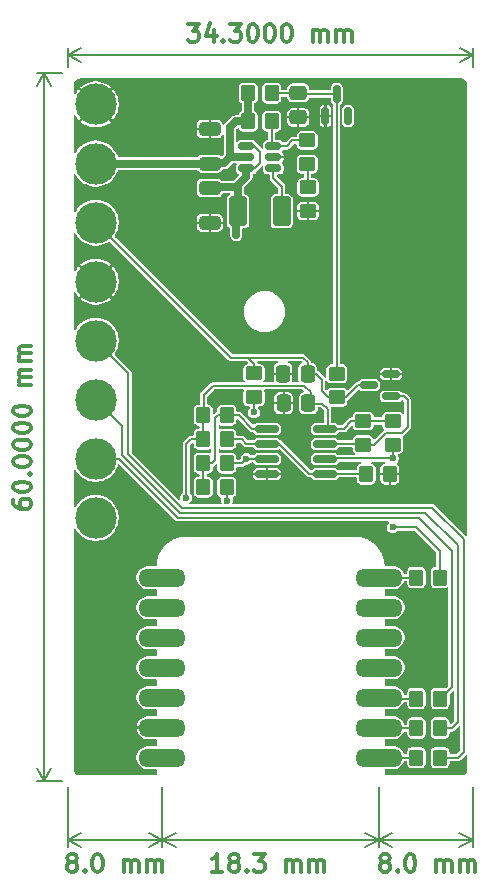
<source format=gbr>
%TF.GenerationSoftware,KiCad,Pcbnew,9.0.0*%
%TF.CreationDate,2025-03-13T19:38:56+01:00*%
%TF.ProjectId,RoomUnit_MQTT_PCB,526f6f6d-556e-4697-945f-4d5154545f50,rev?*%
%TF.SameCoordinates,Original*%
%TF.FileFunction,Copper,L1,Top*%
%TF.FilePolarity,Positive*%
%FSLAX46Y46*%
G04 Gerber Fmt 4.6, Leading zero omitted, Abs format (unit mm)*
G04 Created by KiCad (PCBNEW 9.0.0) date 2025-03-13 19:38:56*
%MOMM*%
%LPD*%
G01*
G04 APERTURE LIST*
G04 Aperture macros list*
%AMRoundRect*
0 Rectangle with rounded corners*
0 $1 Rounding radius*
0 $2 $3 $4 $5 $6 $7 $8 $9 X,Y pos of 4 corners*
0 Add a 4 corners polygon primitive as box body*
4,1,4,$2,$3,$4,$5,$6,$7,$8,$9,$2,$3,0*
0 Add four circle primitives for the rounded corners*
1,1,$1+$1,$2,$3*
1,1,$1+$1,$4,$5*
1,1,$1+$1,$6,$7*
1,1,$1+$1,$8,$9*
0 Add four rect primitives between the rounded corners*
20,1,$1+$1,$2,$3,$4,$5,0*
20,1,$1+$1,$4,$5,$6,$7,0*
20,1,$1+$1,$6,$7,$8,$9,0*
20,1,$1+$1,$8,$9,$2,$3,0*%
G04 Aperture macros list end*
%ADD10C,0.300000*%
%TA.AperFunction,NonConductor*%
%ADD11C,0.300000*%
%TD*%
%TA.AperFunction,NonConductor*%
%ADD12C,0.200000*%
%TD*%
%TA.AperFunction,SMDPad,CuDef*%
%ADD13RoundRect,0.250000X-0.350000X-0.450000X0.350000X-0.450000X0.350000X0.450000X-0.350000X0.450000X0*%
%TD*%
%TA.AperFunction,CastellatedPad*%
%ADD14O,4.000000X1.524000*%
%TD*%
%TA.AperFunction,SMDPad,CuDef*%
%ADD15RoundRect,0.250000X-0.450000X0.350000X-0.450000X-0.350000X0.450000X-0.350000X0.450000X0.350000X0*%
%TD*%
%TA.AperFunction,SMDPad,CuDef*%
%ADD16RoundRect,0.250000X0.450000X-0.350000X0.450000X0.350000X-0.450000X0.350000X-0.450000X-0.350000X0*%
%TD*%
%TA.AperFunction,SMDPad,CuDef*%
%ADD17RoundRect,0.250000X-0.650000X0.325000X-0.650000X-0.325000X0.650000X-0.325000X0.650000X0.325000X0*%
%TD*%
%TA.AperFunction,SMDPad,CuDef*%
%ADD18RoundRect,0.250000X-0.475000X0.337500X-0.475000X-0.337500X0.475000X-0.337500X0.475000X0.337500X0*%
%TD*%
%TA.AperFunction,SMDPad,CuDef*%
%ADD19RoundRect,0.250001X-0.499999X-0.999999X0.499999X-0.999999X0.499999X0.999999X-0.499999X0.999999X0*%
%TD*%
%TA.AperFunction,SMDPad,CuDef*%
%ADD20RoundRect,0.150000X0.512500X0.150000X-0.512500X0.150000X-0.512500X-0.150000X0.512500X-0.150000X0*%
%TD*%
%TA.AperFunction,ComponentPad*%
%ADD21C,3.500000*%
%TD*%
%TA.AperFunction,SMDPad,CuDef*%
%ADD22RoundRect,0.250000X0.350000X0.450000X-0.350000X0.450000X-0.350000X-0.450000X0.350000X-0.450000X0*%
%TD*%
%TA.AperFunction,SMDPad,CuDef*%
%ADD23RoundRect,0.250000X0.650000X-0.325000X0.650000X0.325000X-0.650000X0.325000X-0.650000X-0.325000X0*%
%TD*%
%TA.AperFunction,SMDPad,CuDef*%
%ADD24RoundRect,0.250000X0.337500X0.475000X-0.337500X0.475000X-0.337500X-0.475000X0.337500X-0.475000X0*%
%TD*%
%TA.AperFunction,SMDPad,CuDef*%
%ADD25RoundRect,0.150000X0.587500X0.150000X-0.587500X0.150000X-0.587500X-0.150000X0.587500X-0.150000X0*%
%TD*%
%TA.AperFunction,SMDPad,CuDef*%
%ADD26RoundRect,0.150000X-0.825000X-0.150000X0.825000X-0.150000X0.825000X0.150000X-0.825000X0.150000X0*%
%TD*%
%TA.AperFunction,SMDPad,CuDef*%
%ADD27RoundRect,0.150000X0.150000X-0.587500X0.150000X0.587500X-0.150000X0.587500X-0.150000X-0.587500X0*%
%TD*%
%TA.AperFunction,ViaPad*%
%ADD28C,0.600000*%
%TD*%
%TA.AperFunction,Conductor*%
%ADD29C,0.200000*%
%TD*%
%TA.AperFunction,Conductor*%
%ADD30C,0.635000*%
%TD*%
%TA.AperFunction,Conductor*%
%ADD31C,1.016000*%
%TD*%
G04 APERTURE END LIST*
D10*
D11*
X145378328Y-76214284D02*
X145378328Y-76499998D01*
X145378328Y-76499998D02*
X145449757Y-76642855D01*
X145449757Y-76642855D02*
X145521185Y-76714284D01*
X145521185Y-76714284D02*
X145735471Y-76857141D01*
X145735471Y-76857141D02*
X146021185Y-76928569D01*
X146021185Y-76928569D02*
X146592614Y-76928569D01*
X146592614Y-76928569D02*
X146735471Y-76857141D01*
X146735471Y-76857141D02*
X146806900Y-76785712D01*
X146806900Y-76785712D02*
X146878328Y-76642855D01*
X146878328Y-76642855D02*
X146878328Y-76357141D01*
X146878328Y-76357141D02*
X146806900Y-76214284D01*
X146806900Y-76214284D02*
X146735471Y-76142855D01*
X146735471Y-76142855D02*
X146592614Y-76071426D01*
X146592614Y-76071426D02*
X146235471Y-76071426D01*
X146235471Y-76071426D02*
X146092614Y-76142855D01*
X146092614Y-76142855D02*
X146021185Y-76214284D01*
X146021185Y-76214284D02*
X145949757Y-76357141D01*
X145949757Y-76357141D02*
X145949757Y-76642855D01*
X145949757Y-76642855D02*
X146021185Y-76785712D01*
X146021185Y-76785712D02*
X146092614Y-76857141D01*
X146092614Y-76857141D02*
X146235471Y-76928569D01*
X145378328Y-75142855D02*
X145378328Y-74999998D01*
X145378328Y-74999998D02*
X145449757Y-74857141D01*
X145449757Y-74857141D02*
X145521185Y-74785713D01*
X145521185Y-74785713D02*
X145664042Y-74714284D01*
X145664042Y-74714284D02*
X145949757Y-74642855D01*
X145949757Y-74642855D02*
X146306900Y-74642855D01*
X146306900Y-74642855D02*
X146592614Y-74714284D01*
X146592614Y-74714284D02*
X146735471Y-74785713D01*
X146735471Y-74785713D02*
X146806900Y-74857141D01*
X146806900Y-74857141D02*
X146878328Y-74999998D01*
X146878328Y-74999998D02*
X146878328Y-75142855D01*
X146878328Y-75142855D02*
X146806900Y-75285713D01*
X146806900Y-75285713D02*
X146735471Y-75357141D01*
X146735471Y-75357141D02*
X146592614Y-75428570D01*
X146592614Y-75428570D02*
X146306900Y-75499998D01*
X146306900Y-75499998D02*
X145949757Y-75499998D01*
X145949757Y-75499998D02*
X145664042Y-75428570D01*
X145664042Y-75428570D02*
X145521185Y-75357141D01*
X145521185Y-75357141D02*
X145449757Y-75285713D01*
X145449757Y-75285713D02*
X145378328Y-75142855D01*
X146735471Y-73999999D02*
X146806900Y-73928570D01*
X146806900Y-73928570D02*
X146878328Y-73999999D01*
X146878328Y-73999999D02*
X146806900Y-74071427D01*
X146806900Y-74071427D02*
X146735471Y-73999999D01*
X146735471Y-73999999D02*
X146878328Y-73999999D01*
X145378328Y-72999998D02*
X145378328Y-72857141D01*
X145378328Y-72857141D02*
X145449757Y-72714284D01*
X145449757Y-72714284D02*
X145521185Y-72642856D01*
X145521185Y-72642856D02*
X145664042Y-72571427D01*
X145664042Y-72571427D02*
X145949757Y-72499998D01*
X145949757Y-72499998D02*
X146306900Y-72499998D01*
X146306900Y-72499998D02*
X146592614Y-72571427D01*
X146592614Y-72571427D02*
X146735471Y-72642856D01*
X146735471Y-72642856D02*
X146806900Y-72714284D01*
X146806900Y-72714284D02*
X146878328Y-72857141D01*
X146878328Y-72857141D02*
X146878328Y-72999998D01*
X146878328Y-72999998D02*
X146806900Y-73142856D01*
X146806900Y-73142856D02*
X146735471Y-73214284D01*
X146735471Y-73214284D02*
X146592614Y-73285713D01*
X146592614Y-73285713D02*
X146306900Y-73357141D01*
X146306900Y-73357141D02*
X145949757Y-73357141D01*
X145949757Y-73357141D02*
X145664042Y-73285713D01*
X145664042Y-73285713D02*
X145521185Y-73214284D01*
X145521185Y-73214284D02*
X145449757Y-73142856D01*
X145449757Y-73142856D02*
X145378328Y-72999998D01*
X145378328Y-71571427D02*
X145378328Y-71428570D01*
X145378328Y-71428570D02*
X145449757Y-71285713D01*
X145449757Y-71285713D02*
X145521185Y-71214285D01*
X145521185Y-71214285D02*
X145664042Y-71142856D01*
X145664042Y-71142856D02*
X145949757Y-71071427D01*
X145949757Y-71071427D02*
X146306900Y-71071427D01*
X146306900Y-71071427D02*
X146592614Y-71142856D01*
X146592614Y-71142856D02*
X146735471Y-71214285D01*
X146735471Y-71214285D02*
X146806900Y-71285713D01*
X146806900Y-71285713D02*
X146878328Y-71428570D01*
X146878328Y-71428570D02*
X146878328Y-71571427D01*
X146878328Y-71571427D02*
X146806900Y-71714285D01*
X146806900Y-71714285D02*
X146735471Y-71785713D01*
X146735471Y-71785713D02*
X146592614Y-71857142D01*
X146592614Y-71857142D02*
X146306900Y-71928570D01*
X146306900Y-71928570D02*
X145949757Y-71928570D01*
X145949757Y-71928570D02*
X145664042Y-71857142D01*
X145664042Y-71857142D02*
X145521185Y-71785713D01*
X145521185Y-71785713D02*
X145449757Y-71714285D01*
X145449757Y-71714285D02*
X145378328Y-71571427D01*
X145378328Y-70142856D02*
X145378328Y-69999999D01*
X145378328Y-69999999D02*
X145449757Y-69857142D01*
X145449757Y-69857142D02*
X145521185Y-69785714D01*
X145521185Y-69785714D02*
X145664042Y-69714285D01*
X145664042Y-69714285D02*
X145949757Y-69642856D01*
X145949757Y-69642856D02*
X146306900Y-69642856D01*
X146306900Y-69642856D02*
X146592614Y-69714285D01*
X146592614Y-69714285D02*
X146735471Y-69785714D01*
X146735471Y-69785714D02*
X146806900Y-69857142D01*
X146806900Y-69857142D02*
X146878328Y-69999999D01*
X146878328Y-69999999D02*
X146878328Y-70142856D01*
X146878328Y-70142856D02*
X146806900Y-70285714D01*
X146806900Y-70285714D02*
X146735471Y-70357142D01*
X146735471Y-70357142D02*
X146592614Y-70428571D01*
X146592614Y-70428571D02*
X146306900Y-70499999D01*
X146306900Y-70499999D02*
X145949757Y-70499999D01*
X145949757Y-70499999D02*
X145664042Y-70428571D01*
X145664042Y-70428571D02*
X145521185Y-70357142D01*
X145521185Y-70357142D02*
X145449757Y-70285714D01*
X145449757Y-70285714D02*
X145378328Y-70142856D01*
X145378328Y-68714285D02*
X145378328Y-68571428D01*
X145378328Y-68571428D02*
X145449757Y-68428571D01*
X145449757Y-68428571D02*
X145521185Y-68357143D01*
X145521185Y-68357143D02*
X145664042Y-68285714D01*
X145664042Y-68285714D02*
X145949757Y-68214285D01*
X145949757Y-68214285D02*
X146306900Y-68214285D01*
X146306900Y-68214285D02*
X146592614Y-68285714D01*
X146592614Y-68285714D02*
X146735471Y-68357143D01*
X146735471Y-68357143D02*
X146806900Y-68428571D01*
X146806900Y-68428571D02*
X146878328Y-68571428D01*
X146878328Y-68571428D02*
X146878328Y-68714285D01*
X146878328Y-68714285D02*
X146806900Y-68857143D01*
X146806900Y-68857143D02*
X146735471Y-68928571D01*
X146735471Y-68928571D02*
X146592614Y-69000000D01*
X146592614Y-69000000D02*
X146306900Y-69071428D01*
X146306900Y-69071428D02*
X145949757Y-69071428D01*
X145949757Y-69071428D02*
X145664042Y-69000000D01*
X145664042Y-69000000D02*
X145521185Y-68928571D01*
X145521185Y-68928571D02*
X145449757Y-68857143D01*
X145449757Y-68857143D02*
X145378328Y-68714285D01*
X146878328Y-66428572D02*
X145878328Y-66428572D01*
X146021185Y-66428572D02*
X145949757Y-66357143D01*
X145949757Y-66357143D02*
X145878328Y-66214286D01*
X145878328Y-66214286D02*
X145878328Y-66000000D01*
X145878328Y-66000000D02*
X145949757Y-65857143D01*
X145949757Y-65857143D02*
X146092614Y-65785715D01*
X146092614Y-65785715D02*
X146878328Y-65785715D01*
X146092614Y-65785715D02*
X145949757Y-65714286D01*
X145949757Y-65714286D02*
X145878328Y-65571429D01*
X145878328Y-65571429D02*
X145878328Y-65357143D01*
X145878328Y-65357143D02*
X145949757Y-65214286D01*
X145949757Y-65214286D02*
X146092614Y-65142857D01*
X146092614Y-65142857D02*
X146878328Y-65142857D01*
X146878328Y-64428572D02*
X145878328Y-64428572D01*
X146021185Y-64428572D02*
X145949757Y-64357143D01*
X145949757Y-64357143D02*
X145878328Y-64214286D01*
X145878328Y-64214286D02*
X145878328Y-64000000D01*
X145878328Y-64000000D02*
X145949757Y-63857143D01*
X145949757Y-63857143D02*
X146092614Y-63785715D01*
X146092614Y-63785715D02*
X146878328Y-63785715D01*
X146092614Y-63785715D02*
X145949757Y-63714286D01*
X145949757Y-63714286D02*
X145878328Y-63571429D01*
X145878328Y-63571429D02*
X145878328Y-63357143D01*
X145878328Y-63357143D02*
X145949757Y-63214286D01*
X145949757Y-63214286D02*
X146092614Y-63142857D01*
X146092614Y-63142857D02*
X146878328Y-63142857D01*
D12*
X149500000Y-100000000D02*
X147413580Y-100000000D01*
X147413580Y-40000000D02*
X149500000Y-40000000D01*
X148000000Y-100000000D02*
X148000000Y-40000000D01*
X148000000Y-100000000D02*
X148000000Y-40000000D01*
X148000000Y-100000000D02*
X147413579Y-98873496D01*
X148000000Y-100000000D02*
X148586421Y-98873496D01*
X148000000Y-40000000D02*
X148586421Y-41126504D01*
X148000000Y-40000000D02*
X147413579Y-41126504D01*
X148000000Y-100000000D02*
X148000000Y-40000000D01*
X148000000Y-100000000D02*
X148000000Y-40000000D01*
X148000000Y-100000000D02*
X147413579Y-98873496D01*
X148000000Y-100000000D02*
X148586421Y-98873496D01*
X148000000Y-40000000D02*
X148586421Y-41126504D01*
X148000000Y-40000000D02*
X147413579Y-41126504D01*
D10*
D11*
X163071429Y-107678328D02*
X162214286Y-107678328D01*
X162642857Y-107678328D02*
X162642857Y-106178328D01*
X162642857Y-106178328D02*
X162500000Y-106392614D01*
X162500000Y-106392614D02*
X162357143Y-106535471D01*
X162357143Y-106535471D02*
X162214286Y-106606900D01*
X163928571Y-106821185D02*
X163785714Y-106749757D01*
X163785714Y-106749757D02*
X163714285Y-106678328D01*
X163714285Y-106678328D02*
X163642857Y-106535471D01*
X163642857Y-106535471D02*
X163642857Y-106464042D01*
X163642857Y-106464042D02*
X163714285Y-106321185D01*
X163714285Y-106321185D02*
X163785714Y-106249757D01*
X163785714Y-106249757D02*
X163928571Y-106178328D01*
X163928571Y-106178328D02*
X164214285Y-106178328D01*
X164214285Y-106178328D02*
X164357143Y-106249757D01*
X164357143Y-106249757D02*
X164428571Y-106321185D01*
X164428571Y-106321185D02*
X164500000Y-106464042D01*
X164500000Y-106464042D02*
X164500000Y-106535471D01*
X164500000Y-106535471D02*
X164428571Y-106678328D01*
X164428571Y-106678328D02*
X164357143Y-106749757D01*
X164357143Y-106749757D02*
X164214285Y-106821185D01*
X164214285Y-106821185D02*
X163928571Y-106821185D01*
X163928571Y-106821185D02*
X163785714Y-106892614D01*
X163785714Y-106892614D02*
X163714285Y-106964042D01*
X163714285Y-106964042D02*
X163642857Y-107106900D01*
X163642857Y-107106900D02*
X163642857Y-107392614D01*
X163642857Y-107392614D02*
X163714285Y-107535471D01*
X163714285Y-107535471D02*
X163785714Y-107606900D01*
X163785714Y-107606900D02*
X163928571Y-107678328D01*
X163928571Y-107678328D02*
X164214285Y-107678328D01*
X164214285Y-107678328D02*
X164357143Y-107606900D01*
X164357143Y-107606900D02*
X164428571Y-107535471D01*
X164428571Y-107535471D02*
X164500000Y-107392614D01*
X164500000Y-107392614D02*
X164500000Y-107106900D01*
X164500000Y-107106900D02*
X164428571Y-106964042D01*
X164428571Y-106964042D02*
X164357143Y-106892614D01*
X164357143Y-106892614D02*
X164214285Y-106821185D01*
X165142856Y-107535471D02*
X165214285Y-107606900D01*
X165214285Y-107606900D02*
X165142856Y-107678328D01*
X165142856Y-107678328D02*
X165071428Y-107606900D01*
X165071428Y-107606900D02*
X165142856Y-107535471D01*
X165142856Y-107535471D02*
X165142856Y-107678328D01*
X165714285Y-106178328D02*
X166642857Y-106178328D01*
X166642857Y-106178328D02*
X166142857Y-106749757D01*
X166142857Y-106749757D02*
X166357142Y-106749757D01*
X166357142Y-106749757D02*
X166500000Y-106821185D01*
X166500000Y-106821185D02*
X166571428Y-106892614D01*
X166571428Y-106892614D02*
X166642857Y-107035471D01*
X166642857Y-107035471D02*
X166642857Y-107392614D01*
X166642857Y-107392614D02*
X166571428Y-107535471D01*
X166571428Y-107535471D02*
X166500000Y-107606900D01*
X166500000Y-107606900D02*
X166357142Y-107678328D01*
X166357142Y-107678328D02*
X165928571Y-107678328D01*
X165928571Y-107678328D02*
X165785714Y-107606900D01*
X165785714Y-107606900D02*
X165714285Y-107535471D01*
X168428570Y-107678328D02*
X168428570Y-106678328D01*
X168428570Y-106821185D02*
X168499999Y-106749757D01*
X168499999Y-106749757D02*
X168642856Y-106678328D01*
X168642856Y-106678328D02*
X168857142Y-106678328D01*
X168857142Y-106678328D02*
X168999999Y-106749757D01*
X168999999Y-106749757D02*
X169071428Y-106892614D01*
X169071428Y-106892614D02*
X169071428Y-107678328D01*
X169071428Y-106892614D02*
X169142856Y-106749757D01*
X169142856Y-106749757D02*
X169285713Y-106678328D01*
X169285713Y-106678328D02*
X169499999Y-106678328D01*
X169499999Y-106678328D02*
X169642856Y-106749757D01*
X169642856Y-106749757D02*
X169714285Y-106892614D01*
X169714285Y-106892614D02*
X169714285Y-107678328D01*
X170428570Y-107678328D02*
X170428570Y-106678328D01*
X170428570Y-106821185D02*
X170499999Y-106749757D01*
X170499999Y-106749757D02*
X170642856Y-106678328D01*
X170642856Y-106678328D02*
X170857142Y-106678328D01*
X170857142Y-106678328D02*
X170999999Y-106749757D01*
X170999999Y-106749757D02*
X171071428Y-106892614D01*
X171071428Y-106892614D02*
X171071428Y-107678328D01*
X171071428Y-106892614D02*
X171142856Y-106749757D01*
X171142856Y-106749757D02*
X171285713Y-106678328D01*
X171285713Y-106678328D02*
X171499999Y-106678328D01*
X171499999Y-106678328D02*
X171642856Y-106749757D01*
X171642856Y-106749757D02*
X171714285Y-106892614D01*
X171714285Y-106892614D02*
X171714285Y-107678328D01*
D12*
X158000000Y-100500000D02*
X158000000Y-105586420D01*
X176300000Y-105586420D02*
X176300000Y-100500000D01*
X158000000Y-105000000D02*
X176300000Y-105000000D01*
X158000000Y-105000000D02*
X176300000Y-105000000D01*
X158000000Y-105000000D02*
X159126504Y-104413579D01*
X158000000Y-105000000D02*
X159126504Y-105586421D01*
X176300000Y-105000000D02*
X175173496Y-105586421D01*
X176300000Y-105000000D02*
X175173496Y-104413579D01*
X158000000Y-105000000D02*
X176300000Y-105000000D01*
X158000000Y-105000000D02*
X176300000Y-105000000D01*
X158000000Y-105000000D02*
X159126504Y-104413579D01*
X158000000Y-105000000D02*
X159126504Y-105586421D01*
X176300000Y-105000000D02*
X175173496Y-105586421D01*
X176300000Y-105000000D02*
X175173496Y-104413579D01*
D10*
D11*
X150214286Y-106821185D02*
X150071429Y-106749757D01*
X150071429Y-106749757D02*
X150000000Y-106678328D01*
X150000000Y-106678328D02*
X149928572Y-106535471D01*
X149928572Y-106535471D02*
X149928572Y-106464042D01*
X149928572Y-106464042D02*
X150000000Y-106321185D01*
X150000000Y-106321185D02*
X150071429Y-106249757D01*
X150071429Y-106249757D02*
X150214286Y-106178328D01*
X150214286Y-106178328D02*
X150500000Y-106178328D01*
X150500000Y-106178328D02*
X150642858Y-106249757D01*
X150642858Y-106249757D02*
X150714286Y-106321185D01*
X150714286Y-106321185D02*
X150785715Y-106464042D01*
X150785715Y-106464042D02*
X150785715Y-106535471D01*
X150785715Y-106535471D02*
X150714286Y-106678328D01*
X150714286Y-106678328D02*
X150642858Y-106749757D01*
X150642858Y-106749757D02*
X150500000Y-106821185D01*
X150500000Y-106821185D02*
X150214286Y-106821185D01*
X150214286Y-106821185D02*
X150071429Y-106892614D01*
X150071429Y-106892614D02*
X150000000Y-106964042D01*
X150000000Y-106964042D02*
X149928572Y-107106900D01*
X149928572Y-107106900D02*
X149928572Y-107392614D01*
X149928572Y-107392614D02*
X150000000Y-107535471D01*
X150000000Y-107535471D02*
X150071429Y-107606900D01*
X150071429Y-107606900D02*
X150214286Y-107678328D01*
X150214286Y-107678328D02*
X150500000Y-107678328D01*
X150500000Y-107678328D02*
X150642858Y-107606900D01*
X150642858Y-107606900D02*
X150714286Y-107535471D01*
X150714286Y-107535471D02*
X150785715Y-107392614D01*
X150785715Y-107392614D02*
X150785715Y-107106900D01*
X150785715Y-107106900D02*
X150714286Y-106964042D01*
X150714286Y-106964042D02*
X150642858Y-106892614D01*
X150642858Y-106892614D02*
X150500000Y-106821185D01*
X151428571Y-107535471D02*
X151500000Y-107606900D01*
X151500000Y-107606900D02*
X151428571Y-107678328D01*
X151428571Y-107678328D02*
X151357143Y-107606900D01*
X151357143Y-107606900D02*
X151428571Y-107535471D01*
X151428571Y-107535471D02*
X151428571Y-107678328D01*
X152428572Y-106178328D02*
X152571429Y-106178328D01*
X152571429Y-106178328D02*
X152714286Y-106249757D01*
X152714286Y-106249757D02*
X152785715Y-106321185D01*
X152785715Y-106321185D02*
X152857143Y-106464042D01*
X152857143Y-106464042D02*
X152928572Y-106749757D01*
X152928572Y-106749757D02*
X152928572Y-107106900D01*
X152928572Y-107106900D02*
X152857143Y-107392614D01*
X152857143Y-107392614D02*
X152785715Y-107535471D01*
X152785715Y-107535471D02*
X152714286Y-107606900D01*
X152714286Y-107606900D02*
X152571429Y-107678328D01*
X152571429Y-107678328D02*
X152428572Y-107678328D01*
X152428572Y-107678328D02*
X152285715Y-107606900D01*
X152285715Y-107606900D02*
X152214286Y-107535471D01*
X152214286Y-107535471D02*
X152142857Y-107392614D01*
X152142857Y-107392614D02*
X152071429Y-107106900D01*
X152071429Y-107106900D02*
X152071429Y-106749757D01*
X152071429Y-106749757D02*
X152142857Y-106464042D01*
X152142857Y-106464042D02*
X152214286Y-106321185D01*
X152214286Y-106321185D02*
X152285715Y-106249757D01*
X152285715Y-106249757D02*
X152428572Y-106178328D01*
X154714285Y-107678328D02*
X154714285Y-106678328D01*
X154714285Y-106821185D02*
X154785714Y-106749757D01*
X154785714Y-106749757D02*
X154928571Y-106678328D01*
X154928571Y-106678328D02*
X155142857Y-106678328D01*
X155142857Y-106678328D02*
X155285714Y-106749757D01*
X155285714Y-106749757D02*
X155357143Y-106892614D01*
X155357143Y-106892614D02*
X155357143Y-107678328D01*
X155357143Y-106892614D02*
X155428571Y-106749757D01*
X155428571Y-106749757D02*
X155571428Y-106678328D01*
X155571428Y-106678328D02*
X155785714Y-106678328D01*
X155785714Y-106678328D02*
X155928571Y-106749757D01*
X155928571Y-106749757D02*
X156000000Y-106892614D01*
X156000000Y-106892614D02*
X156000000Y-107678328D01*
X156714285Y-107678328D02*
X156714285Y-106678328D01*
X156714285Y-106821185D02*
X156785714Y-106749757D01*
X156785714Y-106749757D02*
X156928571Y-106678328D01*
X156928571Y-106678328D02*
X157142857Y-106678328D01*
X157142857Y-106678328D02*
X157285714Y-106749757D01*
X157285714Y-106749757D02*
X157357143Y-106892614D01*
X157357143Y-106892614D02*
X157357143Y-107678328D01*
X157357143Y-106892614D02*
X157428571Y-106749757D01*
X157428571Y-106749757D02*
X157571428Y-106678328D01*
X157571428Y-106678328D02*
X157785714Y-106678328D01*
X157785714Y-106678328D02*
X157928571Y-106749757D01*
X157928571Y-106749757D02*
X158000000Y-106892614D01*
X158000000Y-106892614D02*
X158000000Y-107678328D01*
D12*
X150000000Y-100500000D02*
X150000000Y-105586420D01*
X158000000Y-105586420D02*
X158000000Y-100500000D01*
X150000000Y-105000000D02*
X158000000Y-105000000D01*
X150000000Y-105000000D02*
X158000000Y-105000000D01*
X150000000Y-105000000D02*
X151126504Y-104413579D01*
X150000000Y-105000000D02*
X151126504Y-105586421D01*
X158000000Y-105000000D02*
X156873496Y-105586421D01*
X158000000Y-105000000D02*
X156873496Y-104413579D01*
X150000000Y-105000000D02*
X158000000Y-105000000D01*
X150000000Y-105000000D02*
X158000000Y-105000000D01*
X150000000Y-105000000D02*
X151126504Y-104413579D01*
X150000000Y-105000000D02*
X151126504Y-105586421D01*
X158000000Y-105000000D02*
X156873496Y-105586421D01*
X158000000Y-105000000D02*
X156873496Y-104413579D01*
D10*
D11*
X160150001Y-35878328D02*
X161078573Y-35878328D01*
X161078573Y-35878328D02*
X160578573Y-36449757D01*
X160578573Y-36449757D02*
X160792858Y-36449757D01*
X160792858Y-36449757D02*
X160935716Y-36521185D01*
X160935716Y-36521185D02*
X161007144Y-36592614D01*
X161007144Y-36592614D02*
X161078573Y-36735471D01*
X161078573Y-36735471D02*
X161078573Y-37092614D01*
X161078573Y-37092614D02*
X161007144Y-37235471D01*
X161007144Y-37235471D02*
X160935716Y-37306900D01*
X160935716Y-37306900D02*
X160792858Y-37378328D01*
X160792858Y-37378328D02*
X160364287Y-37378328D01*
X160364287Y-37378328D02*
X160221430Y-37306900D01*
X160221430Y-37306900D02*
X160150001Y-37235471D01*
X162364287Y-36378328D02*
X162364287Y-37378328D01*
X162007144Y-35806900D02*
X161650001Y-36878328D01*
X161650001Y-36878328D02*
X162578572Y-36878328D01*
X163150000Y-37235471D02*
X163221429Y-37306900D01*
X163221429Y-37306900D02*
X163150000Y-37378328D01*
X163150000Y-37378328D02*
X163078572Y-37306900D01*
X163078572Y-37306900D02*
X163150000Y-37235471D01*
X163150000Y-37235471D02*
X163150000Y-37378328D01*
X163721429Y-35878328D02*
X164650001Y-35878328D01*
X164650001Y-35878328D02*
X164150001Y-36449757D01*
X164150001Y-36449757D02*
X164364286Y-36449757D01*
X164364286Y-36449757D02*
X164507144Y-36521185D01*
X164507144Y-36521185D02*
X164578572Y-36592614D01*
X164578572Y-36592614D02*
X164650001Y-36735471D01*
X164650001Y-36735471D02*
X164650001Y-37092614D01*
X164650001Y-37092614D02*
X164578572Y-37235471D01*
X164578572Y-37235471D02*
X164507144Y-37306900D01*
X164507144Y-37306900D02*
X164364286Y-37378328D01*
X164364286Y-37378328D02*
X163935715Y-37378328D01*
X163935715Y-37378328D02*
X163792858Y-37306900D01*
X163792858Y-37306900D02*
X163721429Y-37235471D01*
X165578572Y-35878328D02*
X165721429Y-35878328D01*
X165721429Y-35878328D02*
X165864286Y-35949757D01*
X165864286Y-35949757D02*
X165935715Y-36021185D01*
X165935715Y-36021185D02*
X166007143Y-36164042D01*
X166007143Y-36164042D02*
X166078572Y-36449757D01*
X166078572Y-36449757D02*
X166078572Y-36806900D01*
X166078572Y-36806900D02*
X166007143Y-37092614D01*
X166007143Y-37092614D02*
X165935715Y-37235471D01*
X165935715Y-37235471D02*
X165864286Y-37306900D01*
X165864286Y-37306900D02*
X165721429Y-37378328D01*
X165721429Y-37378328D02*
X165578572Y-37378328D01*
X165578572Y-37378328D02*
X165435715Y-37306900D01*
X165435715Y-37306900D02*
X165364286Y-37235471D01*
X165364286Y-37235471D02*
X165292857Y-37092614D01*
X165292857Y-37092614D02*
X165221429Y-36806900D01*
X165221429Y-36806900D02*
X165221429Y-36449757D01*
X165221429Y-36449757D02*
X165292857Y-36164042D01*
X165292857Y-36164042D02*
X165364286Y-36021185D01*
X165364286Y-36021185D02*
X165435715Y-35949757D01*
X165435715Y-35949757D02*
X165578572Y-35878328D01*
X167007143Y-35878328D02*
X167150000Y-35878328D01*
X167150000Y-35878328D02*
X167292857Y-35949757D01*
X167292857Y-35949757D02*
X167364286Y-36021185D01*
X167364286Y-36021185D02*
X167435714Y-36164042D01*
X167435714Y-36164042D02*
X167507143Y-36449757D01*
X167507143Y-36449757D02*
X167507143Y-36806900D01*
X167507143Y-36806900D02*
X167435714Y-37092614D01*
X167435714Y-37092614D02*
X167364286Y-37235471D01*
X167364286Y-37235471D02*
X167292857Y-37306900D01*
X167292857Y-37306900D02*
X167150000Y-37378328D01*
X167150000Y-37378328D02*
X167007143Y-37378328D01*
X167007143Y-37378328D02*
X166864286Y-37306900D01*
X166864286Y-37306900D02*
X166792857Y-37235471D01*
X166792857Y-37235471D02*
X166721428Y-37092614D01*
X166721428Y-37092614D02*
X166650000Y-36806900D01*
X166650000Y-36806900D02*
X166650000Y-36449757D01*
X166650000Y-36449757D02*
X166721428Y-36164042D01*
X166721428Y-36164042D02*
X166792857Y-36021185D01*
X166792857Y-36021185D02*
X166864286Y-35949757D01*
X166864286Y-35949757D02*
X167007143Y-35878328D01*
X168435714Y-35878328D02*
X168578571Y-35878328D01*
X168578571Y-35878328D02*
X168721428Y-35949757D01*
X168721428Y-35949757D02*
X168792857Y-36021185D01*
X168792857Y-36021185D02*
X168864285Y-36164042D01*
X168864285Y-36164042D02*
X168935714Y-36449757D01*
X168935714Y-36449757D02*
X168935714Y-36806900D01*
X168935714Y-36806900D02*
X168864285Y-37092614D01*
X168864285Y-37092614D02*
X168792857Y-37235471D01*
X168792857Y-37235471D02*
X168721428Y-37306900D01*
X168721428Y-37306900D02*
X168578571Y-37378328D01*
X168578571Y-37378328D02*
X168435714Y-37378328D01*
X168435714Y-37378328D02*
X168292857Y-37306900D01*
X168292857Y-37306900D02*
X168221428Y-37235471D01*
X168221428Y-37235471D02*
X168149999Y-37092614D01*
X168149999Y-37092614D02*
X168078571Y-36806900D01*
X168078571Y-36806900D02*
X168078571Y-36449757D01*
X168078571Y-36449757D02*
X168149999Y-36164042D01*
X168149999Y-36164042D02*
X168221428Y-36021185D01*
X168221428Y-36021185D02*
X168292857Y-35949757D01*
X168292857Y-35949757D02*
X168435714Y-35878328D01*
X170721427Y-37378328D02*
X170721427Y-36378328D01*
X170721427Y-36521185D02*
X170792856Y-36449757D01*
X170792856Y-36449757D02*
X170935713Y-36378328D01*
X170935713Y-36378328D02*
X171149999Y-36378328D01*
X171149999Y-36378328D02*
X171292856Y-36449757D01*
X171292856Y-36449757D02*
X171364285Y-36592614D01*
X171364285Y-36592614D02*
X171364285Y-37378328D01*
X171364285Y-36592614D02*
X171435713Y-36449757D01*
X171435713Y-36449757D02*
X171578570Y-36378328D01*
X171578570Y-36378328D02*
X171792856Y-36378328D01*
X171792856Y-36378328D02*
X171935713Y-36449757D01*
X171935713Y-36449757D02*
X172007142Y-36592614D01*
X172007142Y-36592614D02*
X172007142Y-37378328D01*
X172721427Y-37378328D02*
X172721427Y-36378328D01*
X172721427Y-36521185D02*
X172792856Y-36449757D01*
X172792856Y-36449757D02*
X172935713Y-36378328D01*
X172935713Y-36378328D02*
X173149999Y-36378328D01*
X173149999Y-36378328D02*
X173292856Y-36449757D01*
X173292856Y-36449757D02*
X173364285Y-36592614D01*
X173364285Y-36592614D02*
X173364285Y-37378328D01*
X173364285Y-36592614D02*
X173435713Y-36449757D01*
X173435713Y-36449757D02*
X173578570Y-36378328D01*
X173578570Y-36378328D02*
X173792856Y-36378328D01*
X173792856Y-36378328D02*
X173935713Y-36449757D01*
X173935713Y-36449757D02*
X174007142Y-36592614D01*
X174007142Y-36592614D02*
X174007142Y-37378328D01*
D12*
X150000000Y-39500000D02*
X150000000Y-37913580D01*
X184300000Y-37913580D02*
X184300000Y-39500000D01*
X150000000Y-38500000D02*
X184300000Y-38500000D01*
X150000000Y-38500000D02*
X184300000Y-38500000D01*
X150000000Y-38500000D02*
X151126504Y-37913579D01*
X150000000Y-38500000D02*
X151126504Y-39086421D01*
X184300000Y-38500000D02*
X183173496Y-39086421D01*
X184300000Y-38500000D02*
X183173496Y-37913579D01*
X150000000Y-38500000D02*
X184300000Y-38500000D01*
X150000000Y-38500000D02*
X184300000Y-38500000D01*
X150000000Y-38500000D02*
X151126504Y-37913579D01*
X150000000Y-38500000D02*
X151126504Y-39086421D01*
X184300000Y-38500000D02*
X183173496Y-39086421D01*
X184300000Y-38500000D02*
X183173496Y-37913579D01*
D10*
D11*
X176688029Y-106821185D02*
X176545172Y-106749757D01*
X176545172Y-106749757D02*
X176473743Y-106678328D01*
X176473743Y-106678328D02*
X176402315Y-106535471D01*
X176402315Y-106535471D02*
X176402315Y-106464042D01*
X176402315Y-106464042D02*
X176473743Y-106321185D01*
X176473743Y-106321185D02*
X176545172Y-106249757D01*
X176545172Y-106249757D02*
X176688029Y-106178328D01*
X176688029Y-106178328D02*
X176973743Y-106178328D01*
X176973743Y-106178328D02*
X177116601Y-106249757D01*
X177116601Y-106249757D02*
X177188029Y-106321185D01*
X177188029Y-106321185D02*
X177259458Y-106464042D01*
X177259458Y-106464042D02*
X177259458Y-106535471D01*
X177259458Y-106535471D02*
X177188029Y-106678328D01*
X177188029Y-106678328D02*
X177116601Y-106749757D01*
X177116601Y-106749757D02*
X176973743Y-106821185D01*
X176973743Y-106821185D02*
X176688029Y-106821185D01*
X176688029Y-106821185D02*
X176545172Y-106892614D01*
X176545172Y-106892614D02*
X176473743Y-106964042D01*
X176473743Y-106964042D02*
X176402315Y-107106900D01*
X176402315Y-107106900D02*
X176402315Y-107392614D01*
X176402315Y-107392614D02*
X176473743Y-107535471D01*
X176473743Y-107535471D02*
X176545172Y-107606900D01*
X176545172Y-107606900D02*
X176688029Y-107678328D01*
X176688029Y-107678328D02*
X176973743Y-107678328D01*
X176973743Y-107678328D02*
X177116601Y-107606900D01*
X177116601Y-107606900D02*
X177188029Y-107535471D01*
X177188029Y-107535471D02*
X177259458Y-107392614D01*
X177259458Y-107392614D02*
X177259458Y-107106900D01*
X177259458Y-107106900D02*
X177188029Y-106964042D01*
X177188029Y-106964042D02*
X177116601Y-106892614D01*
X177116601Y-106892614D02*
X176973743Y-106821185D01*
X177902314Y-107535471D02*
X177973743Y-107606900D01*
X177973743Y-107606900D02*
X177902314Y-107678328D01*
X177902314Y-107678328D02*
X177830886Y-107606900D01*
X177830886Y-107606900D02*
X177902314Y-107535471D01*
X177902314Y-107535471D02*
X177902314Y-107678328D01*
X178902315Y-106178328D02*
X179045172Y-106178328D01*
X179045172Y-106178328D02*
X179188029Y-106249757D01*
X179188029Y-106249757D02*
X179259458Y-106321185D01*
X179259458Y-106321185D02*
X179330886Y-106464042D01*
X179330886Y-106464042D02*
X179402315Y-106749757D01*
X179402315Y-106749757D02*
X179402315Y-107106900D01*
X179402315Y-107106900D02*
X179330886Y-107392614D01*
X179330886Y-107392614D02*
X179259458Y-107535471D01*
X179259458Y-107535471D02*
X179188029Y-107606900D01*
X179188029Y-107606900D02*
X179045172Y-107678328D01*
X179045172Y-107678328D02*
X178902315Y-107678328D01*
X178902315Y-107678328D02*
X178759458Y-107606900D01*
X178759458Y-107606900D02*
X178688029Y-107535471D01*
X178688029Y-107535471D02*
X178616600Y-107392614D01*
X178616600Y-107392614D02*
X178545172Y-107106900D01*
X178545172Y-107106900D02*
X178545172Y-106749757D01*
X178545172Y-106749757D02*
X178616600Y-106464042D01*
X178616600Y-106464042D02*
X178688029Y-106321185D01*
X178688029Y-106321185D02*
X178759458Y-106249757D01*
X178759458Y-106249757D02*
X178902315Y-106178328D01*
X181188028Y-107678328D02*
X181188028Y-106678328D01*
X181188028Y-106821185D02*
X181259457Y-106749757D01*
X181259457Y-106749757D02*
X181402314Y-106678328D01*
X181402314Y-106678328D02*
X181616600Y-106678328D01*
X181616600Y-106678328D02*
X181759457Y-106749757D01*
X181759457Y-106749757D02*
X181830886Y-106892614D01*
X181830886Y-106892614D02*
X181830886Y-107678328D01*
X181830886Y-106892614D02*
X181902314Y-106749757D01*
X181902314Y-106749757D02*
X182045171Y-106678328D01*
X182045171Y-106678328D02*
X182259457Y-106678328D01*
X182259457Y-106678328D02*
X182402314Y-106749757D01*
X182402314Y-106749757D02*
X182473743Y-106892614D01*
X182473743Y-106892614D02*
X182473743Y-107678328D01*
X183188028Y-107678328D02*
X183188028Y-106678328D01*
X183188028Y-106821185D02*
X183259457Y-106749757D01*
X183259457Y-106749757D02*
X183402314Y-106678328D01*
X183402314Y-106678328D02*
X183616600Y-106678328D01*
X183616600Y-106678328D02*
X183759457Y-106749757D01*
X183759457Y-106749757D02*
X183830886Y-106892614D01*
X183830886Y-106892614D02*
X183830886Y-107678328D01*
X183830886Y-106892614D02*
X183902314Y-106749757D01*
X183902314Y-106749757D02*
X184045171Y-106678328D01*
X184045171Y-106678328D02*
X184259457Y-106678328D01*
X184259457Y-106678328D02*
X184402314Y-106749757D01*
X184402314Y-106749757D02*
X184473743Y-106892614D01*
X184473743Y-106892614D02*
X184473743Y-107678328D01*
D12*
X184250000Y-100500000D02*
X184250000Y-105586420D01*
X176300000Y-105586420D02*
X176300000Y-100500000D01*
X184250000Y-105000000D02*
X176300000Y-105000000D01*
X184250000Y-105000000D02*
X176300000Y-105000000D01*
X184250000Y-105000000D02*
X183123496Y-105586421D01*
X184250000Y-105000000D02*
X183123496Y-104413579D01*
X176300000Y-105000000D02*
X177426504Y-104413579D01*
X176300000Y-105000000D02*
X177426504Y-105586421D01*
X184250000Y-105000000D02*
X176300000Y-105000000D01*
X184250000Y-105000000D02*
X176300000Y-105000000D01*
X184250000Y-105000000D02*
X183123496Y-105586421D01*
X184250000Y-105000000D02*
X183123496Y-104413579D01*
X176300000Y-105000000D02*
X177426504Y-104413579D01*
X176300000Y-105000000D02*
X177426504Y-105586421D01*
D13*
%TO.P,R3,1*%
%TO.N,+3V3*%
X161446000Y-71044000D03*
%TO.P,R3,2*%
%TO.N,Net-(U1A--)*%
X163446000Y-71044000D03*
%TD*%
D14*
%TO.P,J2,1,Pin_1*%
%TO.N,+5V*%
X158000000Y-98000000D03*
%TO.P,J2,2,Pin_2*%
%TO.N,GND*%
X158000000Y-95460000D03*
%TO.P,J2,3,Pin_3*%
%TO.N,+3V3*%
X158000000Y-92920000D03*
%TO.P,J2,4,Pin_4*%
%TO.N,unconnected-(J2-Pin_4-Pad4)*%
X158000000Y-90380000D03*
%TO.P,J2,5,Pin_5*%
%TO.N,unconnected-(J2-Pin_5-Pad5)*%
X158000000Y-87840000D03*
%TO.P,J2,6,Pin_6*%
%TO.N,unconnected-(J2-Pin_6-Pad6)*%
X158000000Y-85300000D03*
%TO.P,J2,7,Pin_7*%
%TO.N,Net-(J2-Pin_7)*%
X158000000Y-82760000D03*
%TD*%
D15*
%TO.P,R15,1*%
%TO.N,Net-(U2-FB)*%
X170250000Y-45750000D03*
%TO.P,R15,2*%
%TO.N,Net-(R15-Pad2)*%
X170250000Y-47750000D03*
%TD*%
D16*
%TO.P,R9,1*%
%TO.N,Net-(U1A-+)*%
X165748000Y-67472000D03*
%TO.P,R9,2*%
%TO.N,MPS*%
X165748000Y-65472000D03*
%TD*%
D17*
%TO.P,C3,1*%
%TO.N,+5V*%
X162000000Y-49775000D03*
%TO.P,C3,2*%
%TO.N,GND*%
X162000000Y-52725000D03*
%TD*%
D15*
%TO.P,R8,1*%
%TO.N,+3V3*%
X175000000Y-69500000D03*
%TO.P,R8,2*%
%TO.N,Net-(Q1-B)*%
X175000000Y-71500000D03*
%TD*%
D13*
%TO.P,R17,1*%
%TO.N,+24V*%
X165250000Y-41750000D03*
%TO.P,R17,2*%
%TO.N,+18V*%
X167250000Y-41750000D03*
%TD*%
D14*
%TO.P,J1,1,Pin_1*%
%TO.N,Net-(J1-Pin_1)*%
X176300000Y-98000000D03*
%TO.P,J1,2,Pin_2*%
%TO.N,Net-(J1-Pin_2)*%
X176300000Y-95460000D03*
%TO.P,J1,3,Pin_3*%
%TO.N,Net-(J1-Pin_3)*%
X176300000Y-92920000D03*
%TO.P,J1,4,Pin_4*%
%TO.N,unconnected-(J1-Pin_4-Pad4)*%
X176300000Y-90380000D03*
%TO.P,J1,5,Pin_5*%
%TO.N,unconnected-(J1-Pin_5-Pad5)*%
X176300000Y-87840000D03*
%TO.P,J1,6,Pin_6*%
%TO.N,unconnected-(J1-Pin_6-Pad6)*%
X176300000Y-85300000D03*
%TO.P,J1,7,Pin_7*%
%TO.N,Net-(J1-Pin_7)*%
X176300000Y-82760000D03*
%TD*%
D15*
%TO.P,R16,1*%
%TO.N,Net-(R15-Pad2)*%
X170312000Y-49724000D03*
%TO.P,R16,2*%
%TO.N,GND*%
X170312000Y-51724000D03*
%TD*%
%TO.P,R5,1*%
%TO.N,+3V3*%
X177500000Y-69500000D03*
%TO.P,R5,2*%
%TO.N,UART_TX*%
X177500000Y-71500000D03*
%TD*%
%TO.P,R4,1*%
%TO.N,+18V*%
X172750000Y-65500000D03*
%TO.P,R4,2*%
%TO.N,MPS*%
X172750000Y-67500000D03*
%TD*%
D18*
%TO.P,C5,1*%
%TO.N,+18V*%
X169500000Y-41712500D03*
%TO.P,C5,2*%
%TO.N,GND*%
X169500000Y-43787500D03*
%TD*%
D19*
%TO.P,L1,1,1*%
%TO.N,+5V*%
X164398000Y-51740000D03*
%TO.P,L1,2,2*%
%TO.N,Net-(U2-SW)*%
X168098000Y-51740000D03*
%TD*%
D20*
%TO.P,U2,1,SW*%
%TO.N,Net-(U2-SW)*%
X167385500Y-48118000D03*
%TO.P,U2,2,GND*%
%TO.N,GND*%
X167385500Y-47168000D03*
%TO.P,U2,3,FB*%
%TO.N,Net-(U2-FB)*%
X167385500Y-46218000D03*
%TO.P,U2,4,EN*%
%TO.N,+5V*%
X165110500Y-46218000D03*
%TO.P,U2,5,VOUT*%
%TO.N,+24V*%
X165110500Y-47168000D03*
%TO.P,U2,6,VI*%
%TO.N,+5V*%
X165110500Y-48118000D03*
%TD*%
D21*
%TO.P,U4,1,GND*%
%TO.N,GND*%
X152350000Y-42700000D03*
%TO.P,U4,2,VCC*%
%TO.N,+24V*%
X152350000Y-47700000D03*
%TO.P,U4,3,MPS*%
%TO.N,MPS*%
X152350000Y-52700000D03*
%TO.P,U4,4,GND*%
%TO.N,GND*%
X152350000Y-57700000D03*
%TO.P,U4,5,AO1*%
%TO.N,AO1*%
X152350000Y-62700000D03*
%TO.P,U4,6,AO2*%
%TO.N,AO2*%
X152350000Y-67700000D03*
%TO.P,U4,7,AO3*%
%TO.N,AO3*%
X152350000Y-72700000D03*
%TO.P,U4,8*%
%TO.N,unconnected-(U4-Pad8)*%
X152350000Y-77700000D03*
%TD*%
D22*
%TO.P,R11,1*%
%TO.N,AO2*%
X181500000Y-95500000D03*
%TO.P,R11,2*%
%TO.N,Net-(J1-Pin_2)*%
X179500000Y-95500000D03*
%TD*%
%TO.P,R13,1*%
%TO.N,UART_TX*%
X181500000Y-82757702D03*
%TO.P,R13,2*%
%TO.N,Net-(J1-Pin_7)*%
X179500000Y-82757702D03*
%TD*%
D23*
%TO.P,C4,1*%
%TO.N,+24V*%
X162000000Y-47725000D03*
%TO.P,C4,2*%
%TO.N,GND*%
X162000000Y-44775000D03*
%TD*%
D13*
%TO.P,R6,1*%
%TO.N,Net-(U1A--)*%
X175250000Y-74000000D03*
%TO.P,R6,2*%
%TO.N,GND*%
X177250000Y-74000000D03*
%TD*%
D22*
%TO.P,R12,1*%
%TO.N,AO3*%
X181500000Y-93000000D03*
%TO.P,R12,2*%
%TO.N,Net-(J1-Pin_3)*%
X179500000Y-93000000D03*
%TD*%
%TO.P,R14,1*%
%TO.N,Net-(J2-Pin_7)*%
X163446000Y-75108000D03*
%TO.P,R14,2*%
%TO.N,UART_RX*%
X161446000Y-75108000D03*
%TD*%
D24*
%TO.P,C1,1*%
%TO.N,+3V3*%
X170341500Y-67996000D03*
%TO.P,C1,2*%
%TO.N,GND*%
X168266500Y-67996000D03*
%TD*%
D25*
%TO.P,Q1,1,B*%
%TO.N,Net-(Q1-B)*%
X177353500Y-67422000D03*
%TO.P,Q1,2,E*%
%TO.N,GND*%
X177353500Y-65522000D03*
%TO.P,Q1,3,C*%
%TO.N,MPS*%
X175478500Y-66472000D03*
%TD*%
D26*
%TO.P,U1,1*%
%TO.N,UART_RX*%
X166829000Y-70155000D03*
%TO.P,U1,2,-*%
%TO.N,Net-(U1A--)*%
X166829000Y-71425000D03*
%TO.P,U1,3,+*%
%TO.N,Net-(U1A-+)*%
X166829000Y-72695000D03*
%TO.P,U1,4,V-*%
%TO.N,GND*%
X166829000Y-73965000D03*
%TO.P,U1,5,+*%
%TO.N,Net-(U1A--)*%
X171779000Y-73965000D03*
%TO.P,U1,6,-*%
%TO.N,UART_TX*%
X171779000Y-72695000D03*
%TO.P,U1,7*%
%TO.N,Net-(Q1-B)*%
X171779000Y-71425000D03*
%TO.P,U1,8,V+*%
%TO.N,+3V3*%
X171779000Y-70155000D03*
%TD*%
D24*
%TO.P,C2,1*%
%TO.N,MPS*%
X170287500Y-65500000D03*
%TO.P,C2,2*%
%TO.N,GND*%
X168212500Y-65500000D03*
%TD*%
D27*
%TO.P,D1,1,A*%
%TO.N,GND*%
X171800000Y-43687500D03*
%TO.P,D1,2,NC*%
%TO.N,unconnected-(D1-NC-Pad2)*%
X173700000Y-43687500D03*
%TO.P,D1,3,K*%
%TO.N,+18V*%
X172750000Y-41812500D03*
%TD*%
D22*
%TO.P,R10,1*%
%TO.N,AO1*%
X181500000Y-98000000D03*
%TO.P,R10,2*%
%TO.N,Net-(J1-Pin_1)*%
X179500000Y-98000000D03*
%TD*%
D13*
%TO.P,R1,1*%
%TO.N,+3V3*%
X161446000Y-69012000D03*
%TO.P,R1,2*%
%TO.N,UART_RX*%
X163446000Y-69012000D03*
%TD*%
%TO.P,R7,1*%
%TO.N,+24V*%
X165248000Y-44120000D03*
%TO.P,R7,2*%
%TO.N,Net-(U2-FB)*%
X167248000Y-44120000D03*
%TD*%
%TO.P,R2,1*%
%TO.N,UART_RX*%
X161446000Y-73076000D03*
%TO.P,R2,2*%
%TO.N,Net-(U1A-+)*%
X163446000Y-73076000D03*
%TD*%
D28*
%TO.N,GND*%
X163750000Y-41000000D03*
X154758000Y-43104000D03*
X173500000Y-51250000D03*
X172000000Y-53750000D03*
X166764000Y-75000000D03*
X173000000Y-69000000D03*
X166250000Y-45500000D03*
X183000000Y-99000000D03*
X160000000Y-59000000D03*
X178750000Y-76000000D03*
X155500000Y-94500000D03*
X166250000Y-49000000D03*
X156750000Y-76500000D03*
X170250000Y-53000000D03*
X178500000Y-86500000D03*
X173500000Y-48750000D03*
X155500000Y-96500000D03*
X154250000Y-44120000D03*
X168250000Y-63250000D03*
X165000000Y-74000000D03*
X162000000Y-43500000D03*
X173750000Y-78750000D03*
X168788000Y-48184000D03*
X183250000Y-46250000D03*
X151000000Y-93750000D03*
X159000000Y-48750000D03*
X176000000Y-78750000D03*
X159000000Y-78750000D03*
X168788000Y-47168000D03*
X160500000Y-44750000D03*
X172000000Y-56250000D03*
X173750000Y-76000000D03*
X175750000Y-65500000D03*
X178500000Y-96750000D03*
X163750000Y-78750000D03*
X157500000Y-56750000D03*
X163250000Y-56750000D03*
X158750000Y-41000000D03*
X173750000Y-64250000D03*
X154750000Y-53750000D03*
X164500000Y-76000000D03*
X171500000Y-64500000D03*
X171250000Y-76000000D03*
X161250000Y-78750000D03*
X160250000Y-68000000D03*
X178750000Y-65500000D03*
X163750000Y-48500000D03*
X158500000Y-74500000D03*
X151000000Y-99000000D03*
X165250000Y-63250000D03*
X151000000Y-83750000D03*
X176250000Y-70250000D03*
X162500000Y-61750000D03*
X159000000Y-46500000D03*
X179000000Y-79500000D03*
X168750000Y-78750000D03*
X176250000Y-76000000D03*
X172000000Y-58750000D03*
X172000000Y-48750000D03*
X177250000Y-66500000D03*
X168750000Y-45000000D03*
X155000000Y-99000000D03*
X183250000Y-41000000D03*
X157250000Y-73250000D03*
X155750000Y-75250000D03*
X167000000Y-65500000D03*
X154250000Y-41000000D03*
X155500000Y-95500000D03*
X183250000Y-61250000D03*
X156000000Y-72000000D03*
X183250000Y-51250000D03*
X178500000Y-91500000D03*
X166250000Y-78750000D03*
X173500000Y-72050000D03*
X183250000Y-56250000D03*
X151000000Y-88750000D03*
X183250000Y-71250000D03*
X174000000Y-41000000D03*
X154758000Y-42000000D03*
X151000000Y-80000000D03*
X158750000Y-60250000D03*
X178500000Y-74000000D03*
X178750000Y-41000000D03*
X171750000Y-45000000D03*
X173500000Y-53750000D03*
X165250000Y-56750000D03*
X154500000Y-74250000D03*
X153500000Y-55250000D03*
X156250000Y-46500000D03*
X173500000Y-46250000D03*
X180250000Y-81000000D03*
X172000000Y-61250000D03*
X156250000Y-57750000D03*
X161250000Y-62750000D03*
X173500000Y-61250000D03*
X183250000Y-78000000D03*
X167000000Y-68000000D03*
X166250000Y-76000000D03*
X162000000Y-54000000D03*
X171750000Y-51750000D03*
X183250000Y-66250000D03*
X163250000Y-64750000D03*
X168750000Y-76000000D03*
X181250000Y-76000000D03*
X173500000Y-58750000D03*
X153250000Y-45000000D03*
X168500000Y-74000000D03*
X157112000Y-80696000D03*
X160500000Y-52734000D03*
X171250000Y-78750000D03*
X173500000Y-56250000D03*
X156250000Y-48750000D03*
%TO.N,+3V3*%
X160000000Y-76000000D03*
%TO.N,+5V*%
X164250000Y-53750000D03*
%TO.N,Net-(U1A-+)*%
X165748000Y-68758000D03*
X165113000Y-72695000D03*
%TO.N,UART_TX*%
X177500000Y-78500000D03*
X177500000Y-72667000D03*
%TO.N,Net-(J2-Pin_7)*%
X163462000Y-76238882D03*
%TD*%
D29*
%TO.N,GND*%
X158000000Y-95460000D02*
X155540000Y-95460000D01*
X155540000Y-95460000D02*
X155500000Y-95500000D01*
X167385500Y-47168000D02*
X168788000Y-47168000D01*
%TO.N,+3V3*%
X170000000Y-66532000D02*
X168288000Y-66532000D01*
X157397297Y-92917297D02*
X157400000Y-92920000D01*
X170537500Y-68032000D02*
X171500000Y-68032000D01*
X171500000Y-68032000D02*
X171975000Y-68507000D01*
X168288000Y-66532000D02*
X162500000Y-66532000D01*
X161446000Y-71044000D02*
X161446000Y-69012000D01*
X160414000Y-71044000D02*
X161446000Y-71044000D01*
X174000000Y-69500000D02*
X175250000Y-69500000D01*
X171975000Y-68507000D02*
X171975000Y-70127000D01*
X157400000Y-93000000D02*
X157400000Y-92920000D01*
X173345000Y-70155000D02*
X174000000Y-69500000D01*
X160000000Y-76000000D02*
X160000000Y-71458000D01*
X171779000Y-70155000D02*
X173345000Y-70155000D01*
X170537500Y-67069500D02*
X170000000Y-66532000D01*
X161496800Y-67278000D02*
X162242800Y-66532000D01*
X170537500Y-68032000D02*
X170537500Y-67069500D01*
X160000000Y-71458000D02*
X160414000Y-71044000D01*
X161496800Y-69012000D02*
X161496800Y-67278000D01*
X162500000Y-66532000D02*
X162242800Y-66532000D01*
X175250000Y-69500000D02*
X177500000Y-69500000D01*
%TO.N,MPS*%
X171500000Y-66000000D02*
X171000000Y-65500000D01*
X171000000Y-65500000D02*
X170287500Y-65500000D01*
X172750000Y-67500000D02*
X172000000Y-67500000D01*
X170287500Y-65500000D02*
X170287500Y-64537500D01*
X165235101Y-64135200D02*
X163785200Y-64135200D01*
X170287500Y-64537500D02*
X169890099Y-64140099D01*
X174528000Y-66472000D02*
X175478500Y-66472000D01*
X165748000Y-64648099D02*
X165240000Y-64140099D01*
X165748000Y-65472000D02*
X165748000Y-64648099D01*
X172840500Y-67409500D02*
X172750000Y-67500000D01*
X163785200Y-64135200D02*
X152350000Y-52700000D01*
X165240000Y-64140099D02*
X165235101Y-64135200D01*
X172750000Y-67500000D02*
X173500000Y-67500000D01*
X171500000Y-67000000D02*
X171500000Y-66000000D01*
X169890099Y-64140099D02*
X165240000Y-64140099D01*
X172000000Y-67500000D02*
X171500000Y-67000000D01*
X173500000Y-67500000D02*
X174528000Y-66472000D01*
%TO.N,+5V*%
X166248000Y-46693001D02*
X166248000Y-47676000D01*
D30*
X164250000Y-51888000D02*
X164398000Y-51740000D01*
X164216000Y-49686500D02*
X164237500Y-49686500D01*
X162184000Y-49686500D02*
X164216000Y-49686500D01*
X164216000Y-49686500D02*
X164398000Y-49868500D01*
D29*
X165806000Y-48118000D02*
X165110500Y-48118000D01*
D30*
X165110500Y-48813500D02*
X165110500Y-48118000D01*
X164250000Y-53750000D02*
X164250000Y-51888000D01*
D29*
X165110500Y-46218000D02*
X165772999Y-46218000D01*
D30*
X164237500Y-49686500D02*
X165110500Y-48813500D01*
D29*
X166248000Y-47676000D02*
X165806000Y-48118000D01*
X165772999Y-46218000D02*
X166248000Y-46693001D01*
D31*
X164468760Y-51810760D02*
X164398000Y-51740000D01*
D30*
X164398000Y-49868500D02*
X164398000Y-51740000D01*
%TO.N,+24V*%
X163221500Y-47654500D02*
X162184000Y-47654500D01*
X165248000Y-44120000D02*
X165248000Y-41752000D01*
X165248000Y-41752000D02*
X165250000Y-41750000D01*
X164216000Y-44120000D02*
X163708000Y-44628000D01*
X163708000Y-44628000D02*
X163708000Y-47168000D01*
X161975000Y-47700000D02*
X152350000Y-47700000D01*
D29*
X152377950Y-47672050D02*
X152350000Y-47700000D01*
D30*
X165110500Y-47168000D02*
X164216000Y-47168000D01*
X162000000Y-47725000D02*
X161975000Y-47700000D01*
X162184000Y-47654500D02*
X162138500Y-47700000D01*
X163708000Y-47168000D02*
X164216000Y-47168000D01*
X163708000Y-47168000D02*
X163221500Y-47654500D01*
X165248000Y-44120000D02*
X164216000Y-44120000D01*
D29*
%TO.N,Net-(U1A--)*%
X170447000Y-73965000D02*
X171779000Y-73965000D01*
X175035000Y-73965000D02*
X175250000Y-73750000D01*
X164732000Y-71044000D02*
X163446000Y-71044000D01*
X167907000Y-71425000D02*
X170447000Y-73965000D01*
X165113000Y-71425000D02*
X164732000Y-71044000D01*
X171779000Y-73965000D02*
X175035000Y-73965000D01*
X166829000Y-71425000D02*
X165113000Y-71425000D01*
X166829000Y-71425000D02*
X167907000Y-71425000D01*
%TO.N,AO3*%
X179700000Y-77700000D02*
X159300000Y-77700000D01*
X182500000Y-92000000D02*
X182500000Y-80500000D01*
X181500000Y-93000000D02*
X182500000Y-92000000D01*
X154300000Y-72700000D02*
X152350000Y-72700000D01*
X159300000Y-77700000D02*
X154300000Y-72700000D01*
X182500000Y-80500000D02*
X179700000Y-77700000D01*
%TO.N,AO1*%
X180838882Y-76838882D02*
X159638882Y-76838882D01*
X155080000Y-65430000D02*
X152350000Y-62700000D01*
X183000000Y-98000000D02*
X183500000Y-97500000D01*
X181500000Y-98000000D02*
X183000000Y-98000000D01*
X183500000Y-97500000D02*
X183500000Y-79500000D01*
X155080000Y-72280000D02*
X155080000Y-65430000D01*
X183500000Y-79500000D02*
X180838882Y-76838882D01*
X159638882Y-76838882D02*
X155080000Y-72280000D01*
%TO.N,AO2*%
X180261709Y-77261709D02*
X159461709Y-77261709D01*
X181500000Y-95500000D02*
X182500000Y-95500000D01*
X183000000Y-80000000D02*
X180261709Y-77261709D01*
X159461709Y-77261709D02*
X154572000Y-72372000D01*
X183000000Y-95000000D02*
X183000000Y-80000000D01*
X154572000Y-72372000D02*
X154572000Y-69922000D01*
X154572000Y-69922000D02*
X152350000Y-67700000D01*
X182500000Y-95500000D02*
X183000000Y-95000000D01*
%TO.N,Net-(Q1-B)*%
X178250000Y-70500000D02*
X178750000Y-70000000D01*
X178422000Y-67422000D02*
X177353500Y-67422000D01*
X174925000Y-71425000D02*
X175000000Y-71500000D01*
X175000000Y-71500000D02*
X175913840Y-71500000D01*
X176913840Y-70500000D02*
X178250000Y-70500000D01*
X178750000Y-67750000D02*
X178422000Y-67422000D01*
X171779000Y-71425000D02*
X174925000Y-71425000D01*
X175913840Y-71500000D02*
X176913840Y-70500000D01*
X178750000Y-70000000D02*
X178750000Y-67750000D01*
%TO.N,UART_RX*%
X162192000Y-73076000D02*
X162446000Y-72822000D01*
X165621000Y-70155000D02*
X164478000Y-69012000D01*
X162700000Y-69012000D02*
X163446000Y-69012000D01*
X162446000Y-69266000D02*
X162700000Y-69012000D01*
X166829000Y-70155000D02*
X165621000Y-70155000D01*
X162446000Y-72822000D02*
X162446000Y-69266000D01*
X164478000Y-69012000D02*
X163496800Y-69012000D01*
X161446000Y-75108000D02*
X161446000Y-73076000D01*
X161446000Y-73076000D02*
X162192000Y-73076000D01*
%TO.N,Net-(U1A-+)*%
X165113000Y-72695000D02*
X164732000Y-73076000D01*
X165748000Y-68758000D02*
X165748000Y-67472000D01*
X166829000Y-72695000D02*
X165113000Y-72695000D01*
X164732000Y-73076000D02*
X163446000Y-73076000D01*
%TO.N,UART_TX*%
X171975000Y-72667000D02*
X177500000Y-72667000D01*
X181500000Y-80500000D02*
X181500000Y-82757702D01*
X177500000Y-78500000D02*
X179500000Y-78500000D01*
X179500000Y-78500000D02*
X181500000Y-80500000D01*
X177500000Y-72667000D02*
X177500000Y-71500000D01*
%TO.N,Net-(U2-SW)*%
X168098000Y-51740000D02*
X168098000Y-49647500D01*
X167385500Y-48935000D02*
X167385500Y-48118000D01*
X168098000Y-49647500D02*
X167385500Y-48935000D01*
%TO.N,Net-(J1-Pin_7)*%
X176902298Y-82757702D02*
X176900000Y-82760000D01*
X179500000Y-82757702D02*
X176902298Y-82757702D01*
%TO.N,Net-(J1-Pin_3)*%
X180000000Y-93000000D02*
X176980000Y-93000000D01*
X176980000Y-93000000D02*
X176900000Y-92920000D01*
%TO.N,Net-(U2-FB)*%
X167248000Y-46080500D02*
X167385500Y-46218000D01*
X169000000Y-45750000D02*
X170250000Y-45750000D01*
X167248000Y-44120000D02*
X167248000Y-46080500D01*
X168532000Y-46218000D02*
X169000000Y-45750000D01*
X167385500Y-46218000D02*
X168532000Y-46218000D01*
%TO.N,Net-(J1-Pin_2)*%
X176940000Y-95500000D02*
X176900000Y-95460000D01*
X180000000Y-95500000D02*
X176940000Y-95500000D01*
%TO.N,Net-(J2-Pin_7)*%
X163462000Y-75146000D02*
X163500000Y-75108000D01*
X157393705Y-82753705D02*
X157400000Y-82760000D01*
X163462000Y-76238882D02*
X163462000Y-75146000D01*
%TO.N,Net-(R15-Pad2)*%
X170312000Y-49724000D02*
X170312000Y-47660000D01*
%TO.N,Net-(J1-Pin_1)*%
X180000000Y-98000000D02*
X176900000Y-98000000D01*
%TO.N,+18V*%
X172750000Y-65500000D02*
X172750000Y-41812500D01*
X169000000Y-41750000D02*
X167250000Y-41750000D01*
X169037500Y-41712500D02*
X169000000Y-41750000D01*
X169500000Y-41712500D02*
X169037500Y-41712500D01*
X172750000Y-41812500D02*
X169600000Y-41812500D01*
X169600000Y-41812500D02*
X169500000Y-41712500D01*
%TD*%
%TA.AperFunction,Conductor*%
%TO.N,GND*%
G36*
X154355483Y-73180454D02*
G01*
X159059540Y-77884511D01*
X159115489Y-77940460D01*
X159184011Y-77980021D01*
X159184012Y-77980021D01*
X159184014Y-77980022D01*
X159222224Y-77990260D01*
X159260435Y-78000499D01*
X159260436Y-78000500D01*
X159260438Y-78000500D01*
X159339562Y-78000500D01*
X177113034Y-78000500D01*
X177165360Y-78022174D01*
X177187034Y-78074500D01*
X177165360Y-78126826D01*
X177099500Y-78192685D01*
X177033610Y-78306809D01*
X177033606Y-78306818D01*
X176999500Y-78434105D01*
X176999500Y-78565894D01*
X177033606Y-78693181D01*
X177033607Y-78693184D01*
X177033608Y-78693186D01*
X177099500Y-78807314D01*
X177192686Y-78900500D01*
X177306814Y-78966392D01*
X177434105Y-79000499D01*
X177434106Y-79000500D01*
X177434108Y-79000500D01*
X177565894Y-79000500D01*
X177565894Y-79000499D01*
X177693186Y-78966392D01*
X177807314Y-78900500D01*
X177885640Y-78822174D01*
X177937966Y-78800500D01*
X179344877Y-78800500D01*
X179397203Y-78822174D01*
X181177826Y-80602797D01*
X181199500Y-80655123D01*
X181199500Y-81783202D01*
X181177826Y-81835528D01*
X181125500Y-81857202D01*
X181095734Y-81857202D01*
X181065301Y-81860056D01*
X181065299Y-81860056D01*
X181065295Y-81860057D01*
X180937118Y-81904908D01*
X180937116Y-81904909D01*
X180827853Y-81985548D01*
X180827846Y-81985555D01*
X180747207Y-82094818D01*
X180747206Y-82094820D01*
X180702355Y-82222997D01*
X180702354Y-82223001D01*
X180702354Y-82223003D01*
X180699500Y-82253436D01*
X180699500Y-83261968D01*
X180702354Y-83292401D01*
X180702354Y-83292403D01*
X180702355Y-83292406D01*
X180747206Y-83420583D01*
X180747207Y-83420585D01*
X180827846Y-83529848D01*
X180827853Y-83529855D01*
X180937116Y-83610494D01*
X180937118Y-83610495D01*
X181065295Y-83655346D01*
X181065301Y-83655348D01*
X181095734Y-83658202D01*
X181095741Y-83658202D01*
X181904258Y-83658202D01*
X181904266Y-83658202D01*
X181934699Y-83655348D01*
X182062882Y-83610495D01*
X182081557Y-83596711D01*
X182136529Y-83583078D01*
X182185040Y-83612309D01*
X182199500Y-83656252D01*
X182199500Y-91844876D01*
X182177826Y-91897202D01*
X181994016Y-92081011D01*
X181941690Y-92102685D01*
X181934781Y-92102362D01*
X181934700Y-92102354D01*
X181934699Y-92102354D01*
X181904266Y-92099500D01*
X181095734Y-92099500D01*
X181065301Y-92102354D01*
X181065299Y-92102354D01*
X181065295Y-92102355D01*
X180937118Y-92147206D01*
X180937116Y-92147207D01*
X180827853Y-92227846D01*
X180827846Y-92227853D01*
X180747207Y-92337116D01*
X180747206Y-92337118D01*
X180702355Y-92465295D01*
X180702354Y-92465299D01*
X180702354Y-92465301D01*
X180699500Y-92495734D01*
X180699500Y-93504266D01*
X180702354Y-93534699D01*
X180702354Y-93534701D01*
X180702355Y-93534704D01*
X180747206Y-93662881D01*
X180747207Y-93662883D01*
X180827846Y-93772146D01*
X180827853Y-93772153D01*
X180937116Y-93852792D01*
X180937118Y-93852793D01*
X181065295Y-93897644D01*
X181065301Y-93897646D01*
X181095734Y-93900500D01*
X181095741Y-93900500D01*
X181904258Y-93900500D01*
X181904266Y-93900500D01*
X181934699Y-93897646D01*
X182062882Y-93852793D01*
X182172150Y-93772150D01*
X182252793Y-93662882D01*
X182297646Y-93534699D01*
X182300500Y-93504266D01*
X182300500Y-92655123D01*
X182322174Y-92602797D01*
X182573174Y-92351797D01*
X182625500Y-92330123D01*
X182677826Y-92351797D01*
X182699500Y-92404123D01*
X182699500Y-94844877D01*
X182677826Y-94897203D01*
X182426826Y-95148203D01*
X182374500Y-95169877D01*
X182322174Y-95148203D01*
X182300500Y-95095877D01*
X182300500Y-94995740D01*
X182300500Y-94995734D01*
X182297646Y-94965301D01*
X182252793Y-94837118D01*
X182252792Y-94837116D01*
X182172153Y-94727853D01*
X182172146Y-94727846D01*
X182062883Y-94647207D01*
X182062881Y-94647206D01*
X181934704Y-94602355D01*
X181934705Y-94602355D01*
X181934700Y-94602354D01*
X181934699Y-94602354D01*
X181904266Y-94599500D01*
X181095734Y-94599500D01*
X181065301Y-94602354D01*
X181065299Y-94602354D01*
X181065295Y-94602355D01*
X180937118Y-94647206D01*
X180937116Y-94647207D01*
X180827853Y-94727846D01*
X180827846Y-94727853D01*
X180747207Y-94837116D01*
X180747206Y-94837118D01*
X180702355Y-94965295D01*
X180702354Y-94965299D01*
X180702354Y-94965301D01*
X180699500Y-94995734D01*
X180699500Y-96004266D01*
X180702354Y-96034699D01*
X180702354Y-96034701D01*
X180702355Y-96034704D01*
X180747206Y-96162881D01*
X180747207Y-96162883D01*
X180827846Y-96272146D01*
X180827853Y-96272153D01*
X180937116Y-96352792D01*
X180937118Y-96352793D01*
X181065295Y-96397644D01*
X181065301Y-96397646D01*
X181095734Y-96400500D01*
X181095741Y-96400500D01*
X181904258Y-96400500D01*
X181904266Y-96400500D01*
X181934699Y-96397646D01*
X182062882Y-96352793D01*
X182172150Y-96272150D01*
X182252793Y-96162882D01*
X182297646Y-96034699D01*
X182300500Y-96004266D01*
X182300500Y-95874500D01*
X182322174Y-95822174D01*
X182374500Y-95800500D01*
X182539564Y-95800500D01*
X182539564Y-95800499D01*
X182615989Y-95780021D01*
X182684511Y-95740460D01*
X182740460Y-95684511D01*
X183073174Y-95351797D01*
X183125500Y-95330123D01*
X183177826Y-95351797D01*
X183199500Y-95404123D01*
X183199500Y-97344877D01*
X183177826Y-97397203D01*
X182897203Y-97677826D01*
X182844877Y-97699500D01*
X182374500Y-97699500D01*
X182322174Y-97677826D01*
X182300500Y-97625500D01*
X182300500Y-97495740D01*
X182300500Y-97495734D01*
X182297646Y-97465301D01*
X182252793Y-97337118D01*
X182252792Y-97337116D01*
X182172153Y-97227853D01*
X182172146Y-97227846D01*
X182062883Y-97147207D01*
X182062881Y-97147206D01*
X181934704Y-97102355D01*
X181934705Y-97102355D01*
X181934700Y-97102354D01*
X181934699Y-97102354D01*
X181904266Y-97099500D01*
X181095734Y-97099500D01*
X181065301Y-97102354D01*
X181065299Y-97102354D01*
X181065295Y-97102355D01*
X180937118Y-97147206D01*
X180937116Y-97147207D01*
X180827853Y-97227846D01*
X180827846Y-97227853D01*
X180747207Y-97337116D01*
X180747206Y-97337118D01*
X180702355Y-97465295D01*
X180702354Y-97465299D01*
X180702354Y-97465301D01*
X180699500Y-97495734D01*
X180699500Y-98504266D01*
X180702354Y-98534699D01*
X180702354Y-98534701D01*
X180702355Y-98534704D01*
X180747206Y-98662881D01*
X180747207Y-98662883D01*
X180827846Y-98772146D01*
X180827853Y-98772153D01*
X180937116Y-98852792D01*
X180937118Y-98852793D01*
X181065295Y-98897644D01*
X181065301Y-98897646D01*
X181095734Y-98900500D01*
X181095741Y-98900500D01*
X181904258Y-98900500D01*
X181904266Y-98900500D01*
X181934699Y-98897646D01*
X182062882Y-98852793D01*
X182172150Y-98772150D01*
X182252793Y-98662882D01*
X182297646Y-98534699D01*
X182300500Y-98504266D01*
X182300500Y-98374500D01*
X182322174Y-98322174D01*
X182374500Y-98300500D01*
X183039564Y-98300500D01*
X183039564Y-98300499D01*
X183115989Y-98280021D01*
X183184511Y-98240460D01*
X183240460Y-98184511D01*
X183673175Y-97751795D01*
X183725500Y-97730122D01*
X183777826Y-97751796D01*
X183799500Y-97804122D01*
X183799500Y-98995840D01*
X183799035Y-99004125D01*
X183799035Y-99004126D01*
X183787909Y-99102868D01*
X183784221Y-99119023D01*
X183752788Y-99208852D01*
X183745599Y-99223781D01*
X183694961Y-99304372D01*
X183684629Y-99317328D01*
X183617328Y-99384629D01*
X183604372Y-99394961D01*
X183523781Y-99445599D01*
X183508852Y-99452788D01*
X183437299Y-99477826D01*
X183419021Y-99484221D01*
X183402868Y-99487909D01*
X183304127Y-99499035D01*
X183295841Y-99499500D01*
X176874500Y-99499500D01*
X176822174Y-99477826D01*
X176800500Y-99425500D01*
X176800500Y-99036500D01*
X176822174Y-98984174D01*
X176874500Y-98962500D01*
X177632797Y-98962500D01*
X177632798Y-98962500D01*
X177818751Y-98925512D01*
X177993915Y-98852956D01*
X178151558Y-98747622D01*
X178285622Y-98613558D01*
X178390956Y-98455915D01*
X178436410Y-98346180D01*
X178446818Y-98335773D01*
X178452451Y-98322174D01*
X178466051Y-98316540D01*
X178476459Y-98306133D01*
X178504777Y-98300500D01*
X178625500Y-98300500D01*
X178677826Y-98322174D01*
X178699500Y-98374500D01*
X178699500Y-98504266D01*
X178702354Y-98534699D01*
X178702354Y-98534701D01*
X178702355Y-98534704D01*
X178747206Y-98662881D01*
X178747207Y-98662883D01*
X178827846Y-98772146D01*
X178827853Y-98772153D01*
X178937116Y-98852792D01*
X178937118Y-98852793D01*
X179065295Y-98897644D01*
X179065301Y-98897646D01*
X179095734Y-98900500D01*
X179095741Y-98900500D01*
X179904258Y-98900500D01*
X179904266Y-98900500D01*
X179934699Y-98897646D01*
X180062882Y-98852793D01*
X180172150Y-98772150D01*
X180252793Y-98662882D01*
X180297646Y-98534699D01*
X180300500Y-98504266D01*
X180300500Y-97495734D01*
X180297646Y-97465301D01*
X180252793Y-97337118D01*
X180252792Y-97337116D01*
X180172153Y-97227853D01*
X180172146Y-97227846D01*
X180062883Y-97147207D01*
X180062881Y-97147206D01*
X179934704Y-97102355D01*
X179934705Y-97102355D01*
X179934700Y-97102354D01*
X179934699Y-97102354D01*
X179904266Y-97099500D01*
X179095734Y-97099500D01*
X179065301Y-97102354D01*
X179065299Y-97102354D01*
X179065295Y-97102355D01*
X178937118Y-97147206D01*
X178937116Y-97147207D01*
X178827853Y-97227846D01*
X178827846Y-97227853D01*
X178747207Y-97337116D01*
X178747206Y-97337118D01*
X178702355Y-97465295D01*
X178702354Y-97465299D01*
X178702354Y-97465301D01*
X178699500Y-97495734D01*
X178699500Y-97495740D01*
X178699500Y-97625500D01*
X178677826Y-97677826D01*
X178625500Y-97699500D01*
X178504777Y-97699500D01*
X178452451Y-97677826D01*
X178436410Y-97653819D01*
X178390957Y-97544087D01*
X178285624Y-97386445D01*
X178285622Y-97386442D01*
X178151558Y-97252378D01*
X178114854Y-97227853D01*
X177993914Y-97147043D01*
X177818751Y-97074488D01*
X177818744Y-97074486D01*
X177678655Y-97046621D01*
X177632798Y-97037500D01*
X177632797Y-97037500D01*
X176874500Y-97037500D01*
X176822174Y-97015826D01*
X176800500Y-96963500D01*
X176800500Y-96496500D01*
X176822174Y-96444174D01*
X176874500Y-96422500D01*
X177632797Y-96422500D01*
X177632798Y-96422500D01*
X177818751Y-96385512D01*
X177993915Y-96312956D01*
X178151558Y-96207622D01*
X178285622Y-96073558D01*
X178390956Y-95915915D01*
X178419841Y-95846180D01*
X178430249Y-95835773D01*
X178435882Y-95822174D01*
X178449482Y-95816540D01*
X178459890Y-95806133D01*
X178488208Y-95800500D01*
X178625500Y-95800500D01*
X178677826Y-95822174D01*
X178699500Y-95874500D01*
X178699500Y-96004266D01*
X178702354Y-96034699D01*
X178702354Y-96034701D01*
X178702355Y-96034704D01*
X178747206Y-96162881D01*
X178747207Y-96162883D01*
X178827846Y-96272146D01*
X178827853Y-96272153D01*
X178937116Y-96352792D01*
X178937118Y-96352793D01*
X179065295Y-96397644D01*
X179065301Y-96397646D01*
X179095734Y-96400500D01*
X179095741Y-96400500D01*
X179904258Y-96400500D01*
X179904266Y-96400500D01*
X179934699Y-96397646D01*
X180062882Y-96352793D01*
X180172150Y-96272150D01*
X180252793Y-96162882D01*
X180297646Y-96034699D01*
X180300500Y-96004266D01*
X180300500Y-94995734D01*
X180297646Y-94965301D01*
X180252793Y-94837118D01*
X180252792Y-94837116D01*
X180172153Y-94727853D01*
X180172146Y-94727846D01*
X180062883Y-94647207D01*
X180062881Y-94647206D01*
X179934704Y-94602355D01*
X179934705Y-94602355D01*
X179934700Y-94602354D01*
X179934699Y-94602354D01*
X179904266Y-94599500D01*
X179095734Y-94599500D01*
X179065301Y-94602354D01*
X179065299Y-94602354D01*
X179065295Y-94602355D01*
X178937118Y-94647206D01*
X178937116Y-94647207D01*
X178827853Y-94727846D01*
X178827846Y-94727853D01*
X178747207Y-94837116D01*
X178747206Y-94837118D01*
X178702355Y-94965295D01*
X178702354Y-94965299D01*
X178702354Y-94965301D01*
X178699500Y-94995734D01*
X178699500Y-94995740D01*
X178699500Y-95125500D01*
X178677826Y-95177826D01*
X178625500Y-95199500D01*
X178521345Y-95199500D01*
X178469019Y-95177826D01*
X178452978Y-95153819D01*
X178390956Y-95004085D01*
X178285624Y-94846445D01*
X178285622Y-94846442D01*
X178151558Y-94712378D01*
X177993915Y-94607044D01*
X177993916Y-94607044D01*
X177993914Y-94607043D01*
X177818751Y-94534488D01*
X177818744Y-94534486D01*
X177678655Y-94506621D01*
X177632798Y-94497500D01*
X177632797Y-94497500D01*
X176874500Y-94497500D01*
X176822174Y-94475826D01*
X176800500Y-94423500D01*
X176800500Y-93956500D01*
X176822174Y-93904174D01*
X176874500Y-93882500D01*
X177632797Y-93882500D01*
X177632798Y-93882500D01*
X177818751Y-93845512D01*
X177993915Y-93772956D01*
X178151558Y-93667622D01*
X178285622Y-93533558D01*
X178390956Y-93375915D01*
X178403272Y-93346182D01*
X178443320Y-93306133D01*
X178471639Y-93300500D01*
X178625500Y-93300500D01*
X178677826Y-93322174D01*
X178699500Y-93374500D01*
X178699500Y-93504266D01*
X178702354Y-93534699D01*
X178702354Y-93534701D01*
X178702355Y-93534704D01*
X178747206Y-93662881D01*
X178747207Y-93662883D01*
X178827846Y-93772146D01*
X178827853Y-93772153D01*
X178937116Y-93852792D01*
X178937118Y-93852793D01*
X179065295Y-93897644D01*
X179065301Y-93897646D01*
X179095734Y-93900500D01*
X179095741Y-93900500D01*
X179904258Y-93900500D01*
X179904266Y-93900500D01*
X179934699Y-93897646D01*
X180062882Y-93852793D01*
X180172150Y-93772150D01*
X180252793Y-93662882D01*
X180297646Y-93534699D01*
X180300500Y-93504266D01*
X180300500Y-92495734D01*
X180297646Y-92465301D01*
X180252793Y-92337118D01*
X180252792Y-92337116D01*
X180172153Y-92227853D01*
X180172146Y-92227846D01*
X180062883Y-92147207D01*
X180062881Y-92147206D01*
X179934704Y-92102355D01*
X179934705Y-92102355D01*
X179934700Y-92102354D01*
X179934699Y-92102354D01*
X179904266Y-92099500D01*
X179095734Y-92099500D01*
X179065301Y-92102354D01*
X179065299Y-92102354D01*
X179065295Y-92102355D01*
X178937118Y-92147206D01*
X178937116Y-92147207D01*
X178827853Y-92227846D01*
X178827846Y-92227853D01*
X178747207Y-92337116D01*
X178747206Y-92337118D01*
X178702355Y-92465295D01*
X178702354Y-92465299D01*
X178702354Y-92465301D01*
X178699500Y-92495734D01*
X178699500Y-92495740D01*
X178699500Y-92625500D01*
X178677826Y-92677826D01*
X178625500Y-92699500D01*
X178536227Y-92699500D01*
X178483901Y-92677826D01*
X178465063Y-92642582D01*
X178464569Y-92642733D01*
X178463813Y-92640244D01*
X178463648Y-92639934D01*
X178463512Y-92639249D01*
X178390956Y-92464085D01*
X178285622Y-92306442D01*
X178151558Y-92172378D01*
X178151554Y-92172375D01*
X177993914Y-92067043D01*
X177818751Y-91994488D01*
X177818744Y-91994486D01*
X177678655Y-91966621D01*
X177632798Y-91957500D01*
X177632797Y-91957500D01*
X176874500Y-91957500D01*
X176822174Y-91935826D01*
X176800500Y-91883500D01*
X176800500Y-91416500D01*
X176822174Y-91364174D01*
X176874500Y-91342500D01*
X177632797Y-91342500D01*
X177632798Y-91342500D01*
X177818751Y-91305512D01*
X177993915Y-91232956D01*
X178151558Y-91127622D01*
X178285622Y-90993558D01*
X178390956Y-90835915D01*
X178463512Y-90660751D01*
X178500500Y-90474798D01*
X178500500Y-90285202D01*
X178463512Y-90099249D01*
X178390956Y-89924085D01*
X178285622Y-89766442D01*
X178151558Y-89632378D01*
X177993915Y-89527044D01*
X177993916Y-89527044D01*
X177993914Y-89527043D01*
X177818751Y-89454488D01*
X177818744Y-89454486D01*
X177678655Y-89426621D01*
X177632798Y-89417500D01*
X177632797Y-89417500D01*
X176874500Y-89417500D01*
X176822174Y-89395826D01*
X176800500Y-89343500D01*
X176800500Y-88876500D01*
X176822174Y-88824174D01*
X176874500Y-88802500D01*
X177632797Y-88802500D01*
X177632798Y-88802500D01*
X177818751Y-88765512D01*
X177993915Y-88692956D01*
X178151558Y-88587622D01*
X178285622Y-88453558D01*
X178390956Y-88295915D01*
X178463512Y-88120751D01*
X178500500Y-87934798D01*
X178500500Y-87745202D01*
X178463512Y-87559249D01*
X178390956Y-87384085D01*
X178285622Y-87226442D01*
X178151558Y-87092378D01*
X177993915Y-86987044D01*
X177993916Y-86987044D01*
X177993914Y-86987043D01*
X177818751Y-86914488D01*
X177818744Y-86914486D01*
X177678655Y-86886621D01*
X177632798Y-86877500D01*
X177632797Y-86877500D01*
X176874500Y-86877500D01*
X176822174Y-86855826D01*
X176800500Y-86803500D01*
X176800500Y-86336500D01*
X176822174Y-86284174D01*
X176874500Y-86262500D01*
X177632797Y-86262500D01*
X177632798Y-86262500D01*
X177818751Y-86225512D01*
X177993915Y-86152956D01*
X178151558Y-86047622D01*
X178285622Y-85913558D01*
X178390956Y-85755915D01*
X178463512Y-85580751D01*
X178500500Y-85394798D01*
X178500500Y-85205202D01*
X178463512Y-85019249D01*
X178390956Y-84844085D01*
X178285622Y-84686442D01*
X178151558Y-84552378D01*
X177993915Y-84447044D01*
X177993916Y-84447044D01*
X177993914Y-84447043D01*
X177818751Y-84374488D01*
X177818744Y-84374486D01*
X177678655Y-84346621D01*
X177632798Y-84337500D01*
X177632797Y-84337500D01*
X176874500Y-84337500D01*
X176822174Y-84315826D01*
X176800500Y-84263500D01*
X176800500Y-83796500D01*
X176822174Y-83744174D01*
X176874500Y-83722500D01*
X177632797Y-83722500D01*
X177632798Y-83722500D01*
X177818751Y-83685512D01*
X177993915Y-83612956D01*
X178151558Y-83507622D01*
X178285622Y-83373558D01*
X178390956Y-83215915D01*
X178437361Y-83103882D01*
X178447769Y-83093474D01*
X178453402Y-83079876D01*
X178467000Y-83074243D01*
X178477409Y-83063835D01*
X178505728Y-83058202D01*
X178625500Y-83058202D01*
X178677826Y-83079876D01*
X178699500Y-83132202D01*
X178699500Y-83261968D01*
X178702354Y-83292401D01*
X178702354Y-83292403D01*
X178702355Y-83292406D01*
X178747206Y-83420583D01*
X178747207Y-83420585D01*
X178827846Y-83529848D01*
X178827853Y-83529855D01*
X178937116Y-83610494D01*
X178937118Y-83610495D01*
X179065295Y-83655346D01*
X179065301Y-83655348D01*
X179095734Y-83658202D01*
X179095741Y-83658202D01*
X179904258Y-83658202D01*
X179904266Y-83658202D01*
X179934699Y-83655348D01*
X180062882Y-83610495D01*
X180172150Y-83529852D01*
X180252793Y-83420584D01*
X180297646Y-83292401D01*
X180300500Y-83261968D01*
X180300500Y-82253436D01*
X180297646Y-82223003D01*
X180252793Y-82094820D01*
X180252792Y-82094818D01*
X180172153Y-81985555D01*
X180172146Y-81985548D01*
X180062883Y-81904909D01*
X180062881Y-81904908D01*
X179934704Y-81860057D01*
X179934705Y-81860057D01*
X179934700Y-81860056D01*
X179934699Y-81860056D01*
X179904266Y-81857202D01*
X179095734Y-81857202D01*
X179065301Y-81860056D01*
X179065299Y-81860056D01*
X179065295Y-81860057D01*
X178937118Y-81904908D01*
X178937116Y-81904909D01*
X178827853Y-81985548D01*
X178827846Y-81985555D01*
X178747207Y-82094818D01*
X178747206Y-82094820D01*
X178702355Y-82222997D01*
X178702354Y-82223001D01*
X178702354Y-82223003D01*
X178699500Y-82253436D01*
X178699500Y-82253442D01*
X178699500Y-82383202D01*
X178677826Y-82435528D01*
X178625500Y-82457202D01*
X178503825Y-82457202D01*
X178451499Y-82435528D01*
X178435458Y-82411521D01*
X178390956Y-82304085D01*
X178285624Y-82146445D01*
X178285622Y-82146442D01*
X178151558Y-82012378D01*
X178111415Y-81985555D01*
X177993914Y-81907043D01*
X177818751Y-81834488D01*
X177818744Y-81834486D01*
X177678655Y-81806621D01*
X177632798Y-81797500D01*
X177632797Y-81797500D01*
X176874500Y-81797500D01*
X176822174Y-81775826D01*
X176800500Y-81723500D01*
X176800500Y-81648748D01*
X176800499Y-81648740D01*
X176792954Y-81586599D01*
X176764037Y-81348449D01*
X176691643Y-81054734D01*
X176584373Y-80771887D01*
X176443792Y-80504033D01*
X176313839Y-80315763D01*
X176271953Y-80255080D01*
X176271947Y-80255072D01*
X176071352Y-80028648D01*
X176071351Y-80028647D01*
X175844927Y-79828052D01*
X175844919Y-79828046D01*
X175595970Y-79656210D01*
X175595966Y-79656207D01*
X175328113Y-79515627D01*
X175328109Y-79515625D01*
X175045265Y-79408356D01*
X174820777Y-79353025D01*
X174751551Y-79335963D01*
X174751549Y-79335962D01*
X174751546Y-79335962D01*
X174451259Y-79299500D01*
X174451252Y-79299500D01*
X174365892Y-79299500D01*
X160065892Y-79299500D01*
X160000000Y-79299500D01*
X159848748Y-79299500D01*
X159848740Y-79299500D01*
X159548453Y-79335962D01*
X159254734Y-79408356D01*
X158971890Y-79515625D01*
X158971886Y-79515627D01*
X158704033Y-79656207D01*
X158704029Y-79656210D01*
X158455080Y-79828046D01*
X158455072Y-79828052D01*
X158228648Y-80028647D01*
X158228647Y-80028648D01*
X158028052Y-80255072D01*
X158028046Y-80255080D01*
X157856210Y-80504029D01*
X157856207Y-80504033D01*
X157715627Y-80771886D01*
X157715625Y-80771890D01*
X157608356Y-81054734D01*
X157535962Y-81348453D01*
X157499500Y-81648740D01*
X157499500Y-81723500D01*
X157477826Y-81775826D01*
X157425500Y-81797500D01*
X156667202Y-81797500D01*
X156630416Y-81804817D01*
X156481255Y-81834486D01*
X156481248Y-81834488D01*
X156306085Y-81907043D01*
X156148445Y-82012375D01*
X156014375Y-82146445D01*
X155909043Y-82304085D01*
X155836488Y-82479248D01*
X155836486Y-82479255D01*
X155799500Y-82665202D01*
X155799500Y-82854797D01*
X155836486Y-83040744D01*
X155836488Y-83040751D01*
X155909043Y-83215914D01*
X156014375Y-83373554D01*
X156014378Y-83373558D01*
X156148442Y-83507622D01*
X156306085Y-83612956D01*
X156481249Y-83685512D01*
X156667202Y-83722500D01*
X157425500Y-83722500D01*
X157477826Y-83744174D01*
X157499500Y-83796500D01*
X157499500Y-84263500D01*
X157477826Y-84315826D01*
X157425500Y-84337500D01*
X156667202Y-84337500D01*
X156630416Y-84344817D01*
X156481255Y-84374486D01*
X156481248Y-84374488D01*
X156306085Y-84447043D01*
X156148445Y-84552375D01*
X156014375Y-84686445D01*
X155909043Y-84844085D01*
X155836488Y-85019248D01*
X155836486Y-85019255D01*
X155799500Y-85205202D01*
X155799500Y-85394797D01*
X155836486Y-85580744D01*
X155836488Y-85580751D01*
X155909043Y-85755914D01*
X155909044Y-85755915D01*
X156014378Y-85913558D01*
X156148442Y-86047622D01*
X156306085Y-86152956D01*
X156481249Y-86225512D01*
X156667202Y-86262500D01*
X157425500Y-86262500D01*
X157477826Y-86284174D01*
X157499500Y-86336500D01*
X157499500Y-86803500D01*
X157477826Y-86855826D01*
X157425500Y-86877500D01*
X156667202Y-86877500D01*
X156630416Y-86884817D01*
X156481255Y-86914486D01*
X156481248Y-86914488D01*
X156306085Y-86987043D01*
X156148445Y-87092375D01*
X156014375Y-87226445D01*
X155909043Y-87384085D01*
X155836488Y-87559248D01*
X155836486Y-87559255D01*
X155799500Y-87745202D01*
X155799500Y-87934797D01*
X155836486Y-88120744D01*
X155836488Y-88120751D01*
X155909043Y-88295914D01*
X155909044Y-88295915D01*
X156014378Y-88453558D01*
X156148442Y-88587622D01*
X156306085Y-88692956D01*
X156481249Y-88765512D01*
X156667202Y-88802500D01*
X157425500Y-88802500D01*
X157477826Y-88824174D01*
X157499500Y-88876500D01*
X157499500Y-89343500D01*
X157477826Y-89395826D01*
X157425500Y-89417500D01*
X156667202Y-89417500D01*
X156630416Y-89424817D01*
X156481255Y-89454486D01*
X156481248Y-89454488D01*
X156306085Y-89527043D01*
X156148445Y-89632375D01*
X156014375Y-89766445D01*
X155909043Y-89924085D01*
X155836488Y-90099248D01*
X155836486Y-90099255D01*
X155799500Y-90285202D01*
X155799500Y-90474797D01*
X155836486Y-90660744D01*
X155836488Y-90660751D01*
X155909043Y-90835914D01*
X155909044Y-90835915D01*
X156014378Y-90993558D01*
X156148442Y-91127622D01*
X156306085Y-91232956D01*
X156481249Y-91305512D01*
X156667202Y-91342500D01*
X157425500Y-91342500D01*
X157477826Y-91364174D01*
X157499500Y-91416500D01*
X157499500Y-91883500D01*
X157477826Y-91935826D01*
X157425500Y-91957500D01*
X156667202Y-91957500D01*
X156630416Y-91964817D01*
X156481255Y-91994486D01*
X156481248Y-91994488D01*
X156306085Y-92067043D01*
X156148445Y-92172375D01*
X156014375Y-92306445D01*
X155909043Y-92464085D01*
X155836488Y-92639248D01*
X155836486Y-92639255D01*
X155799500Y-92825202D01*
X155799500Y-93014797D01*
X155836486Y-93200744D01*
X155836488Y-93200751D01*
X155909043Y-93375914D01*
X156014375Y-93533554D01*
X156014378Y-93533558D01*
X156148442Y-93667622D01*
X156306085Y-93772956D01*
X156481249Y-93845512D01*
X156667202Y-93882500D01*
X157425500Y-93882500D01*
X157477826Y-93904174D01*
X157499500Y-93956500D01*
X157499500Y-94424000D01*
X157477826Y-94476326D01*
X157425500Y-94498000D01*
X156667253Y-94498000D01*
X156481400Y-94534967D01*
X156481390Y-94534970D01*
X156306324Y-94607484D01*
X156148764Y-94712763D01*
X156014763Y-94846764D01*
X155909484Y-95004324D01*
X155836970Y-95179390D01*
X155836967Y-95179400D01*
X155801044Y-95359999D01*
X155801044Y-95360000D01*
X157425500Y-95360000D01*
X157477826Y-95381674D01*
X157499500Y-95434000D01*
X157499500Y-95486000D01*
X157477826Y-95538326D01*
X157425500Y-95560000D01*
X155801044Y-95560000D01*
X155836967Y-95740599D01*
X155836970Y-95740609D01*
X155909484Y-95915675D01*
X156014763Y-96073235D01*
X156148764Y-96207236D01*
X156306324Y-96312515D01*
X156481390Y-96385029D01*
X156481400Y-96385032D01*
X156667253Y-96422000D01*
X157425500Y-96422000D01*
X157477826Y-96443674D01*
X157499500Y-96496000D01*
X157499500Y-96963500D01*
X157477826Y-97015826D01*
X157425500Y-97037500D01*
X156667202Y-97037500D01*
X156630416Y-97044817D01*
X156481255Y-97074486D01*
X156481248Y-97074488D01*
X156306085Y-97147043D01*
X156148445Y-97252375D01*
X156014375Y-97386445D01*
X155909043Y-97544085D01*
X155836488Y-97719248D01*
X155836486Y-97719255D01*
X155799500Y-97905202D01*
X155799500Y-98094797D01*
X155836486Y-98280744D01*
X155836488Y-98280751D01*
X155909043Y-98455914D01*
X156014375Y-98613554D01*
X156014378Y-98613558D01*
X156148442Y-98747622D01*
X156306085Y-98852956D01*
X156481249Y-98925512D01*
X156667202Y-98962500D01*
X157425500Y-98962500D01*
X157477826Y-98984174D01*
X157499500Y-99036500D01*
X157499500Y-99425500D01*
X157477826Y-99477826D01*
X157425500Y-99499500D01*
X151004159Y-99499500D01*
X150995873Y-99499035D01*
X150897131Y-99487909D01*
X150880980Y-99484222D01*
X150833867Y-99467736D01*
X150791147Y-99452788D01*
X150776218Y-99445599D01*
X150695627Y-99394961D01*
X150682671Y-99384629D01*
X150615370Y-99317328D01*
X150605038Y-99304372D01*
X150554400Y-99223781D01*
X150547211Y-99208852D01*
X150515775Y-99119013D01*
X150512091Y-99102873D01*
X150500965Y-99004125D01*
X150500500Y-98995840D01*
X150500500Y-78673743D01*
X150522174Y-78621417D01*
X150574500Y-78599743D01*
X150626826Y-78621417D01*
X150638583Y-78636739D01*
X150671170Y-78693181D01*
X150724736Y-78785961D01*
X150724740Y-78785967D01*
X150880390Y-78988813D01*
X151061186Y-79169609D01*
X151264032Y-79325259D01*
X151264038Y-79325263D01*
X151407959Y-79408356D01*
X151485465Y-79453104D01*
X151721687Y-79550950D01*
X151968660Y-79617126D01*
X152222157Y-79650500D01*
X152222159Y-79650500D01*
X152477841Y-79650500D01*
X152477843Y-79650500D01*
X152731340Y-79617126D01*
X152978313Y-79550950D01*
X153214535Y-79453104D01*
X153435965Y-79325261D01*
X153638813Y-79169610D01*
X153819610Y-78988813D01*
X153975261Y-78785965D01*
X154103104Y-78564535D01*
X154200950Y-78328313D01*
X154267126Y-78081340D01*
X154300500Y-77827843D01*
X154300500Y-77572157D01*
X154267126Y-77318660D01*
X154200950Y-77071687D01*
X154103104Y-76835465D01*
X153975261Y-76614035D01*
X153932924Y-76558861D01*
X153835635Y-76432071D01*
X153819610Y-76411187D01*
X153638813Y-76230390D01*
X153590328Y-76193186D01*
X153435967Y-76074740D01*
X153435961Y-76074736D01*
X153214534Y-75946895D01*
X153214526Y-75946892D01*
X152978316Y-75849051D01*
X152978314Y-75849050D01*
X152978313Y-75849050D01*
X152945222Y-75840183D01*
X152731338Y-75782873D01*
X152544589Y-75758287D01*
X152477843Y-75749500D01*
X152222157Y-75749500D01*
X152163176Y-75757265D01*
X151968661Y-75782873D01*
X151721690Y-75849049D01*
X151721683Y-75849051D01*
X151485473Y-75946892D01*
X151485465Y-75946895D01*
X151264038Y-76074736D01*
X151264032Y-76074740D01*
X151061186Y-76230390D01*
X150880390Y-76411186D01*
X150724740Y-76614032D01*
X150724736Y-76614038D01*
X150638586Y-76763256D01*
X150593653Y-76797735D01*
X150537500Y-76790342D01*
X150503021Y-76745409D01*
X150500500Y-76726256D01*
X150500500Y-73673743D01*
X150522174Y-73621417D01*
X150574500Y-73599743D01*
X150626826Y-73621417D01*
X150638583Y-73636739D01*
X150678065Y-73705124D01*
X150724736Y-73785961D01*
X150724740Y-73785967D01*
X150880390Y-73988813D01*
X151061186Y-74169609D01*
X151264032Y-74325259D01*
X151264038Y-74325263D01*
X151471629Y-74445116D01*
X151485465Y-74453104D01*
X151721687Y-74550950D01*
X151968660Y-74617126D01*
X152222157Y-74650500D01*
X152222159Y-74650500D01*
X152477841Y-74650500D01*
X152477843Y-74650500D01*
X152731340Y-74617126D01*
X152978313Y-74550950D01*
X153214535Y-74453104D01*
X153435965Y-74325261D01*
X153638813Y-74169610D01*
X153819610Y-73988813D01*
X153975261Y-73785965D01*
X154103104Y-73564535D01*
X154200950Y-73328313D01*
X154231679Y-73213625D01*
X154266156Y-73168695D01*
X154322309Y-73161301D01*
X154355483Y-73180454D01*
G37*
%TD.AperFunction*%
%TA.AperFunction,Conductor*%
G36*
X183304126Y-40500965D02*
G01*
X183314292Y-40502110D01*
X183402873Y-40512091D01*
X183419013Y-40515775D01*
X183508852Y-40547211D01*
X183523781Y-40554400D01*
X183604372Y-40605038D01*
X183617328Y-40615370D01*
X183684629Y-40682671D01*
X183694961Y-40695627D01*
X183745599Y-40776218D01*
X183752788Y-40791147D01*
X183784222Y-40880980D01*
X183787909Y-40897131D01*
X183799035Y-40995873D01*
X183799500Y-41004159D01*
X183799500Y-79195877D01*
X183777826Y-79248203D01*
X183725500Y-79269877D01*
X183673174Y-79248203D01*
X181023393Y-76598422D01*
X180954872Y-76558861D01*
X180954867Y-76558859D01*
X180878446Y-76538382D01*
X180878444Y-76538382D01*
X163995104Y-76538382D01*
X163942778Y-76516708D01*
X163921104Y-76464382D01*
X163926737Y-76436063D01*
X163928390Y-76432071D01*
X163928389Y-76432071D01*
X163928392Y-76432068D01*
X163962500Y-76304774D01*
X163962500Y-76172990D01*
X163962500Y-76172988D01*
X163962499Y-76172987D01*
X163932263Y-76060143D01*
X163939655Y-76003991D01*
X163979301Y-75971143D01*
X164008882Y-75960793D01*
X164118150Y-75880150D01*
X164198793Y-75770882D01*
X164243646Y-75642699D01*
X164246500Y-75612266D01*
X164246500Y-74603734D01*
X164243646Y-74573301D01*
X164198793Y-74445118D01*
X164168289Y-74403786D01*
X164118153Y-74335853D01*
X164118146Y-74335846D01*
X164008883Y-74255207D01*
X164008881Y-74255206D01*
X163880704Y-74210355D01*
X163880705Y-74210355D01*
X163880700Y-74210354D01*
X163880699Y-74210354D01*
X163850266Y-74207500D01*
X163041734Y-74207500D01*
X163011301Y-74210354D01*
X163011299Y-74210354D01*
X163011295Y-74210355D01*
X162883118Y-74255206D01*
X162883116Y-74255207D01*
X162773853Y-74335846D01*
X162773846Y-74335853D01*
X162693207Y-74445116D01*
X162693206Y-74445118D01*
X162648355Y-74573295D01*
X162648354Y-74573299D01*
X162648354Y-74573301D01*
X162645500Y-74603734D01*
X162645500Y-75612266D01*
X162648354Y-75642699D01*
X162648354Y-75642701D01*
X162648355Y-75642704D01*
X162693206Y-75770881D01*
X162693207Y-75770883D01*
X162773846Y-75880146D01*
X162773853Y-75880153D01*
X162864288Y-75946896D01*
X162883118Y-75960793D01*
X162941956Y-75981381D01*
X162984186Y-76019120D01*
X162988994Y-76070380D01*
X162961500Y-76172990D01*
X162961500Y-76304774D01*
X162987952Y-76403494D01*
X162995609Y-76432071D01*
X162997263Y-76436063D01*
X162997263Y-76492700D01*
X162957215Y-76532749D01*
X162928896Y-76538382D01*
X160344667Y-76538382D01*
X160292341Y-76516708D01*
X160270667Y-76464382D01*
X160292341Y-76412056D01*
X160303499Y-76403494D01*
X160303467Y-76403452D01*
X160307312Y-76400501D01*
X160307311Y-76400501D01*
X160307314Y-76400500D01*
X160400500Y-76307314D01*
X160466392Y-76193186D01*
X160500499Y-76065894D01*
X160500500Y-76065894D01*
X160500500Y-75934106D01*
X160500499Y-75934105D01*
X160466393Y-75806818D01*
X160466392Y-75806814D01*
X160400500Y-75692686D01*
X160322174Y-75614360D01*
X160300500Y-75562034D01*
X160300500Y-71613123D01*
X160322174Y-71560797D01*
X160516797Y-71366174D01*
X160569123Y-71344500D01*
X160571500Y-71344500D01*
X160623826Y-71366174D01*
X160645500Y-71418500D01*
X160645500Y-71548266D01*
X160648354Y-71578699D01*
X160648354Y-71578701D01*
X160648355Y-71578704D01*
X160693206Y-71706881D01*
X160693207Y-71706883D01*
X160773846Y-71816146D01*
X160773853Y-71816153D01*
X160883116Y-71896792D01*
X160883118Y-71896793D01*
X161011295Y-71941644D01*
X161011301Y-71941646D01*
X161041734Y-71944500D01*
X161041741Y-71944500D01*
X161850258Y-71944500D01*
X161850266Y-71944500D01*
X161880699Y-71941646D01*
X162008882Y-71896793D01*
X162027557Y-71883009D01*
X162082529Y-71869376D01*
X162131040Y-71898607D01*
X162145500Y-71942550D01*
X162145500Y-72177449D01*
X162123826Y-72229775D01*
X162071500Y-72251449D01*
X162027559Y-72236990D01*
X162008882Y-72223206D01*
X161880704Y-72178355D01*
X161880705Y-72178355D01*
X161880700Y-72178354D01*
X161880699Y-72178354D01*
X161850266Y-72175500D01*
X161041734Y-72175500D01*
X161011301Y-72178354D01*
X161011299Y-72178354D01*
X161011295Y-72178355D01*
X160883118Y-72223206D01*
X160883116Y-72223207D01*
X160773853Y-72303846D01*
X160773846Y-72303853D01*
X160693207Y-72413116D01*
X160693206Y-72413118D01*
X160648355Y-72541295D01*
X160648354Y-72541299D01*
X160648354Y-72541301D01*
X160645500Y-72571734D01*
X160645500Y-73580266D01*
X160648354Y-73610699D01*
X160648354Y-73610701D01*
X160648355Y-73610704D01*
X160693206Y-73738881D01*
X160693207Y-73738883D01*
X160773846Y-73848146D01*
X160773853Y-73848153D01*
X160883116Y-73928792D01*
X160883118Y-73928793D01*
X161011295Y-73973644D01*
X161011301Y-73973646D01*
X161041734Y-73976500D01*
X161071500Y-73976500D01*
X161123826Y-73998174D01*
X161145500Y-74050500D01*
X161145500Y-74133500D01*
X161123826Y-74185826D01*
X161071500Y-74207500D01*
X161041734Y-74207500D01*
X161011301Y-74210354D01*
X161011299Y-74210354D01*
X161011295Y-74210355D01*
X160883118Y-74255206D01*
X160883116Y-74255207D01*
X160773853Y-74335846D01*
X160773846Y-74335853D01*
X160693207Y-74445116D01*
X160693206Y-74445118D01*
X160648355Y-74573295D01*
X160648354Y-74573299D01*
X160648354Y-74573301D01*
X160645500Y-74603734D01*
X160645500Y-75612266D01*
X160648354Y-75642699D01*
X160648354Y-75642701D01*
X160648355Y-75642704D01*
X160693206Y-75770881D01*
X160693207Y-75770883D01*
X160773846Y-75880146D01*
X160773853Y-75880153D01*
X160883116Y-75960792D01*
X160883118Y-75960793D01*
X161011295Y-76005644D01*
X161011301Y-76005646D01*
X161041734Y-76008500D01*
X161041741Y-76008500D01*
X161850258Y-76008500D01*
X161850266Y-76008500D01*
X161880699Y-76005646D01*
X162008882Y-75960793D01*
X162118150Y-75880150D01*
X162198793Y-75770882D01*
X162243646Y-75642699D01*
X162246500Y-75612266D01*
X162246500Y-74603734D01*
X162243646Y-74573301D01*
X162198793Y-74445118D01*
X162168289Y-74403786D01*
X162118153Y-74335853D01*
X162118146Y-74335846D01*
X162008883Y-74255207D01*
X162008881Y-74255206D01*
X161880704Y-74210355D01*
X161880705Y-74210355D01*
X161880700Y-74210354D01*
X161880699Y-74210354D01*
X161850266Y-74207500D01*
X161850260Y-74207500D01*
X161820500Y-74207500D01*
X161768174Y-74185826D01*
X161752599Y-74148224D01*
X165654001Y-74148224D01*
X165663912Y-74216250D01*
X165715213Y-74321188D01*
X165797810Y-74403785D01*
X165902750Y-74455087D01*
X165970781Y-74464999D01*
X166729000Y-74464999D01*
X166929000Y-74464999D01*
X167687211Y-74464999D01*
X167687224Y-74464998D01*
X167755250Y-74455087D01*
X167860188Y-74403786D01*
X167942785Y-74321189D01*
X167994087Y-74216249D01*
X168003999Y-74148223D01*
X168004000Y-74148212D01*
X168004000Y-74065000D01*
X166929000Y-74065000D01*
X166929000Y-74464999D01*
X166729000Y-74464999D01*
X166729000Y-74065000D01*
X165654001Y-74065000D01*
X165654001Y-74148224D01*
X161752599Y-74148224D01*
X161746500Y-74133500D01*
X161746500Y-74050500D01*
X161768174Y-73998174D01*
X161820500Y-73976500D01*
X161850258Y-73976500D01*
X161850266Y-73976500D01*
X161880699Y-73973646D01*
X162008882Y-73928793D01*
X162118150Y-73848150D01*
X162198793Y-73738882D01*
X162243646Y-73610699D01*
X162246500Y-73580266D01*
X162246500Y-73429279D01*
X162268174Y-73376953D01*
X162301346Y-73357800D01*
X162307989Y-73356021D01*
X162376511Y-73316460D01*
X162432460Y-73260511D01*
X162519174Y-73173797D01*
X162571500Y-73152123D01*
X162623826Y-73173797D01*
X162645500Y-73226123D01*
X162645500Y-73580266D01*
X162648354Y-73610699D01*
X162648354Y-73610701D01*
X162648355Y-73610704D01*
X162693206Y-73738881D01*
X162693207Y-73738883D01*
X162773846Y-73848146D01*
X162773853Y-73848153D01*
X162883116Y-73928792D01*
X162883118Y-73928793D01*
X163011295Y-73973644D01*
X163011301Y-73973646D01*
X163041734Y-73976500D01*
X163041741Y-73976500D01*
X163850258Y-73976500D01*
X163850266Y-73976500D01*
X163880699Y-73973646D01*
X163887612Y-73971226D01*
X163906836Y-73964501D01*
X163974769Y-73940729D01*
X164008882Y-73928793D01*
X164118150Y-73848150D01*
X164167136Y-73781776D01*
X165654000Y-73781776D01*
X165654000Y-73865000D01*
X166729000Y-73865000D01*
X166929000Y-73865000D01*
X168003999Y-73865000D01*
X168003999Y-73781789D01*
X168003998Y-73781775D01*
X167994087Y-73713749D01*
X167942786Y-73608811D01*
X167860189Y-73526214D01*
X167755249Y-73474912D01*
X167687223Y-73465000D01*
X166929000Y-73465000D01*
X166929000Y-73865000D01*
X166729000Y-73865000D01*
X166729000Y-73465000D01*
X165970782Y-73465000D01*
X165902749Y-73474912D01*
X165797811Y-73526213D01*
X165715214Y-73608810D01*
X165663912Y-73713750D01*
X165654000Y-73781776D01*
X164167136Y-73781776D01*
X164198793Y-73738882D01*
X164243646Y-73610699D01*
X164246500Y-73580266D01*
X164246500Y-73450500D01*
X164268174Y-73398174D01*
X164320500Y-73376500D01*
X164771564Y-73376500D01*
X164771564Y-73376499D01*
X164847989Y-73356021D01*
X164916511Y-73316460D01*
X164972460Y-73260511D01*
X165015795Y-73217174D01*
X165068121Y-73195500D01*
X165178894Y-73195500D01*
X165178894Y-73195499D01*
X165306186Y-73161392D01*
X165420314Y-73095500D01*
X165498640Y-73017174D01*
X165550966Y-72995500D01*
X165641241Y-72995500D01*
X165693567Y-73017174D01*
X165707720Y-73036997D01*
X165714802Y-73051483D01*
X165797517Y-73134198D01*
X165902607Y-73185573D01*
X165970740Y-73195500D01*
X165970746Y-73195500D01*
X167687254Y-73195500D01*
X167687260Y-73195500D01*
X167755393Y-73185573D01*
X167860483Y-73134198D01*
X167943198Y-73051483D01*
X167994573Y-72946393D01*
X168004500Y-72878260D01*
X168004500Y-72511740D01*
X167994573Y-72443607D01*
X167943198Y-72338517D01*
X167860483Y-72255802D01*
X167860482Y-72255801D01*
X167755394Y-72204427D01*
X167687264Y-72194500D01*
X167687260Y-72194500D01*
X165970740Y-72194500D01*
X165970735Y-72194500D01*
X165902606Y-72204427D01*
X165902605Y-72204427D01*
X165797517Y-72255801D01*
X165714802Y-72338516D01*
X165714802Y-72338517D01*
X165707721Y-72353000D01*
X165698351Y-72361275D01*
X165693567Y-72372826D01*
X165677944Y-72379297D01*
X165665270Y-72390490D01*
X165641241Y-72394500D01*
X165550966Y-72394500D01*
X165498640Y-72372826D01*
X165420314Y-72294500D01*
X165306190Y-72228610D01*
X165306181Y-72228606D01*
X165178894Y-72194500D01*
X165178892Y-72194500D01*
X165047108Y-72194500D01*
X165047106Y-72194500D01*
X164919818Y-72228606D01*
X164919809Y-72228610D01*
X164805685Y-72294500D01*
X164712500Y-72387685D01*
X164646610Y-72501809D01*
X164646606Y-72501818D01*
X164612500Y-72629105D01*
X164612500Y-72701500D01*
X164590826Y-72753826D01*
X164538500Y-72775500D01*
X164320500Y-72775500D01*
X164268174Y-72753826D01*
X164246500Y-72701500D01*
X164246500Y-72571740D01*
X164246500Y-72571734D01*
X164243646Y-72541301D01*
X164233300Y-72511735D01*
X164198793Y-72413118D01*
X164198792Y-72413116D01*
X164118153Y-72303853D01*
X164118146Y-72303846D01*
X164008883Y-72223207D01*
X164008881Y-72223206D01*
X163880704Y-72178355D01*
X163880705Y-72178355D01*
X163880700Y-72178354D01*
X163880699Y-72178354D01*
X163850266Y-72175500D01*
X163041734Y-72175500D01*
X163011301Y-72178354D01*
X163011299Y-72178354D01*
X163011295Y-72178355D01*
X162883118Y-72223206D01*
X162883117Y-72223206D01*
X162864441Y-72236990D01*
X162809469Y-72250622D01*
X162760959Y-72221390D01*
X162746500Y-72177449D01*
X162746500Y-71942550D01*
X162768174Y-71890224D01*
X162820500Y-71868550D01*
X162864442Y-71883009D01*
X162883118Y-71896793D01*
X162965158Y-71925500D01*
X162991447Y-71934699D01*
X163011295Y-71941644D01*
X163011301Y-71941646D01*
X163041734Y-71944500D01*
X163041741Y-71944500D01*
X163850258Y-71944500D01*
X163850266Y-71944500D01*
X163880699Y-71941646D01*
X164008882Y-71896793D01*
X164118150Y-71816150D01*
X164198793Y-71706882D01*
X164243646Y-71578699D01*
X164246500Y-71548266D01*
X164246500Y-71418500D01*
X164268174Y-71366174D01*
X164320500Y-71344500D01*
X164576877Y-71344500D01*
X164629203Y-71366174D01*
X164872540Y-71609511D01*
X164928489Y-71665460D01*
X164997011Y-71705021D01*
X164997012Y-71705021D01*
X164997014Y-71705022D01*
X165035224Y-71715260D01*
X165073435Y-71725499D01*
X165073436Y-71725500D01*
X165073438Y-71725500D01*
X165641241Y-71725500D01*
X165693567Y-71747174D01*
X165707720Y-71766997D01*
X165714802Y-71781483D01*
X165797517Y-71864198D01*
X165902607Y-71915573D01*
X165970740Y-71925500D01*
X165970746Y-71925500D01*
X167687254Y-71925500D01*
X167687260Y-71925500D01*
X167755393Y-71915573D01*
X167853816Y-71867456D01*
X167910343Y-71863947D01*
X167938641Y-71881612D01*
X170206540Y-74149511D01*
X170262489Y-74205460D01*
X170331011Y-74245021D01*
X170331012Y-74245021D01*
X170331014Y-74245022D01*
X170369021Y-74255206D01*
X170407435Y-74265499D01*
X170407436Y-74265500D01*
X170407438Y-74265500D01*
X170591241Y-74265500D01*
X170643567Y-74287174D01*
X170657720Y-74306997D01*
X170664802Y-74321483D01*
X170747517Y-74404198D01*
X170852607Y-74455573D01*
X170920740Y-74465500D01*
X170920746Y-74465500D01*
X172637254Y-74465500D01*
X172637260Y-74465500D01*
X172705393Y-74455573D01*
X172810483Y-74404198D01*
X172893198Y-74321483D01*
X172900278Y-74306999D01*
X172942730Y-74269510D01*
X172966759Y-74265500D01*
X174375500Y-74265500D01*
X174427826Y-74287174D01*
X174449500Y-74339500D01*
X174449500Y-74504266D01*
X174452354Y-74534699D01*
X174452354Y-74534701D01*
X174452355Y-74534704D01*
X174497206Y-74662881D01*
X174497207Y-74662883D01*
X174577846Y-74772146D01*
X174577853Y-74772153D01*
X174687116Y-74852792D01*
X174687118Y-74852793D01*
X174815295Y-74897644D01*
X174815301Y-74897646D01*
X174845734Y-74900500D01*
X174845741Y-74900500D01*
X175654258Y-74900500D01*
X175654266Y-74900500D01*
X175684699Y-74897646D01*
X175812882Y-74852793D01*
X175922150Y-74772150D01*
X176002793Y-74662882D01*
X176047646Y-74534699D01*
X176050500Y-74504266D01*
X176050500Y-74504205D01*
X176450001Y-74504205D01*
X176452850Y-74534602D01*
X176452852Y-74534611D01*
X176497652Y-74662643D01*
X176578207Y-74771791D01*
X176578208Y-74771792D01*
X176687356Y-74852347D01*
X176687355Y-74852347D01*
X176815385Y-74897146D01*
X176815393Y-74897148D01*
X176845802Y-74899999D01*
X177150000Y-74899999D01*
X177350000Y-74899999D01*
X177654194Y-74899999D01*
X177654205Y-74899998D01*
X177684602Y-74897149D01*
X177684611Y-74897147D01*
X177812643Y-74852347D01*
X177921791Y-74771792D01*
X177921792Y-74771791D01*
X178002347Y-74662643D01*
X178047146Y-74534614D01*
X178047148Y-74534606D01*
X178049999Y-74504198D01*
X178050000Y-74504197D01*
X178050000Y-74100000D01*
X177350000Y-74100000D01*
X177350000Y-74899999D01*
X177150000Y-74899999D01*
X177150000Y-74100000D01*
X176450001Y-74100000D01*
X176450001Y-74504205D01*
X176050500Y-74504205D01*
X176050500Y-73495734D01*
X176047646Y-73465301D01*
X176002793Y-73337118D01*
X175987547Y-73316460D01*
X175922153Y-73227853D01*
X175922146Y-73227846D01*
X175812883Y-73147207D01*
X175812881Y-73147206D01*
X175710402Y-73111347D01*
X175668171Y-73073607D01*
X175664996Y-73017059D01*
X175702736Y-72974828D01*
X175734843Y-72967500D01*
X176766672Y-72967500D01*
X176818998Y-72989174D01*
X176840672Y-73041500D01*
X176818998Y-73093826D01*
X176791112Y-73111347D01*
X176687356Y-73147652D01*
X176578208Y-73228207D01*
X176578207Y-73228208D01*
X176497652Y-73337356D01*
X176452853Y-73465385D01*
X176452851Y-73465393D01*
X176450000Y-73495801D01*
X176450000Y-73900000D01*
X178049999Y-73900000D01*
X178049999Y-73495806D01*
X178049998Y-73495794D01*
X178047149Y-73465397D01*
X178047147Y-73465388D01*
X178002347Y-73337356D01*
X177921792Y-73228208D01*
X177921791Y-73228207D01*
X177832647Y-73162415D01*
X177803416Y-73113904D01*
X177817050Y-73058932D01*
X177824257Y-73050556D01*
X177900500Y-72974314D01*
X177966392Y-72860186D01*
X178000499Y-72732894D01*
X178000500Y-72732894D01*
X178000500Y-72601106D01*
X178000499Y-72601105D01*
X177973895Y-72501818D01*
X177966392Y-72473814D01*
X177930415Y-72411500D01*
X177923022Y-72355347D01*
X177957501Y-72310414D01*
X177994501Y-72300500D01*
X178004258Y-72300500D01*
X178004266Y-72300500D01*
X178034699Y-72297646D01*
X178162882Y-72252793D01*
X178255261Y-72184614D01*
X178272146Y-72172153D01*
X178272146Y-72172152D01*
X178272150Y-72172150D01*
X178352793Y-72062882D01*
X178397646Y-71934699D01*
X178400500Y-71904266D01*
X178400500Y-71095734D01*
X178397646Y-71065301D01*
X178365468Y-70973340D01*
X178352794Y-70937120D01*
X178352791Y-70937116D01*
X178322622Y-70896238D01*
X178308991Y-70841267D01*
X178338222Y-70792756D01*
X178363013Y-70780818D01*
X178365989Y-70780021D01*
X178434511Y-70740460D01*
X178490460Y-70684511D01*
X178990460Y-70184511D01*
X179030022Y-70115988D01*
X179050500Y-70039562D01*
X179050500Y-69960438D01*
X179050500Y-67710438D01*
X179050500Y-67710436D01*
X179050499Y-67710435D01*
X179030022Y-67634014D01*
X179030020Y-67634009D01*
X178994310Y-67572158D01*
X178990460Y-67565489D01*
X178934511Y-67509540D01*
X178606511Y-67181540D01*
X178572687Y-67162012D01*
X178572675Y-67162005D01*
X178537990Y-67141979D01*
X178537985Y-67141977D01*
X178461564Y-67121500D01*
X178461562Y-67121500D01*
X178303759Y-67121500D01*
X178251433Y-67099826D01*
X178237279Y-67080002D01*
X178230198Y-67065517D01*
X178147483Y-66982802D01*
X178147482Y-66982801D01*
X178042394Y-66931427D01*
X177974264Y-66921500D01*
X177974260Y-66921500D01*
X176732740Y-66921500D01*
X176732735Y-66921500D01*
X176664606Y-66931427D01*
X176664605Y-66931427D01*
X176559517Y-66982801D01*
X176476801Y-67065517D01*
X176425427Y-67170605D01*
X176425427Y-67170606D01*
X176415500Y-67238735D01*
X176415500Y-67605264D01*
X176425427Y-67673393D01*
X176425427Y-67673394D01*
X176476801Y-67778482D01*
X176476802Y-67778483D01*
X176559517Y-67861198D01*
X176664607Y-67912573D01*
X176732740Y-67922500D01*
X176732746Y-67922500D01*
X177974254Y-67922500D01*
X177974260Y-67922500D01*
X178042393Y-67912573D01*
X178147483Y-67861198D01*
X178230198Y-67778483D01*
X178230201Y-67778476D01*
X178230792Y-67777650D01*
X178231428Y-67777252D01*
X178234534Y-67774147D01*
X178235252Y-67774865D01*
X178236238Y-67774249D01*
X178238695Y-67768318D01*
X178259620Y-67759650D01*
X178278834Y-67747654D01*
X178285089Y-67749100D01*
X178291021Y-67746644D01*
X178311946Y-67755311D01*
X178334015Y-67760415D01*
X178343347Y-67768318D01*
X178427826Y-67852797D01*
X178449500Y-67905123D01*
X178449500Y-68843267D01*
X178427826Y-68895593D01*
X178375500Y-68917267D01*
X178323174Y-68895593D01*
X178315960Y-68887210D01*
X178272150Y-68827850D01*
X178272146Y-68827846D01*
X178162883Y-68747207D01*
X178162881Y-68747206D01*
X178034704Y-68702355D01*
X178034705Y-68702355D01*
X178034700Y-68702354D01*
X178034699Y-68702354D01*
X178004266Y-68699500D01*
X176995734Y-68699500D01*
X176965301Y-68702354D01*
X176965299Y-68702354D01*
X176965295Y-68702355D01*
X176837118Y-68747206D01*
X176837116Y-68747207D01*
X176727853Y-68827846D01*
X176727846Y-68827853D01*
X176647207Y-68937116D01*
X176647206Y-68937118D01*
X176602355Y-69065295D01*
X176602354Y-69065299D01*
X176602354Y-69065301D01*
X176599500Y-69095734D01*
X176599500Y-69095740D01*
X176599500Y-69125500D01*
X176577826Y-69177826D01*
X176525500Y-69199500D01*
X175974500Y-69199500D01*
X175922174Y-69177826D01*
X175900500Y-69125500D01*
X175900500Y-69095740D01*
X175900500Y-69095734D01*
X175897646Y-69065301D01*
X175852793Y-68937118D01*
X175852792Y-68937116D01*
X175772153Y-68827853D01*
X175772146Y-68827846D01*
X175662883Y-68747207D01*
X175662881Y-68747206D01*
X175534704Y-68702355D01*
X175534705Y-68702355D01*
X175534700Y-68702354D01*
X175534699Y-68702354D01*
X175504266Y-68699500D01*
X174495734Y-68699500D01*
X174465301Y-68702354D01*
X174465299Y-68702354D01*
X174465295Y-68702355D01*
X174337118Y-68747206D01*
X174337116Y-68747207D01*
X174227853Y-68827846D01*
X174227846Y-68827853D01*
X174147207Y-68937116D01*
X174147206Y-68937118D01*
X174102355Y-69065295D01*
X174102354Y-69065299D01*
X174102354Y-69065301D01*
X174099500Y-69095734D01*
X174099500Y-69095740D01*
X174099500Y-69125500D01*
X174077826Y-69177826D01*
X174025500Y-69199500D01*
X173960436Y-69199500D01*
X173884014Y-69219977D01*
X173884007Y-69219980D01*
X173872825Y-69226437D01*
X173872824Y-69226438D01*
X173815488Y-69259540D01*
X173242203Y-69832826D01*
X173189877Y-69854500D01*
X172966759Y-69854500D01*
X172914433Y-69832826D01*
X172900279Y-69813002D01*
X172893198Y-69798517D01*
X172810483Y-69715802D01*
X172810482Y-69715801D01*
X172705394Y-69664427D01*
X172637264Y-69654500D01*
X172637260Y-69654500D01*
X172349500Y-69654500D01*
X172297174Y-69632826D01*
X172275500Y-69580500D01*
X172275500Y-68467436D01*
X172275499Y-68467435D01*
X172255729Y-68393653D01*
X172263121Y-68337501D01*
X172308054Y-68303022D01*
X172327207Y-68300500D01*
X173254258Y-68300500D01*
X173254266Y-68300500D01*
X173284699Y-68297646D01*
X173412882Y-68252793D01*
X173522150Y-68172150D01*
X173602793Y-68062882D01*
X173647646Y-67934699D01*
X173650500Y-67904266D01*
X173650500Y-67802820D01*
X173672174Y-67750494D01*
X173680938Y-67743769D01*
X173680664Y-67743412D01*
X173684509Y-67740461D01*
X173684508Y-67740461D01*
X173684511Y-67740460D01*
X173740460Y-67684511D01*
X174546819Y-66878150D01*
X174599144Y-66856477D01*
X174651470Y-66878151D01*
X174684517Y-66911198D01*
X174789607Y-66962573D01*
X174857740Y-66972500D01*
X174857746Y-66972500D01*
X176099254Y-66972500D01*
X176099260Y-66972500D01*
X176167393Y-66962573D01*
X176272483Y-66911198D01*
X176355198Y-66828483D01*
X176406573Y-66723393D01*
X176416500Y-66655260D01*
X176416500Y-66288740D01*
X176406573Y-66220607D01*
X176355198Y-66115517D01*
X176272483Y-66032802D01*
X176272482Y-66032801D01*
X176167394Y-65981427D01*
X176099264Y-65971500D01*
X176099260Y-65971500D01*
X174857740Y-65971500D01*
X174857735Y-65971500D01*
X174789606Y-65981427D01*
X174789605Y-65981427D01*
X174684517Y-66032801D01*
X174601802Y-66115516D01*
X174601802Y-66115517D01*
X174594721Y-66130000D01*
X174552270Y-66167490D01*
X174528241Y-66171500D01*
X174488438Y-66171500D01*
X174412012Y-66191978D01*
X174412011Y-66191978D01*
X174412009Y-66191979D01*
X174412007Y-66191980D01*
X174343490Y-66231538D01*
X173678508Y-66896519D01*
X173626182Y-66918193D01*
X173573856Y-66896519D01*
X173566648Y-66888144D01*
X173522150Y-66827850D01*
X173522149Y-66827849D01*
X173522146Y-66827846D01*
X173412883Y-66747207D01*
X173412881Y-66747206D01*
X173284704Y-66702355D01*
X173284705Y-66702355D01*
X173284700Y-66702354D01*
X173284699Y-66702354D01*
X173254266Y-66699500D01*
X172245734Y-66699500D01*
X172215301Y-66702354D01*
X172215299Y-66702354D01*
X172215295Y-66702355D01*
X172087118Y-66747206D01*
X172087116Y-66747207D01*
X171977853Y-66827846D01*
X171977849Y-66827850D01*
X171934040Y-66887210D01*
X171885529Y-66916441D01*
X171830557Y-66902807D01*
X171801326Y-66854296D01*
X171800500Y-66843267D01*
X171800500Y-66156732D01*
X171822174Y-66104406D01*
X171874500Y-66082732D01*
X171926826Y-66104406D01*
X171934040Y-66112790D01*
X171977846Y-66172146D01*
X171977853Y-66172153D01*
X172087116Y-66252792D01*
X172087118Y-66252793D01*
X172215295Y-66297644D01*
X172215301Y-66297646D01*
X172245734Y-66300500D01*
X172245741Y-66300500D01*
X173254258Y-66300500D01*
X173254266Y-66300500D01*
X173284699Y-66297646D01*
X173412882Y-66252793D01*
X173522150Y-66172150D01*
X173602793Y-66062882D01*
X173647646Y-65934699D01*
X173650500Y-65904266D01*
X173650500Y-65705224D01*
X176416001Y-65705224D01*
X176425912Y-65773250D01*
X176477213Y-65878188D01*
X176559810Y-65960785D01*
X176664750Y-66012087D01*
X176732781Y-66021999D01*
X177253500Y-66021999D01*
X177453500Y-66021999D01*
X177974211Y-66021999D01*
X177974224Y-66021998D01*
X178042250Y-66012087D01*
X178147188Y-65960786D01*
X178229785Y-65878189D01*
X178281087Y-65773249D01*
X178290999Y-65705223D01*
X178291000Y-65705212D01*
X178291000Y-65622000D01*
X177453500Y-65622000D01*
X177453500Y-66021999D01*
X177253500Y-66021999D01*
X177253500Y-65622000D01*
X176416001Y-65622000D01*
X176416001Y-65705224D01*
X173650500Y-65705224D01*
X173650500Y-65338776D01*
X176416000Y-65338776D01*
X176416000Y-65422000D01*
X177253500Y-65422000D01*
X177453500Y-65422000D01*
X178290999Y-65422000D01*
X178290999Y-65338789D01*
X178290998Y-65338775D01*
X178281087Y-65270749D01*
X178229786Y-65165811D01*
X178147189Y-65083214D01*
X178042249Y-65031912D01*
X177974223Y-65022000D01*
X177453500Y-65022000D01*
X177453500Y-65422000D01*
X177253500Y-65422000D01*
X177253500Y-65022000D01*
X176732782Y-65022000D01*
X176664749Y-65031912D01*
X176559811Y-65083213D01*
X176477214Y-65165810D01*
X176425912Y-65270750D01*
X176416000Y-65338776D01*
X173650500Y-65338776D01*
X173650500Y-65095734D01*
X173647646Y-65065301D01*
X173602793Y-64937118D01*
X173602792Y-64937116D01*
X173522153Y-64827853D01*
X173522146Y-64827846D01*
X173412883Y-64747207D01*
X173412881Y-64747206D01*
X173284704Y-64702355D01*
X173284705Y-64702355D01*
X173284700Y-64702354D01*
X173284699Y-64702354D01*
X173254266Y-64699500D01*
X173254260Y-64699500D01*
X173124500Y-64699500D01*
X173072174Y-64677826D01*
X173050500Y-64625500D01*
X173050500Y-43066735D01*
X173199500Y-43066735D01*
X173199500Y-44308264D01*
X173209427Y-44376393D01*
X173209427Y-44376394D01*
X173260801Y-44481482D01*
X173260802Y-44481483D01*
X173343517Y-44564198D01*
X173448607Y-44615573D01*
X173516740Y-44625500D01*
X173516746Y-44625500D01*
X173883254Y-44625500D01*
X173883260Y-44625500D01*
X173951393Y-44615573D01*
X174056483Y-44564198D01*
X174139198Y-44481483D01*
X174190573Y-44376393D01*
X174200500Y-44308260D01*
X174200500Y-43066740D01*
X174190573Y-42998607D01*
X174139198Y-42893517D01*
X174056483Y-42810802D01*
X174056482Y-42810801D01*
X173951394Y-42759427D01*
X173883264Y-42749500D01*
X173883260Y-42749500D01*
X173516740Y-42749500D01*
X173516735Y-42749500D01*
X173448606Y-42759427D01*
X173448605Y-42759427D01*
X173343517Y-42810801D01*
X173260801Y-42893517D01*
X173209427Y-42998605D01*
X173209427Y-42998606D01*
X173199500Y-43066735D01*
X173050500Y-43066735D01*
X173050500Y-42762759D01*
X173072174Y-42710433D01*
X173091997Y-42696279D01*
X173106483Y-42689198D01*
X173189198Y-42606483D01*
X173240573Y-42501393D01*
X173250500Y-42433260D01*
X173250500Y-41191740D01*
X173240573Y-41123607D01*
X173189198Y-41018517D01*
X173106483Y-40935802D01*
X173106482Y-40935801D01*
X173001394Y-40884427D01*
X172933264Y-40874500D01*
X172933260Y-40874500D01*
X172566740Y-40874500D01*
X172566735Y-40874500D01*
X172498606Y-40884427D01*
X172498605Y-40884427D01*
X172393517Y-40935801D01*
X172310801Y-41018517D01*
X172259427Y-41123605D01*
X172259427Y-41123606D01*
X172249500Y-41191735D01*
X172249500Y-41438000D01*
X172227826Y-41490326D01*
X172175500Y-41512000D01*
X170499500Y-41512000D01*
X170447174Y-41490326D01*
X170425500Y-41438000D01*
X170425500Y-41320740D01*
X170425500Y-41320734D01*
X170422646Y-41290301D01*
X170407053Y-41245740D01*
X170377793Y-41162118D01*
X170377792Y-41162116D01*
X170297153Y-41052853D01*
X170297146Y-41052846D01*
X170187883Y-40972207D01*
X170187881Y-40972206D01*
X170059704Y-40927355D01*
X170059705Y-40927355D01*
X170059700Y-40927354D01*
X170059699Y-40927354D01*
X170029266Y-40924500D01*
X168970734Y-40924500D01*
X168940301Y-40927354D01*
X168940299Y-40927354D01*
X168940295Y-40927355D01*
X168812118Y-40972206D01*
X168812116Y-40972207D01*
X168702853Y-41052846D01*
X168702846Y-41052853D01*
X168622207Y-41162116D01*
X168622206Y-41162118D01*
X168577355Y-41290295D01*
X168577354Y-41290299D01*
X168577354Y-41290301D01*
X168574500Y-41320734D01*
X168574500Y-41320740D01*
X168574500Y-41375500D01*
X168552826Y-41427826D01*
X168500500Y-41449500D01*
X168124500Y-41449500D01*
X168072174Y-41427826D01*
X168050500Y-41375500D01*
X168050500Y-41245740D01*
X168050500Y-41245734D01*
X168047646Y-41215301D01*
X168002793Y-41087118D01*
X167993962Y-41075152D01*
X167922153Y-40977853D01*
X167922146Y-40977846D01*
X167812883Y-40897207D01*
X167812881Y-40897206D01*
X167684704Y-40852355D01*
X167684705Y-40852355D01*
X167684700Y-40852354D01*
X167684699Y-40852354D01*
X167654266Y-40849500D01*
X166845734Y-40849500D01*
X166815301Y-40852354D01*
X166815299Y-40852354D01*
X166815295Y-40852355D01*
X166687118Y-40897206D01*
X166687116Y-40897207D01*
X166577853Y-40977846D01*
X166577846Y-40977853D01*
X166497207Y-41087116D01*
X166497206Y-41087118D01*
X166452355Y-41215295D01*
X166452354Y-41215299D01*
X166452354Y-41215301D01*
X166449500Y-41245734D01*
X166449500Y-42254266D01*
X166452354Y-42284699D01*
X166452354Y-42284701D01*
X166452355Y-42284704D01*
X166497206Y-42412881D01*
X166497207Y-42412883D01*
X166577846Y-42522146D01*
X166577853Y-42522153D01*
X166687116Y-42602792D01*
X166687118Y-42602793D01*
X166815295Y-42647644D01*
X166815301Y-42647646D01*
X166845734Y-42650500D01*
X166845741Y-42650500D01*
X167654258Y-42650500D01*
X167654266Y-42650500D01*
X167684699Y-42647646D01*
X167812882Y-42602793D01*
X167922150Y-42522150D01*
X168002793Y-42412882D01*
X168047646Y-42284699D01*
X168050500Y-42254266D01*
X168050500Y-42124500D01*
X168072174Y-42072174D01*
X168124500Y-42050500D01*
X168502073Y-42050500D01*
X168554399Y-42072174D01*
X168575749Y-42117588D01*
X168577354Y-42134699D01*
X168577354Y-42134701D01*
X168577355Y-42134704D01*
X168622206Y-42262881D01*
X168622207Y-42262883D01*
X168702846Y-42372146D01*
X168702853Y-42372153D01*
X168812116Y-42452792D01*
X168812118Y-42452793D01*
X168940295Y-42497644D01*
X168940301Y-42497646D01*
X168970734Y-42500500D01*
X168970741Y-42500500D01*
X170029258Y-42500500D01*
X170029266Y-42500500D01*
X170059699Y-42497646D01*
X170187882Y-42452793D01*
X170297150Y-42372150D01*
X170377793Y-42262882D01*
X170390747Y-42225861D01*
X170412898Y-42162559D01*
X170450638Y-42120328D01*
X170482745Y-42113000D01*
X172175500Y-42113000D01*
X172227826Y-42134674D01*
X172249500Y-42187000D01*
X172249500Y-42433264D01*
X172259427Y-42501393D01*
X172259427Y-42501394D01*
X172310801Y-42606482D01*
X172310802Y-42606483D01*
X172393517Y-42689198D01*
X172408000Y-42696278D01*
X172445490Y-42738730D01*
X172449500Y-42762759D01*
X172449500Y-64625500D01*
X172427826Y-64677826D01*
X172375500Y-64699500D01*
X172245734Y-64699500D01*
X172215301Y-64702354D01*
X172215299Y-64702354D01*
X172215295Y-64702355D01*
X172087118Y-64747206D01*
X172087116Y-64747207D01*
X171977853Y-64827846D01*
X171977846Y-64827853D01*
X171897207Y-64937116D01*
X171897206Y-64937118D01*
X171852355Y-65065295D01*
X171852354Y-65065299D01*
X171852354Y-65065301D01*
X171849500Y-65095734D01*
X171849500Y-65095740D01*
X171849500Y-65745877D01*
X171827826Y-65798203D01*
X171775500Y-65819877D01*
X171723174Y-65798203D01*
X171184511Y-65259540D01*
X171112500Y-65217964D01*
X171078021Y-65173030D01*
X171075500Y-65153878D01*
X171075500Y-64970740D01*
X171075500Y-64970734D01*
X171072646Y-64940301D01*
X171027793Y-64812118D01*
X171027792Y-64812116D01*
X170947153Y-64702853D01*
X170947146Y-64702846D01*
X170837883Y-64622207D01*
X170837881Y-64622206D01*
X170709704Y-64577355D01*
X170709705Y-64577355D01*
X170709700Y-64577354D01*
X170709699Y-64577354D01*
X170679266Y-64574500D01*
X170679260Y-64574500D01*
X170662000Y-64574500D01*
X170609674Y-64552826D01*
X170588914Y-64502707D01*
X170588633Y-64502745D01*
X170588494Y-64501694D01*
X170588000Y-64500500D01*
X170588000Y-64497936D01*
X170587999Y-64497935D01*
X170585915Y-64490159D01*
X170567521Y-64421511D01*
X170563889Y-64415221D01*
X170527959Y-64352988D01*
X170472011Y-64297040D01*
X170344580Y-64169609D01*
X170074610Y-63899639D01*
X170066125Y-63894740D01*
X170066122Y-63894738D01*
X170066122Y-63894737D01*
X170006086Y-63860077D01*
X170006087Y-63860077D01*
X169929663Y-63839599D01*
X169929661Y-63839599D01*
X165302688Y-63839599D01*
X165283534Y-63837077D01*
X165274663Y-63834700D01*
X163940323Y-63834700D01*
X163887997Y-63813026D01*
X160210238Y-60135267D01*
X164899500Y-60135267D01*
X164899500Y-60364732D01*
X164929451Y-60592238D01*
X164980532Y-60782873D01*
X164988842Y-60813887D01*
X165010148Y-60865325D01*
X165076654Y-61025885D01*
X165076655Y-61025887D01*
X165191388Y-61224611D01*
X165219327Y-61261021D01*
X165331081Y-61406661D01*
X165493339Y-61568919D01*
X165675388Y-61708611D01*
X165874112Y-61823344D01*
X165874114Y-61823345D01*
X165903394Y-61835473D01*
X166086113Y-61911158D01*
X166307762Y-61970548D01*
X166307761Y-61970548D01*
X166383596Y-61980532D01*
X166535266Y-62000500D01*
X166535268Y-62000500D01*
X166764732Y-62000500D01*
X166764734Y-62000500D01*
X166992238Y-61970548D01*
X167213887Y-61911158D01*
X167425888Y-61823344D01*
X167624612Y-61708611D01*
X167806661Y-61568919D01*
X167968919Y-61406661D01*
X168108611Y-61224612D01*
X168223344Y-61025888D01*
X168311158Y-60813887D01*
X168370548Y-60592238D01*
X168400500Y-60364734D01*
X168400500Y-60135266D01*
X168370548Y-59907762D01*
X168311158Y-59686113D01*
X168223344Y-59474112D01*
X168108611Y-59275388D01*
X167968919Y-59093339D01*
X167806661Y-58931081D01*
X167624612Y-58791389D01*
X167624613Y-58791389D01*
X167624611Y-58791388D01*
X167425887Y-58676655D01*
X167425885Y-58676654D01*
X167237790Y-58598743D01*
X167213887Y-58588842D01*
X167213885Y-58588841D01*
X167213884Y-58588841D01*
X166992237Y-58529451D01*
X166992238Y-58529451D01*
X166812150Y-58505742D01*
X166764734Y-58499500D01*
X166535266Y-58499500D01*
X166492324Y-58505153D01*
X166307761Y-58529451D01*
X166086115Y-58588841D01*
X165874114Y-58676654D01*
X165874112Y-58676655D01*
X165675388Y-58791388D01*
X165493334Y-58931085D01*
X165331085Y-59093334D01*
X165191388Y-59275388D01*
X165076655Y-59474112D01*
X165076654Y-59474114D01*
X164988841Y-59686115D01*
X164929451Y-59907761D01*
X164899500Y-60135267D01*
X160210238Y-60135267D01*
X153971512Y-53896541D01*
X153949838Y-53844215D01*
X153965131Y-53799165D01*
X153975261Y-53785965D01*
X154103104Y-53564535D01*
X154200950Y-53328313D01*
X154260999Y-53104205D01*
X160900001Y-53104205D01*
X160902850Y-53134602D01*
X160902852Y-53134611D01*
X160947652Y-53262643D01*
X161028207Y-53371791D01*
X161028208Y-53371792D01*
X161137356Y-53452347D01*
X161137355Y-53452347D01*
X161265385Y-53497146D01*
X161265393Y-53497148D01*
X161295802Y-53499999D01*
X161900000Y-53499999D01*
X162100000Y-53499999D01*
X162704194Y-53499999D01*
X162704205Y-53499998D01*
X162734602Y-53497149D01*
X162734611Y-53497147D01*
X162862643Y-53452347D01*
X162971791Y-53371792D01*
X162971792Y-53371791D01*
X163052347Y-53262643D01*
X163097146Y-53134614D01*
X163097148Y-53134606D01*
X163099999Y-53104198D01*
X163100000Y-53104197D01*
X163100000Y-52825000D01*
X162100000Y-52825000D01*
X162100000Y-53499999D01*
X161900000Y-53499999D01*
X161900000Y-52825000D01*
X160900001Y-52825000D01*
X160900001Y-53104205D01*
X154260999Y-53104205D01*
X154267126Y-53081340D01*
X154300500Y-52827843D01*
X154300500Y-52572157D01*
X154270699Y-52345801D01*
X160900000Y-52345801D01*
X160900000Y-52625000D01*
X161900000Y-52625000D01*
X162100000Y-52625000D01*
X163099999Y-52625000D01*
X163099999Y-52345806D01*
X163099998Y-52345794D01*
X163097149Y-52315397D01*
X163097147Y-52315388D01*
X163052347Y-52187356D01*
X162971792Y-52078208D01*
X162971791Y-52078207D01*
X162862643Y-51997652D01*
X162862644Y-51997652D01*
X162734614Y-51952853D01*
X162734606Y-51952851D01*
X162704198Y-51950000D01*
X162100000Y-51950000D01*
X162100000Y-52625000D01*
X161900000Y-52625000D01*
X161900000Y-51950000D01*
X161295806Y-51950000D01*
X161295793Y-51950001D01*
X161265397Y-51952850D01*
X161265388Y-51952852D01*
X161137356Y-51997652D01*
X161028208Y-52078207D01*
X161028207Y-52078208D01*
X160947652Y-52187356D01*
X160902853Y-52315385D01*
X160902851Y-52315393D01*
X160900000Y-52345801D01*
X154270699Y-52345801D01*
X154267126Y-52318661D01*
X154267126Y-52318660D01*
X154200950Y-52071687D01*
X154103104Y-51835465D01*
X154040052Y-51726256D01*
X153975263Y-51614038D01*
X153975259Y-51614032D01*
X153819609Y-51411186D01*
X153638813Y-51230390D01*
X153435967Y-51074740D01*
X153435961Y-51074736D01*
X153214534Y-50946895D01*
X153214526Y-50946892D01*
X152978316Y-50849051D01*
X152978314Y-50849050D01*
X152978313Y-50849050D01*
X152945222Y-50840183D01*
X152731338Y-50782873D01*
X152544589Y-50758287D01*
X152477843Y-50749500D01*
X152222157Y-50749500D01*
X152163176Y-50757265D01*
X151968661Y-50782873D01*
X151721690Y-50849049D01*
X151721683Y-50849051D01*
X151485473Y-50946892D01*
X151485465Y-50946895D01*
X151264038Y-51074736D01*
X151264032Y-51074740D01*
X151061186Y-51230390D01*
X150880390Y-51411186D01*
X150724740Y-51614032D01*
X150724736Y-51614038D01*
X150638586Y-51763256D01*
X150593653Y-51797735D01*
X150537500Y-51790342D01*
X150503021Y-51745409D01*
X150500500Y-51726256D01*
X150500500Y-48673743D01*
X150522174Y-48621417D01*
X150574500Y-48599743D01*
X150626826Y-48621417D01*
X150638583Y-48636739D01*
X150667338Y-48686544D01*
X150724736Y-48785961D01*
X150724740Y-48785967D01*
X150880390Y-48988813D01*
X151061186Y-49169609D01*
X151264032Y-49325259D01*
X151264038Y-49325263D01*
X151386108Y-49395740D01*
X151485465Y-49453104D01*
X151721687Y-49550950D01*
X151968660Y-49617126D01*
X152222157Y-49650500D01*
X152222159Y-49650500D01*
X152477841Y-49650500D01*
X152477843Y-49650500D01*
X152731340Y-49617126D01*
X152978313Y-49550950D01*
X153214535Y-49453104D01*
X153435965Y-49325261D01*
X153638813Y-49169610D01*
X153819610Y-48988813D01*
X153975261Y-48785965D01*
X154103104Y-48564535D01*
X154200950Y-48328313D01*
X154203441Y-48319013D01*
X154215813Y-48272847D01*
X154250291Y-48227914D01*
X154287291Y-48218000D01*
X160878996Y-48218000D01*
X160931322Y-48239674D01*
X160943271Y-48258686D01*
X160944614Y-48257977D01*
X160947207Y-48262883D01*
X161027846Y-48372146D01*
X161027853Y-48372153D01*
X161137116Y-48452792D01*
X161137118Y-48452793D01*
X161265295Y-48497644D01*
X161265301Y-48497646D01*
X161295734Y-48500500D01*
X161295741Y-48500500D01*
X162704258Y-48500500D01*
X162704266Y-48500500D01*
X162734699Y-48497646D01*
X162862882Y-48452793D01*
X162972150Y-48372150D01*
X163052793Y-48262882D01*
X163067078Y-48222059D01*
X163104818Y-48179828D01*
X163136925Y-48172500D01*
X163289698Y-48172500D01*
X163289698Y-48172499D01*
X163421441Y-48137199D01*
X163539560Y-48069003D01*
X163636003Y-47972560D01*
X163636004Y-47972557D01*
X163900888Y-47707674D01*
X163953214Y-47686000D01*
X164147804Y-47686000D01*
X164227174Y-47686000D01*
X164279500Y-47707674D01*
X164301174Y-47760000D01*
X164293655Y-47792500D01*
X164257427Y-47866605D01*
X164257427Y-47866606D01*
X164247500Y-47934735D01*
X164247500Y-48301264D01*
X164257427Y-48369393D01*
X164257427Y-48369394D01*
X164308801Y-48474482D01*
X164391517Y-48557198D01*
X164461428Y-48591375D01*
X164498918Y-48633828D01*
X164495409Y-48690356D01*
X164481254Y-48710182D01*
X164044612Y-49146826D01*
X163992286Y-49168500D01*
X163039508Y-49168500D01*
X162987182Y-49146826D01*
X162979968Y-49138442D01*
X162972153Y-49127853D01*
X162972146Y-49127846D01*
X162862883Y-49047207D01*
X162862881Y-49047206D01*
X162734704Y-49002355D01*
X162734705Y-49002355D01*
X162734700Y-49002354D01*
X162734699Y-49002354D01*
X162704266Y-48999500D01*
X161295734Y-48999500D01*
X161265301Y-49002354D01*
X161265299Y-49002354D01*
X161265295Y-49002355D01*
X161137118Y-49047206D01*
X161137116Y-49047207D01*
X161027853Y-49127846D01*
X161027846Y-49127853D01*
X160947207Y-49237116D01*
X160947206Y-49237118D01*
X160902355Y-49365295D01*
X160902354Y-49365299D01*
X160902354Y-49365301D01*
X160899500Y-49395734D01*
X160899500Y-50154266D01*
X160902354Y-50184699D01*
X160902354Y-50184701D01*
X160902355Y-50184704D01*
X160947206Y-50312881D01*
X160947207Y-50312883D01*
X161027846Y-50422146D01*
X161027853Y-50422153D01*
X161137116Y-50502792D01*
X161137118Y-50502793D01*
X161265295Y-50547644D01*
X161265301Y-50547646D01*
X161295734Y-50550500D01*
X161295741Y-50550500D01*
X162704258Y-50550500D01*
X162704266Y-50550500D01*
X162734699Y-50547646D01*
X162862882Y-50502793D01*
X162972150Y-50422150D01*
X162975327Y-50417846D01*
X162978905Y-50412996D01*
X163052793Y-50312882D01*
X163073375Y-50254059D01*
X163111115Y-50211829D01*
X163143223Y-50204500D01*
X163640046Y-50204500D01*
X163692372Y-50226174D01*
X163714046Y-50278500D01*
X163692372Y-50330826D01*
X163683989Y-50338040D01*
X163575850Y-50417849D01*
X163575846Y-50417853D01*
X163495207Y-50527116D01*
X163495205Y-50527119D01*
X163450356Y-50655292D01*
X163450354Y-50655299D01*
X163450354Y-50655302D01*
X163447500Y-50685735D01*
X163447500Y-50685736D01*
X163447500Y-50685741D01*
X163447500Y-52794255D01*
X163447501Y-52794268D01*
X163450353Y-52824695D01*
X163450355Y-52824704D01*
X163495205Y-52952880D01*
X163495207Y-52952883D01*
X163575846Y-53062146D01*
X163575850Y-53062150D01*
X163685118Y-53142793D01*
X163685120Y-53142793D01*
X163690019Y-53145383D01*
X163688852Y-53147589D01*
X163724667Y-53179587D01*
X163732000Y-53211703D01*
X163732000Y-53818198D01*
X163767299Y-53949937D01*
X163767301Y-53949942D01*
X163835497Y-54068060D01*
X163931940Y-54164503D01*
X164050059Y-54232699D01*
X164050060Y-54232699D01*
X164050062Y-54232700D01*
X164115931Y-54250349D01*
X164181801Y-54267999D01*
X164181802Y-54268000D01*
X164181804Y-54268000D01*
X164318198Y-54268000D01*
X164318198Y-54267999D01*
X164449941Y-54232699D01*
X164568060Y-54164503D01*
X164664503Y-54068060D01*
X164732699Y-53949941D01*
X164767999Y-53818198D01*
X164768000Y-53818198D01*
X164768000Y-53264499D01*
X164789674Y-53212173D01*
X164842000Y-53190499D01*
X164952256Y-53190499D01*
X164952264Y-53190499D01*
X164982698Y-53187646D01*
X165097176Y-53147589D01*
X165110880Y-53142794D01*
X165110883Y-53142792D01*
X165220146Y-53062153D01*
X165220146Y-53062152D01*
X165220150Y-53062150D01*
X165300793Y-52952882D01*
X165345646Y-52824698D01*
X165348500Y-52794265D01*
X165348499Y-50685736D01*
X165345646Y-50655302D01*
X165308975Y-50550500D01*
X165300794Y-50527119D01*
X165300792Y-50527116D01*
X165220153Y-50417853D01*
X165220146Y-50417846D01*
X165110883Y-50337207D01*
X165110880Y-50337205D01*
X164982707Y-50292356D01*
X164978304Y-50291395D01*
X164978603Y-50290022D01*
X164933012Y-50265920D01*
X164916000Y-50218714D01*
X164916000Y-49800304D01*
X164914433Y-49794457D01*
X164921824Y-49738304D01*
X164933581Y-49722980D01*
X165525003Y-49131560D01*
X165531959Y-49119511D01*
X165593199Y-49013441D01*
X165628499Y-48881698D01*
X165628500Y-48881698D01*
X165628500Y-48686544D01*
X165650174Y-48634218D01*
X165691830Y-48613317D01*
X165724393Y-48608573D01*
X165829483Y-48557198D01*
X165912198Y-48474483D01*
X165950507Y-48396118D01*
X165979987Y-48364535D01*
X165990511Y-48358460D01*
X166046460Y-48302511D01*
X166396174Y-47952797D01*
X166448500Y-47931123D01*
X166500826Y-47952797D01*
X166522500Y-48005123D01*
X166522500Y-48301264D01*
X166532427Y-48369393D01*
X166532427Y-48369394D01*
X166583801Y-48474482D01*
X166583802Y-48474483D01*
X166666517Y-48557198D01*
X166771607Y-48608573D01*
X166839740Y-48618500D01*
X167011000Y-48618500D01*
X167063326Y-48640174D01*
X167085000Y-48692500D01*
X167085000Y-48974564D01*
X167105477Y-49050985D01*
X167105479Y-49050990D01*
X167145040Y-49119511D01*
X167775826Y-49750297D01*
X167797500Y-49802623D01*
X167797500Y-50215500D01*
X167775826Y-50267826D01*
X167723500Y-50289500D01*
X167543744Y-50289500D01*
X167543731Y-50289501D01*
X167513304Y-50292353D01*
X167513295Y-50292355D01*
X167385119Y-50337205D01*
X167385116Y-50337207D01*
X167275853Y-50417846D01*
X167275846Y-50417853D01*
X167195207Y-50527116D01*
X167195205Y-50527119D01*
X167150356Y-50655292D01*
X167150354Y-50655299D01*
X167150354Y-50655302D01*
X167147500Y-50685735D01*
X167147500Y-50685736D01*
X167147500Y-50685741D01*
X167147500Y-52794255D01*
X167147501Y-52794268D01*
X167150353Y-52824695D01*
X167150355Y-52824704D01*
X167195205Y-52952880D01*
X167195207Y-52952883D01*
X167275846Y-53062146D01*
X167275853Y-53062153D01*
X167385116Y-53142792D01*
X167385119Y-53142794D01*
X167513292Y-53187643D01*
X167513299Y-53187645D01*
X167513302Y-53187646D01*
X167543735Y-53190500D01*
X168652264Y-53190499D01*
X168682698Y-53187646D01*
X168797176Y-53147589D01*
X168810880Y-53142794D01*
X168810883Y-53142792D01*
X168920146Y-53062153D01*
X168920146Y-53062152D01*
X168920150Y-53062150D01*
X169000793Y-52952882D01*
X169045646Y-52824698D01*
X169048500Y-52794265D01*
X169048500Y-52128205D01*
X169412001Y-52128205D01*
X169414850Y-52158602D01*
X169414852Y-52158611D01*
X169459652Y-52286643D01*
X169540207Y-52395791D01*
X169540208Y-52395792D01*
X169649356Y-52476347D01*
X169649355Y-52476347D01*
X169777385Y-52521146D01*
X169777393Y-52521148D01*
X169807802Y-52523999D01*
X170212000Y-52523999D01*
X170412000Y-52523999D01*
X170816194Y-52523999D01*
X170816205Y-52523998D01*
X170846602Y-52521149D01*
X170846611Y-52521147D01*
X170974643Y-52476347D01*
X171083791Y-52395792D01*
X171083792Y-52395791D01*
X171164347Y-52286643D01*
X171209146Y-52158614D01*
X171209148Y-52158606D01*
X171211999Y-52128198D01*
X171212000Y-52128197D01*
X171212000Y-51824000D01*
X170412000Y-51824000D01*
X170412000Y-52523999D01*
X170212000Y-52523999D01*
X170212000Y-51824000D01*
X169412001Y-51824000D01*
X169412001Y-52128205D01*
X169048500Y-52128205D01*
X169048499Y-51319801D01*
X169412000Y-51319801D01*
X169412000Y-51624000D01*
X170212000Y-51624000D01*
X170412000Y-51624000D01*
X171211999Y-51624000D01*
X171211999Y-51319806D01*
X171211998Y-51319794D01*
X171209149Y-51289397D01*
X171209147Y-51289388D01*
X171164347Y-51161356D01*
X171083792Y-51052208D01*
X171083791Y-51052207D01*
X170974643Y-50971652D01*
X170974644Y-50971652D01*
X170846614Y-50926853D01*
X170846606Y-50926851D01*
X170816198Y-50924000D01*
X170412000Y-50924000D01*
X170412000Y-51624000D01*
X170212000Y-51624000D01*
X170212000Y-50924000D01*
X169807806Y-50924000D01*
X169807793Y-50924001D01*
X169777397Y-50926850D01*
X169777388Y-50926852D01*
X169649356Y-50971652D01*
X169540208Y-51052207D01*
X169540207Y-51052208D01*
X169459652Y-51161356D01*
X169414853Y-51289385D01*
X169414851Y-51289393D01*
X169412000Y-51319801D01*
X169048499Y-51319801D01*
X169048499Y-50685736D01*
X169045646Y-50655302D01*
X169008975Y-50550500D01*
X169000794Y-50527119D01*
X169000792Y-50527116D01*
X168920153Y-50417853D01*
X168920146Y-50417846D01*
X168810883Y-50337207D01*
X168810880Y-50337205D01*
X168682707Y-50292356D01*
X168682700Y-50292354D01*
X168675089Y-50291640D01*
X168652265Y-50289500D01*
X168652259Y-50289500D01*
X168472500Y-50289500D01*
X168420174Y-50267826D01*
X168398500Y-50215500D01*
X168398500Y-49607936D01*
X168398499Y-49607935D01*
X168378022Y-49531514D01*
X168378020Y-49531509D01*
X168338459Y-49462988D01*
X167707674Y-48832203D01*
X167686000Y-48779877D01*
X167686000Y-48692500D01*
X167707674Y-48640174D01*
X167760000Y-48618500D01*
X167931254Y-48618500D01*
X167931260Y-48618500D01*
X167999393Y-48608573D01*
X168104483Y-48557198D01*
X168187198Y-48474483D01*
X168238573Y-48369393D01*
X168248500Y-48301260D01*
X168248500Y-47934740D01*
X168238573Y-47866607D01*
X168187198Y-47761517D01*
X168120654Y-47694973D01*
X168098980Y-47642647D01*
X168120654Y-47590321D01*
X168186785Y-47524189D01*
X168238087Y-47419249D01*
X168247999Y-47351223D01*
X168248000Y-47351212D01*
X168248000Y-47345734D01*
X169349500Y-47345734D01*
X169349500Y-48154266D01*
X169352354Y-48184699D01*
X169352354Y-48184701D01*
X169352355Y-48184704D01*
X169397206Y-48312881D01*
X169397207Y-48312883D01*
X169477846Y-48422146D01*
X169477853Y-48422153D01*
X169587116Y-48502792D01*
X169587118Y-48502793D01*
X169715295Y-48547644D01*
X169715301Y-48547646D01*
X169745734Y-48550500D01*
X169937500Y-48550500D01*
X169989826Y-48572174D01*
X170011500Y-48624500D01*
X170011500Y-48849500D01*
X169989826Y-48901826D01*
X169937500Y-48923500D01*
X169807734Y-48923500D01*
X169777301Y-48926354D01*
X169777299Y-48926354D01*
X169777295Y-48926355D01*
X169649118Y-48971206D01*
X169649116Y-48971207D01*
X169539853Y-49051846D01*
X169539846Y-49051853D01*
X169459207Y-49161116D01*
X169459206Y-49161118D01*
X169414355Y-49289295D01*
X169414354Y-49289299D01*
X169414354Y-49289301D01*
X169411500Y-49319734D01*
X169411500Y-50128266D01*
X169414354Y-50158699D01*
X169414354Y-50158701D01*
X169414355Y-50158704D01*
X169459206Y-50286881D01*
X169459207Y-50286883D01*
X169539846Y-50396146D01*
X169539853Y-50396153D01*
X169649116Y-50476792D01*
X169649118Y-50476793D01*
X169777295Y-50521644D01*
X169777301Y-50521646D01*
X169807734Y-50524500D01*
X169807741Y-50524500D01*
X170816258Y-50524500D01*
X170816266Y-50524500D01*
X170846699Y-50521646D01*
X170974882Y-50476793D01*
X171084150Y-50396150D01*
X171164793Y-50286882D01*
X171209646Y-50158699D01*
X171212500Y-50128266D01*
X171212500Y-49319734D01*
X171209646Y-49289301D01*
X171191386Y-49237118D01*
X171164793Y-49161118D01*
X171164792Y-49161116D01*
X171084153Y-49051853D01*
X171084146Y-49051846D01*
X170974883Y-48971207D01*
X170974881Y-48971206D01*
X170846704Y-48926355D01*
X170846705Y-48926355D01*
X170846700Y-48926354D01*
X170846699Y-48926354D01*
X170816266Y-48923500D01*
X170816260Y-48923500D01*
X170686500Y-48923500D01*
X170634174Y-48901826D01*
X170612500Y-48849500D01*
X170612500Y-48624500D01*
X170634174Y-48572174D01*
X170686500Y-48550500D01*
X170754258Y-48550500D01*
X170754266Y-48550500D01*
X170784699Y-48547646D01*
X170912882Y-48502793D01*
X171022150Y-48422150D01*
X171102793Y-48312882D01*
X171147646Y-48184699D01*
X171150500Y-48154266D01*
X171150500Y-47345734D01*
X171147646Y-47315301D01*
X171102793Y-47187118D01*
X171099016Y-47182000D01*
X171022153Y-47077853D01*
X171022146Y-47077846D01*
X170912883Y-46997207D01*
X170912881Y-46997206D01*
X170784704Y-46952355D01*
X170784705Y-46952355D01*
X170784700Y-46952354D01*
X170784699Y-46952354D01*
X170754266Y-46949500D01*
X169745734Y-46949500D01*
X169715301Y-46952354D01*
X169715299Y-46952354D01*
X169715295Y-46952355D01*
X169587118Y-46997206D01*
X169587116Y-46997207D01*
X169477853Y-47077846D01*
X169477846Y-47077853D01*
X169397207Y-47187116D01*
X169397206Y-47187118D01*
X169352355Y-47315295D01*
X169352354Y-47315299D01*
X169352354Y-47315301D01*
X169349500Y-47345734D01*
X168248000Y-47345734D01*
X168248000Y-47268000D01*
X167459500Y-47268000D01*
X167407174Y-47246326D01*
X167385500Y-47194000D01*
X167385500Y-47142000D01*
X167407174Y-47089674D01*
X167459500Y-47068000D01*
X168247999Y-47068000D01*
X168247999Y-46984789D01*
X168247998Y-46984775D01*
X168238087Y-46916749D01*
X168186786Y-46811811D01*
X168120654Y-46745679D01*
X168110724Y-46721705D01*
X168099157Y-46698470D01*
X168100079Y-46696006D01*
X168098980Y-46693353D01*
X168117161Y-46644770D01*
X168118839Y-46642841D01*
X168187198Y-46574483D01*
X168198553Y-46551254D01*
X168204940Y-46543917D01*
X168222243Y-46535302D01*
X168236730Y-46522510D01*
X168253596Y-46519695D01*
X168255642Y-46518677D01*
X168256990Y-46519128D01*
X168260759Y-46518500D01*
X168571564Y-46518500D01*
X168571564Y-46518499D01*
X168647989Y-46498021D01*
X168716511Y-46458460D01*
X168772460Y-46402511D01*
X169102797Y-46072174D01*
X169155123Y-46050500D01*
X169275500Y-46050500D01*
X169327826Y-46072174D01*
X169349500Y-46124500D01*
X169349500Y-46154266D01*
X169352354Y-46184699D01*
X169352354Y-46184701D01*
X169352355Y-46184704D01*
X169397206Y-46312881D01*
X169397207Y-46312883D01*
X169477846Y-46422146D01*
X169477853Y-46422153D01*
X169587116Y-46502792D01*
X169587118Y-46502793D01*
X169715295Y-46547644D01*
X169715301Y-46547646D01*
X169745734Y-46550500D01*
X169745741Y-46550500D01*
X170754258Y-46550500D01*
X170754266Y-46550500D01*
X170784699Y-46547646D01*
X170912882Y-46502793D01*
X171022150Y-46422150D01*
X171102793Y-46312882D01*
X171147646Y-46184699D01*
X171150500Y-46154266D01*
X171150500Y-45345734D01*
X171147646Y-45315301D01*
X171102793Y-45187118D01*
X171100943Y-45184611D01*
X171022153Y-45077853D01*
X171022146Y-45077846D01*
X170912883Y-44997207D01*
X170912881Y-44997206D01*
X170784704Y-44952355D01*
X170784705Y-44952355D01*
X170784700Y-44952354D01*
X170784699Y-44952354D01*
X170754266Y-44949500D01*
X169745734Y-44949500D01*
X169715301Y-44952354D01*
X169715299Y-44952354D01*
X169715295Y-44952355D01*
X169587118Y-44997206D01*
X169587116Y-44997207D01*
X169477853Y-45077846D01*
X169477846Y-45077853D01*
X169397207Y-45187116D01*
X169397206Y-45187118D01*
X169352355Y-45315295D01*
X169352354Y-45315299D01*
X169352354Y-45315301D01*
X169349500Y-45345734D01*
X169349500Y-45345740D01*
X169349500Y-45375500D01*
X169327826Y-45427826D01*
X169275500Y-45449500D01*
X168960436Y-45449500D01*
X168884014Y-45469977D01*
X168884009Y-45469979D01*
X168815488Y-45509540D01*
X168429203Y-45895826D01*
X168376877Y-45917500D01*
X168260759Y-45917500D01*
X168208433Y-45895826D01*
X168194279Y-45876002D01*
X168187198Y-45861517D01*
X168104483Y-45778802D01*
X168104482Y-45778801D01*
X167999394Y-45727427D01*
X167931264Y-45717500D01*
X167931260Y-45717500D01*
X167622500Y-45717500D01*
X167570174Y-45695826D01*
X167548500Y-45643500D01*
X167548500Y-45094500D01*
X167570174Y-45042174D01*
X167622500Y-45020500D01*
X167652258Y-45020500D01*
X167652266Y-45020500D01*
X167682699Y-45017646D01*
X167810882Y-44972793D01*
X167920150Y-44892150D01*
X168000793Y-44782882D01*
X168045646Y-44654699D01*
X168048500Y-44624266D01*
X168048500Y-44179205D01*
X168575001Y-44179205D01*
X168577850Y-44209602D01*
X168577852Y-44209611D01*
X168622652Y-44337643D01*
X168703207Y-44446791D01*
X168703208Y-44446792D01*
X168812356Y-44527347D01*
X168812355Y-44527347D01*
X168940385Y-44572146D01*
X168940393Y-44572148D01*
X168970802Y-44574999D01*
X169400000Y-44574999D01*
X169600000Y-44574999D01*
X170029194Y-44574999D01*
X170029205Y-44574998D01*
X170059602Y-44572149D01*
X170059611Y-44572147D01*
X170187643Y-44527347D01*
X170296791Y-44446792D01*
X170296792Y-44446791D01*
X170377347Y-44337643D01*
X170387641Y-44308224D01*
X171300001Y-44308224D01*
X171309912Y-44376250D01*
X171361213Y-44481188D01*
X171443810Y-44563785D01*
X171548750Y-44615087D01*
X171616781Y-44624999D01*
X171700000Y-44624999D01*
X171900000Y-44624999D01*
X171983211Y-44624999D01*
X171983224Y-44624998D01*
X172051250Y-44615087D01*
X172156188Y-44563786D01*
X172238785Y-44481189D01*
X172290087Y-44376249D01*
X172299999Y-44308223D01*
X172300000Y-44308212D01*
X172300000Y-43787500D01*
X171900000Y-43787500D01*
X171900000Y-44624999D01*
X171700000Y-44624999D01*
X171700000Y-43787500D01*
X171300001Y-43787500D01*
X171300001Y-44308224D01*
X170387641Y-44308224D01*
X170422146Y-44209614D01*
X170422148Y-44209606D01*
X170424999Y-44179198D01*
X170425000Y-44179197D01*
X170425000Y-43887500D01*
X169600000Y-43887500D01*
X169600000Y-44574999D01*
X169400000Y-44574999D01*
X169400000Y-43887500D01*
X168575001Y-43887500D01*
X168575001Y-44179205D01*
X168048500Y-44179205D01*
X168048500Y-43615734D01*
X168045646Y-43585301D01*
X168038301Y-43564309D01*
X168000794Y-43457119D01*
X167986690Y-43438009D01*
X167986689Y-43438008D01*
X167955539Y-43395801D01*
X168575000Y-43395801D01*
X168575000Y-43687500D01*
X169400000Y-43687500D01*
X169600000Y-43687500D01*
X170424999Y-43687500D01*
X170424999Y-43395806D01*
X170424998Y-43395794D01*
X170422149Y-43365397D01*
X170422147Y-43365388D01*
X170377347Y-43237356D01*
X170296792Y-43128208D01*
X170296791Y-43128207D01*
X170290607Y-43123643D01*
X170213555Y-43066776D01*
X171300000Y-43066776D01*
X171300000Y-43587500D01*
X171700000Y-43587500D01*
X171900000Y-43587500D01*
X172299999Y-43587500D01*
X172299999Y-43066789D01*
X172299998Y-43066775D01*
X172290087Y-42998749D01*
X172238786Y-42893811D01*
X172156189Y-42811214D01*
X172051249Y-42759912D01*
X171983223Y-42750000D01*
X171900000Y-42750000D01*
X171900000Y-43587500D01*
X171700000Y-43587500D01*
X171700000Y-42750000D01*
X171616788Y-42750000D01*
X171616776Y-42750001D01*
X171548749Y-42759912D01*
X171443811Y-42811213D01*
X171361214Y-42893810D01*
X171309912Y-42998750D01*
X171300000Y-43066776D01*
X170213555Y-43066776D01*
X170187643Y-43047652D01*
X170187644Y-43047652D01*
X170059614Y-43002853D01*
X170059606Y-43002851D01*
X170029198Y-43000000D01*
X169600000Y-43000000D01*
X169600000Y-43687500D01*
X169400000Y-43687500D01*
X169400000Y-43000000D01*
X168970806Y-43000000D01*
X168970793Y-43000001D01*
X168940397Y-43002850D01*
X168940388Y-43002852D01*
X168812356Y-43047652D01*
X168703208Y-43128207D01*
X168703207Y-43128208D01*
X168622652Y-43237356D01*
X168577853Y-43365385D01*
X168577851Y-43365393D01*
X168575000Y-43395801D01*
X167955539Y-43395801D01*
X167943624Y-43379657D01*
X167920150Y-43347850D01*
X167920146Y-43347846D01*
X167810883Y-43267207D01*
X167810881Y-43267206D01*
X167682704Y-43222355D01*
X167682705Y-43222355D01*
X167682700Y-43222354D01*
X167682699Y-43222354D01*
X167652266Y-43219500D01*
X166843734Y-43219500D01*
X166813301Y-43222354D01*
X166813299Y-43222354D01*
X166813295Y-43222355D01*
X166685118Y-43267206D01*
X166685116Y-43267207D01*
X166575853Y-43347846D01*
X166575846Y-43347853D01*
X166495207Y-43457116D01*
X166495206Y-43457118D01*
X166450355Y-43585295D01*
X166450354Y-43585299D01*
X166450354Y-43585301D01*
X166447500Y-43615734D01*
X166447500Y-44624266D01*
X166450354Y-44654699D01*
X166450354Y-44654701D01*
X166450355Y-44654704D01*
X166495206Y-44782881D01*
X166495207Y-44782883D01*
X166575846Y-44892146D01*
X166575853Y-44892153D01*
X166685116Y-44972792D01*
X166685118Y-44972793D01*
X166813295Y-45017644D01*
X166813301Y-45017646D01*
X166843734Y-45020500D01*
X166873500Y-45020500D01*
X166925826Y-45042174D01*
X166947500Y-45094500D01*
X166947500Y-45643500D01*
X166925826Y-45695826D01*
X166873500Y-45717500D01*
X166839735Y-45717500D01*
X166771606Y-45727427D01*
X166771605Y-45727427D01*
X166666517Y-45778801D01*
X166583801Y-45861517D01*
X166532427Y-45966605D01*
X166532427Y-45966606D01*
X166522500Y-46034735D01*
X166522500Y-46363878D01*
X166500826Y-46416204D01*
X166448500Y-46437878D01*
X166396174Y-46416204D01*
X165983833Y-46003863D01*
X165967545Y-45971398D01*
X165965271Y-45972101D01*
X165963573Y-45966608D01*
X165963572Y-45966606D01*
X165912198Y-45861517D01*
X165829483Y-45778802D01*
X165829482Y-45778801D01*
X165724394Y-45727427D01*
X165656264Y-45717500D01*
X165656260Y-45717500D01*
X164564740Y-45717500D01*
X164564735Y-45717500D01*
X164496606Y-45727427D01*
X164496605Y-45727427D01*
X164391517Y-45778801D01*
X164352326Y-45817993D01*
X164300000Y-45839667D01*
X164247674Y-45817993D01*
X164226000Y-45765667D01*
X164226000Y-44873214D01*
X164247674Y-44820888D01*
X164285681Y-44782881D01*
X164357620Y-44710941D01*
X164409944Y-44689269D01*
X164462270Y-44710943D01*
X164479791Y-44738828D01*
X164495206Y-44782881D01*
X164495207Y-44782883D01*
X164575846Y-44892146D01*
X164575853Y-44892153D01*
X164685116Y-44972792D01*
X164685118Y-44972793D01*
X164813295Y-45017644D01*
X164813301Y-45017646D01*
X164843734Y-45020500D01*
X164843741Y-45020500D01*
X165652258Y-45020500D01*
X165652266Y-45020500D01*
X165682699Y-45017646D01*
X165810882Y-44972793D01*
X165920150Y-44892150D01*
X166000793Y-44782882D01*
X166045646Y-44654699D01*
X166048500Y-44624266D01*
X166048500Y-43615734D01*
X166045646Y-43585301D01*
X166034147Y-43552440D01*
X166000793Y-43457118D01*
X166000792Y-43457116D01*
X165920153Y-43347853D01*
X165920146Y-43347846D01*
X165810883Y-43267207D01*
X165805977Y-43264614D01*
X165807531Y-43261673D01*
X165773323Y-43231093D01*
X165766000Y-43198996D01*
X165766000Y-42671703D01*
X165787674Y-42619377D01*
X165808471Y-42606311D01*
X165807981Y-42605383D01*
X165812876Y-42602794D01*
X165812882Y-42602793D01*
X165922150Y-42522150D01*
X166002793Y-42412882D01*
X166047646Y-42284699D01*
X166050500Y-42254266D01*
X166050500Y-41245734D01*
X166047646Y-41215301D01*
X166002793Y-41087118D01*
X165993962Y-41075152D01*
X165922153Y-40977853D01*
X165922146Y-40977846D01*
X165812883Y-40897207D01*
X165812881Y-40897206D01*
X165684704Y-40852355D01*
X165684705Y-40852355D01*
X165684700Y-40852354D01*
X165684699Y-40852354D01*
X165654266Y-40849500D01*
X164845734Y-40849500D01*
X164815301Y-40852354D01*
X164815299Y-40852354D01*
X164815295Y-40852355D01*
X164687118Y-40897206D01*
X164687116Y-40897207D01*
X164577853Y-40977846D01*
X164577846Y-40977853D01*
X164497207Y-41087116D01*
X164497206Y-41087118D01*
X164452355Y-41215295D01*
X164452354Y-41215299D01*
X164452354Y-41215301D01*
X164449500Y-41245734D01*
X164449500Y-42254266D01*
X164452354Y-42284699D01*
X164452354Y-42284701D01*
X164452355Y-42284704D01*
X164497206Y-42412881D01*
X164497207Y-42412883D01*
X164577846Y-42522146D01*
X164577853Y-42522153D01*
X164687116Y-42602792D01*
X164690578Y-42604622D01*
X164726712Y-42648234D01*
X164730000Y-42670046D01*
X164730000Y-43198996D01*
X164708326Y-43251322D01*
X164689313Y-43263271D01*
X164690023Y-43264614D01*
X164685116Y-43267207D01*
X164575853Y-43347846D01*
X164575846Y-43347853D01*
X164495207Y-43457116D01*
X164495205Y-43457119D01*
X164461852Y-43552440D01*
X164424113Y-43594672D01*
X164392005Y-43602000D01*
X164147802Y-43602000D01*
X164016062Y-43637299D01*
X164016057Y-43637301D01*
X163897939Y-43705497D01*
X163293497Y-44309939D01*
X163236196Y-44409187D01*
X163191262Y-44443666D01*
X163135110Y-44436273D01*
X163100631Y-44391339D01*
X163098433Y-44379092D01*
X163097149Y-44365397D01*
X163097147Y-44365388D01*
X163052347Y-44237356D01*
X162971792Y-44128208D01*
X162971791Y-44128207D01*
X162862643Y-44047652D01*
X162862644Y-44047652D01*
X162734614Y-44002853D01*
X162734606Y-44002851D01*
X162704198Y-44000000D01*
X162100000Y-44000000D01*
X162100000Y-45549999D01*
X162704194Y-45549999D01*
X162704205Y-45549998D01*
X162734602Y-45547149D01*
X162734611Y-45547147D01*
X162862643Y-45502347D01*
X162971791Y-45421792D01*
X162971792Y-45421791D01*
X163055639Y-45308184D01*
X163057949Y-45309889D01*
X163094177Y-45279864D01*
X163150568Y-45285143D01*
X163186709Y-45328750D01*
X163190000Y-45350573D01*
X163190000Y-46922785D01*
X163168326Y-46975111D01*
X163070940Y-47072497D01*
X163018614Y-47094171D01*
X162974671Y-47079711D01*
X162972150Y-47077850D01*
X162862882Y-46997207D01*
X162862880Y-46997206D01*
X162734704Y-46952355D01*
X162734705Y-46952355D01*
X162734700Y-46952354D01*
X162734699Y-46952354D01*
X162704266Y-46949500D01*
X161295734Y-46949500D01*
X161265301Y-46952354D01*
X161265299Y-46952354D01*
X161265295Y-46952355D01*
X161137118Y-46997206D01*
X161137116Y-46997207D01*
X161027853Y-47077846D01*
X161027849Y-47077850D01*
X160973167Y-47151943D01*
X160924656Y-47181173D01*
X160913627Y-47182000D01*
X154287291Y-47182000D01*
X154234965Y-47160326D01*
X154215813Y-47127153D01*
X154200953Y-47071698D01*
X154200952Y-47071697D01*
X154200950Y-47071687D01*
X154103104Y-46835465D01*
X154040052Y-46726256D01*
X153975263Y-46614038D01*
X153975259Y-46614032D01*
X153840091Y-46437878D01*
X153819610Y-46411187D01*
X153638813Y-46230390D01*
X153579274Y-46184704D01*
X153435967Y-46074740D01*
X153435961Y-46074736D01*
X153214534Y-45946895D01*
X153214526Y-45946892D01*
X152978316Y-45849051D01*
X152978314Y-45849050D01*
X152978313Y-45849050D01*
X152943295Y-45839667D01*
X152731338Y-45782873D01*
X152544589Y-45758287D01*
X152477843Y-45749500D01*
X152222157Y-45749500D01*
X152163176Y-45757265D01*
X151968661Y-45782873D01*
X151721690Y-45849049D01*
X151721683Y-45849051D01*
X151485473Y-45946892D01*
X151485465Y-45946895D01*
X151264038Y-46074736D01*
X151264032Y-46074740D01*
X151061186Y-46230390D01*
X150880390Y-46411186D01*
X150724740Y-46614032D01*
X150724736Y-46614038D01*
X150638586Y-46763256D01*
X150593653Y-46797735D01*
X150537500Y-46790342D01*
X150503021Y-46745409D01*
X150500500Y-46726256D01*
X150500500Y-45154205D01*
X160900001Y-45154205D01*
X160902850Y-45184602D01*
X160902852Y-45184611D01*
X160947652Y-45312643D01*
X161028207Y-45421791D01*
X161028208Y-45421792D01*
X161137356Y-45502347D01*
X161137355Y-45502347D01*
X161265385Y-45547146D01*
X161265393Y-45547148D01*
X161295802Y-45549999D01*
X161900000Y-45549999D01*
X161900000Y-44875000D01*
X160900001Y-44875000D01*
X160900001Y-45154205D01*
X150500500Y-45154205D01*
X150500500Y-43672743D01*
X150522174Y-43620417D01*
X150574500Y-43598743D01*
X150626826Y-43620417D01*
X150638586Y-43635743D01*
X150725152Y-43785682D01*
X150725156Y-43785688D01*
X150880767Y-43988483D01*
X150900431Y-44008147D01*
X151662514Y-43246063D01*
X151670343Y-43257780D01*
X151792220Y-43379657D01*
X151803935Y-43387485D01*
X151041852Y-44149568D01*
X151061516Y-44169232D01*
X151264311Y-44324843D01*
X151264317Y-44324847D01*
X151485687Y-44452654D01*
X151485690Y-44452655D01*
X151721848Y-44550476D01*
X151968759Y-44616635D01*
X152222192Y-44650000D01*
X152477808Y-44650000D01*
X152731240Y-44616635D01*
X152978151Y-44550476D01*
X153214309Y-44452655D01*
X153214312Y-44452654D01*
X153312786Y-44395801D01*
X160900000Y-44395801D01*
X160900000Y-44675000D01*
X161900000Y-44675000D01*
X161900000Y-44000000D01*
X161295806Y-44000000D01*
X161295793Y-44000001D01*
X161265397Y-44002850D01*
X161265388Y-44002852D01*
X161137356Y-44047652D01*
X161028208Y-44128207D01*
X161028207Y-44128208D01*
X160947652Y-44237356D01*
X160902853Y-44365385D01*
X160902851Y-44365393D01*
X160900000Y-44395801D01*
X153312786Y-44395801D01*
X153426791Y-44329981D01*
X153426792Y-44329980D01*
X153435677Y-44324850D01*
X153435688Y-44324843D01*
X153638478Y-44169237D01*
X153638481Y-44169234D01*
X153658146Y-44149567D01*
X152896064Y-43387485D01*
X152907780Y-43379657D01*
X153029657Y-43257780D01*
X153037485Y-43246064D01*
X153799567Y-44008146D01*
X153819234Y-43988481D01*
X153819237Y-43988478D01*
X153974843Y-43785688D01*
X153974847Y-43785682D01*
X154102654Y-43564312D01*
X154102655Y-43564309D01*
X154200476Y-43328151D01*
X154266635Y-43081240D01*
X154300000Y-42827808D01*
X154300000Y-42572191D01*
X154266635Y-42318759D01*
X154200476Y-42071848D01*
X154102655Y-41835690D01*
X154102654Y-41835687D01*
X153974847Y-41614317D01*
X153974843Y-41614311D01*
X153819232Y-41411516D01*
X153799568Y-41391852D01*
X153037484Y-42153935D01*
X153029657Y-42142220D01*
X152907780Y-42020343D01*
X152896063Y-42012514D01*
X153658147Y-41250431D01*
X153638483Y-41230767D01*
X153435688Y-41075156D01*
X153435682Y-41075152D01*
X153214312Y-40947345D01*
X153214309Y-40947344D01*
X152978151Y-40849523D01*
X152731240Y-40783364D01*
X152477808Y-40750000D01*
X152222192Y-40750000D01*
X151968759Y-40783364D01*
X151721848Y-40849523D01*
X151485690Y-40947344D01*
X151485687Y-40947345D01*
X151264317Y-41075152D01*
X151264311Y-41075156D01*
X151061523Y-41230761D01*
X151061517Y-41230766D01*
X151041852Y-41250430D01*
X151803936Y-42012514D01*
X151792220Y-42020343D01*
X151670343Y-42142220D01*
X151662514Y-42153936D01*
X150900430Y-41391852D01*
X150880766Y-41411517D01*
X150880761Y-41411523D01*
X150725156Y-41614311D01*
X150725152Y-41614317D01*
X150638586Y-41764256D01*
X150593653Y-41798734D01*
X150537500Y-41791342D01*
X150503022Y-41746409D01*
X150500500Y-41727256D01*
X150500500Y-41004159D01*
X150500965Y-40995874D01*
X150502996Y-40977846D01*
X150512091Y-40897124D01*
X150515775Y-40880988D01*
X150547212Y-40791143D01*
X150554400Y-40776218D01*
X150570874Y-40750000D01*
X150605042Y-40695621D01*
X150615366Y-40682675D01*
X150682675Y-40615366D01*
X150695621Y-40605042D01*
X150776219Y-40554399D01*
X150791143Y-40547212D01*
X150880988Y-40515775D01*
X150897124Y-40512091D01*
X150986842Y-40501982D01*
X150995874Y-40500965D01*
X151004159Y-40500500D01*
X151065892Y-40500500D01*
X183234108Y-40500500D01*
X183295841Y-40500500D01*
X183304126Y-40500965D01*
G37*
%TD.AperFunction*%
%TA.AperFunction,Conductor*%
G36*
X150626826Y-53621417D02*
G01*
X150638583Y-53636739D01*
X150678065Y-53705124D01*
X150724736Y-53785961D01*
X150724740Y-53785967D01*
X150880390Y-53988813D01*
X151061186Y-54169609D01*
X151264032Y-54325259D01*
X151264036Y-54325262D01*
X151485465Y-54453104D01*
X151721687Y-54550950D01*
X151968660Y-54617126D01*
X152222157Y-54650500D01*
X152222159Y-54650500D01*
X152477841Y-54650500D01*
X152477843Y-54650500D01*
X152731340Y-54617126D01*
X152978313Y-54550950D01*
X153214535Y-54453104D01*
X153435965Y-54325261D01*
X153449165Y-54315132D01*
X153503869Y-54300470D01*
X153546541Y-54321512D01*
X163544740Y-64319711D01*
X163600689Y-64375660D01*
X163669211Y-64415221D01*
X163669212Y-64415221D01*
X163669214Y-64415222D01*
X163692685Y-64421511D01*
X163745635Y-64435699D01*
X163745636Y-64435700D01*
X163745638Y-64435700D01*
X163824762Y-64435700D01*
X165079978Y-64435700D01*
X165132304Y-64457374D01*
X165230758Y-64555828D01*
X165252432Y-64608154D01*
X165230758Y-64660480D01*
X165202873Y-64678001D01*
X165085118Y-64719206D01*
X165085116Y-64719207D01*
X164975853Y-64799846D01*
X164975846Y-64799853D01*
X164895207Y-64909116D01*
X164895206Y-64909118D01*
X164850355Y-65037295D01*
X164850354Y-65037299D01*
X164850354Y-65037301D01*
X164847500Y-65067734D01*
X164847500Y-65876266D01*
X164850354Y-65906699D01*
X164850354Y-65906701D01*
X164850355Y-65906704D01*
X164895205Y-66034879D01*
X164895206Y-66034881D01*
X164895207Y-66034882D01*
X164913523Y-66059699D01*
X164953272Y-66113558D01*
X164966904Y-66168530D01*
X164937673Y-66217041D01*
X164893731Y-66231500D01*
X162203236Y-66231500D01*
X162126814Y-66251977D01*
X162126809Y-66251979D01*
X162078239Y-66280022D01*
X162058288Y-66291540D01*
X161256340Y-67093488D01*
X161216779Y-67162009D01*
X161216777Y-67162014D01*
X161196300Y-67238435D01*
X161196300Y-68037500D01*
X161174626Y-68089826D01*
X161122300Y-68111500D01*
X161041734Y-68111500D01*
X161011301Y-68114354D01*
X161011299Y-68114354D01*
X161011295Y-68114355D01*
X160883118Y-68159206D01*
X160883116Y-68159207D01*
X160773853Y-68239846D01*
X160773846Y-68239853D01*
X160693207Y-68349116D01*
X160693206Y-68349118D01*
X160648355Y-68477295D01*
X160648354Y-68477299D01*
X160648354Y-68477301D01*
X160645500Y-68507734D01*
X160645500Y-69516266D01*
X160648354Y-69546699D01*
X160648354Y-69546701D01*
X160648355Y-69546704D01*
X160693206Y-69674881D01*
X160693207Y-69674883D01*
X160773846Y-69784146D01*
X160773853Y-69784153D01*
X160883116Y-69864792D01*
X160883118Y-69864793D01*
X161011295Y-69909644D01*
X161011301Y-69909646D01*
X161041734Y-69912500D01*
X161071500Y-69912500D01*
X161123826Y-69934174D01*
X161145500Y-69986500D01*
X161145500Y-70069500D01*
X161123826Y-70121826D01*
X161071500Y-70143500D01*
X161041734Y-70143500D01*
X161011301Y-70146354D01*
X161011299Y-70146354D01*
X161011295Y-70146355D01*
X160883118Y-70191206D01*
X160883116Y-70191207D01*
X160773853Y-70271846D01*
X160773846Y-70271853D01*
X160693207Y-70381116D01*
X160693206Y-70381118D01*
X160648355Y-70509295D01*
X160648354Y-70509299D01*
X160648354Y-70509301D01*
X160645500Y-70539734D01*
X160645500Y-70539740D01*
X160645500Y-70669500D01*
X160623826Y-70721826D01*
X160571500Y-70743500D01*
X160374436Y-70743500D01*
X160298014Y-70763977D01*
X160298009Y-70763979D01*
X160229488Y-70803540D01*
X159759540Y-71273488D01*
X159719979Y-71342009D01*
X159719977Y-71342014D01*
X159699500Y-71418435D01*
X159699500Y-75562034D01*
X159677826Y-75614360D01*
X159599500Y-75692685D01*
X159533610Y-75806809D01*
X159533606Y-75806818D01*
X159499500Y-75934105D01*
X159499500Y-75934108D01*
X159499500Y-76065892D01*
X159499501Y-76065894D01*
X159504388Y-76084133D01*
X159496995Y-76140286D01*
X159452062Y-76174765D01*
X159395909Y-76167372D01*
X159380583Y-76155612D01*
X155402174Y-72177203D01*
X155380500Y-72124877D01*
X155380500Y-65390436D01*
X155380499Y-65390435D01*
X155360022Y-65314014D01*
X155360020Y-65314009D01*
X155320459Y-65245488D01*
X153971512Y-63896541D01*
X153949838Y-63844215D01*
X153965131Y-63799165D01*
X153975261Y-63785965D01*
X154103104Y-63564535D01*
X154200950Y-63328313D01*
X154267126Y-63081340D01*
X154300500Y-62827843D01*
X154300500Y-62572157D01*
X154267126Y-62318660D01*
X154200950Y-62071687D01*
X154103104Y-61835465D01*
X153975263Y-61614038D01*
X153975259Y-61614032D01*
X153819609Y-61411186D01*
X153638813Y-61230390D01*
X153435967Y-61074740D01*
X153435961Y-61074736D01*
X153214534Y-60946895D01*
X153214526Y-60946892D01*
X152978316Y-60849051D01*
X152978314Y-60849050D01*
X152978313Y-60849050D01*
X152904870Y-60829371D01*
X152731338Y-60782873D01*
X152544589Y-60758287D01*
X152477843Y-60749500D01*
X152222157Y-60749500D01*
X152163176Y-60757265D01*
X151968661Y-60782873D01*
X151721690Y-60849049D01*
X151721683Y-60849051D01*
X151485473Y-60946892D01*
X151485465Y-60946895D01*
X151264038Y-61074736D01*
X151264032Y-61074740D01*
X151061186Y-61230390D01*
X150880390Y-61411186D01*
X150724740Y-61614032D01*
X150724736Y-61614038D01*
X150638586Y-61763256D01*
X150593653Y-61797735D01*
X150537500Y-61790342D01*
X150503021Y-61745409D01*
X150500500Y-61726256D01*
X150500500Y-58672743D01*
X150522174Y-58620417D01*
X150574500Y-58598743D01*
X150626826Y-58620417D01*
X150638586Y-58635743D01*
X150725152Y-58785682D01*
X150725156Y-58785688D01*
X150880767Y-58988483D01*
X150900431Y-59008147D01*
X151662514Y-58246063D01*
X151670343Y-58257780D01*
X151792220Y-58379657D01*
X151803935Y-58387485D01*
X151041852Y-59149568D01*
X151061516Y-59169232D01*
X151264311Y-59324843D01*
X151264317Y-59324847D01*
X151485687Y-59452654D01*
X151485690Y-59452655D01*
X151721848Y-59550476D01*
X151968759Y-59616635D01*
X152222192Y-59650000D01*
X152477808Y-59650000D01*
X152731240Y-59616635D01*
X152978151Y-59550476D01*
X153214309Y-59452655D01*
X153214312Y-59452654D01*
X153435682Y-59324847D01*
X153435688Y-59324843D01*
X153638478Y-59169237D01*
X153638481Y-59169234D01*
X153658146Y-59149567D01*
X152896064Y-58387485D01*
X152907780Y-58379657D01*
X153029657Y-58257780D01*
X153037485Y-58246064D01*
X153799567Y-59008146D01*
X153819234Y-58988481D01*
X153819237Y-58988478D01*
X153974843Y-58785688D01*
X153974847Y-58785682D01*
X154102654Y-58564312D01*
X154102655Y-58564309D01*
X154200476Y-58328151D01*
X154266635Y-58081240D01*
X154300000Y-57827808D01*
X154300000Y-57572191D01*
X154266635Y-57318759D01*
X154200476Y-57071848D01*
X154102655Y-56835690D01*
X154102654Y-56835687D01*
X153974847Y-56614317D01*
X153974843Y-56614311D01*
X153819232Y-56411516D01*
X153799568Y-56391852D01*
X153037484Y-57153935D01*
X153029657Y-57142220D01*
X152907780Y-57020343D01*
X152896063Y-57012514D01*
X153658147Y-56250431D01*
X153638483Y-56230767D01*
X153435688Y-56075156D01*
X153435682Y-56075152D01*
X153214312Y-55947345D01*
X153214309Y-55947344D01*
X152978151Y-55849523D01*
X152731240Y-55783364D01*
X152477808Y-55750000D01*
X152222192Y-55750000D01*
X151968759Y-55783364D01*
X151721848Y-55849523D01*
X151485690Y-55947344D01*
X151485687Y-55947345D01*
X151264317Y-56075152D01*
X151264311Y-56075156D01*
X151061523Y-56230761D01*
X151061517Y-56230766D01*
X151041852Y-56250430D01*
X151803936Y-57012514D01*
X151792220Y-57020343D01*
X151670343Y-57142220D01*
X151662514Y-57153936D01*
X150900430Y-56391852D01*
X150880766Y-56411517D01*
X150880761Y-56411523D01*
X150725156Y-56614311D01*
X150725152Y-56614317D01*
X150638586Y-56764256D01*
X150593653Y-56798734D01*
X150537500Y-56791342D01*
X150503022Y-56746409D01*
X150500500Y-56727256D01*
X150500500Y-53673743D01*
X150522174Y-53621417D01*
X150574500Y-53599743D01*
X150626826Y-53621417D01*
G37*
%TD.AperFunction*%
%TA.AperFunction,Conductor*%
G36*
X164829469Y-66837365D02*
G01*
X164842164Y-66836653D01*
X164854617Y-66847782D01*
X164870049Y-66854174D01*
X164874914Y-66865920D01*
X164884395Y-66874393D01*
X164885331Y-66891068D01*
X164891723Y-66906500D01*
X164887570Y-66930941D01*
X164850355Y-67037295D01*
X164850354Y-67037299D01*
X164850354Y-67037301D01*
X164847500Y-67067734D01*
X164847500Y-67876266D01*
X164850354Y-67906699D01*
X164850354Y-67906701D01*
X164850355Y-67906704D01*
X164895206Y-68034881D01*
X164895207Y-68034883D01*
X164975846Y-68144146D01*
X164975853Y-68144153D01*
X165085116Y-68224792D01*
X165085118Y-68224793D01*
X165213295Y-68269644D01*
X165213301Y-68269646D01*
X165243734Y-68272500D01*
X165347034Y-68272500D01*
X165399360Y-68294174D01*
X165421034Y-68346500D01*
X165399360Y-68398826D01*
X165347500Y-68450685D01*
X165281610Y-68564809D01*
X165281606Y-68564818D01*
X165247500Y-68692105D01*
X165247500Y-68823894D01*
X165281606Y-68951181D01*
X165281607Y-68951184D01*
X165281608Y-68951186D01*
X165347500Y-69065314D01*
X165440686Y-69158500D01*
X165554814Y-69224392D01*
X165682105Y-69258499D01*
X165682106Y-69258500D01*
X165682108Y-69258500D01*
X165813894Y-69258500D01*
X165813894Y-69258499D01*
X165941186Y-69224392D01*
X166055314Y-69158500D01*
X166148500Y-69065314D01*
X166214392Y-68951186D01*
X166248499Y-68823894D01*
X166248500Y-68823894D01*
X166248500Y-68692106D01*
X166248499Y-68692105D01*
X166247888Y-68689826D01*
X166214392Y-68564814D01*
X166191524Y-68525205D01*
X167479001Y-68525205D01*
X167481850Y-68555602D01*
X167481852Y-68555611D01*
X167526652Y-68683643D01*
X167607207Y-68792791D01*
X167607208Y-68792792D01*
X167716356Y-68873347D01*
X167716355Y-68873347D01*
X167844385Y-68918146D01*
X167844393Y-68918148D01*
X167874802Y-68920999D01*
X168166500Y-68920999D01*
X168366500Y-68920999D01*
X168658194Y-68920999D01*
X168658205Y-68920998D01*
X168688602Y-68918149D01*
X168688611Y-68918147D01*
X168816643Y-68873347D01*
X168925791Y-68792792D01*
X168925792Y-68792791D01*
X169006347Y-68683643D01*
X169051146Y-68555614D01*
X169051148Y-68555606D01*
X169053999Y-68525198D01*
X169054000Y-68525197D01*
X169054000Y-68096000D01*
X168366500Y-68096000D01*
X168366500Y-68920999D01*
X168166500Y-68920999D01*
X168166500Y-68096000D01*
X167479001Y-68096000D01*
X167479001Y-68525205D01*
X166191524Y-68525205D01*
X166148500Y-68450686D01*
X166096640Y-68398826D01*
X166074966Y-68346500D01*
X166096640Y-68294174D01*
X166148966Y-68272500D01*
X166252258Y-68272500D01*
X166252266Y-68272500D01*
X166282699Y-68269646D01*
X166410882Y-68224793D01*
X166520150Y-68144150D01*
X166600793Y-68034882D01*
X166645646Y-67906699D01*
X166648500Y-67876266D01*
X166648500Y-67466801D01*
X167479000Y-67466801D01*
X167479000Y-67896000D01*
X168166500Y-67896000D01*
X168366500Y-67896000D01*
X169053999Y-67896000D01*
X169053999Y-67466806D01*
X169053998Y-67466794D01*
X169051149Y-67436397D01*
X169051147Y-67436388D01*
X169006347Y-67308356D01*
X168925792Y-67199208D01*
X168925791Y-67199207D01*
X168816643Y-67118652D01*
X168816644Y-67118652D01*
X168688614Y-67073853D01*
X168688606Y-67073851D01*
X168658198Y-67071000D01*
X168366500Y-67071000D01*
X168366500Y-67896000D01*
X168166500Y-67896000D01*
X168166500Y-67071000D01*
X167874806Y-67071000D01*
X167874793Y-67071001D01*
X167844397Y-67073850D01*
X167844388Y-67073852D01*
X167716356Y-67118652D01*
X167607208Y-67199207D01*
X167607207Y-67199208D01*
X167526652Y-67308356D01*
X167481853Y-67436385D01*
X167481851Y-67436393D01*
X167479000Y-67466801D01*
X166648500Y-67466801D01*
X166648500Y-67067734D01*
X166645646Y-67037301D01*
X166631711Y-66997477D01*
X166608430Y-66930941D01*
X166611605Y-66874393D01*
X166653836Y-66836653D01*
X166678277Y-66832500D01*
X168248438Y-66832500D01*
X169844877Y-66832500D01*
X169897203Y-66854174D01*
X169988180Y-66945151D01*
X170009854Y-66997477D01*
X169988180Y-67049803D01*
X169942764Y-67071153D01*
X169919301Y-67073354D01*
X169919299Y-67073354D01*
X169919295Y-67073355D01*
X169791118Y-67118206D01*
X169791116Y-67118207D01*
X169681853Y-67198846D01*
X169681846Y-67198853D01*
X169601207Y-67308116D01*
X169601206Y-67308118D01*
X169556355Y-67436295D01*
X169556354Y-67436299D01*
X169556354Y-67436301D01*
X169553500Y-67466734D01*
X169553500Y-68525266D01*
X169556354Y-68555699D01*
X169556354Y-68555701D01*
X169556355Y-68555704D01*
X169601206Y-68683881D01*
X169601207Y-68683883D01*
X169681846Y-68793146D01*
X169681853Y-68793153D01*
X169791116Y-68873792D01*
X169791118Y-68873793D01*
X169919295Y-68918644D01*
X169919301Y-68918646D01*
X169949734Y-68921500D01*
X169949741Y-68921500D01*
X170733258Y-68921500D01*
X170733266Y-68921500D01*
X170763699Y-68918646D01*
X170891882Y-68873793D01*
X171001150Y-68793150D01*
X171081793Y-68683882D01*
X171126646Y-68555699D01*
X171129500Y-68525266D01*
X171129500Y-68406500D01*
X171151174Y-68354174D01*
X171203500Y-68332500D01*
X171344877Y-68332500D01*
X171397203Y-68354174D01*
X171652826Y-68609797D01*
X171674500Y-68662123D01*
X171674500Y-69580500D01*
X171652826Y-69632826D01*
X171600500Y-69654500D01*
X170920735Y-69654500D01*
X170852606Y-69664427D01*
X170852605Y-69664427D01*
X170747517Y-69715801D01*
X170664801Y-69798517D01*
X170613427Y-69903605D01*
X170613427Y-69903606D01*
X170603500Y-69971735D01*
X170603500Y-70338264D01*
X170613427Y-70406393D01*
X170613427Y-70406394D01*
X170664801Y-70511482D01*
X170664802Y-70511483D01*
X170747517Y-70594198D01*
X170852607Y-70645573D01*
X170920740Y-70655500D01*
X170920746Y-70655500D01*
X172637254Y-70655500D01*
X172637260Y-70655500D01*
X172705393Y-70645573D01*
X172810483Y-70594198D01*
X172893198Y-70511483D01*
X172900278Y-70496999D01*
X172942730Y-70459510D01*
X172966759Y-70455500D01*
X173384564Y-70455500D01*
X173384564Y-70455499D01*
X173460989Y-70435021D01*
X173529511Y-70395460D01*
X173585460Y-70339511D01*
X173990025Y-69934945D01*
X174042350Y-69913272D01*
X174094676Y-69934946D01*
X174112197Y-69962831D01*
X174147206Y-70062881D01*
X174147207Y-70062883D01*
X174227846Y-70172146D01*
X174227853Y-70172153D01*
X174337116Y-70252792D01*
X174337118Y-70252793D01*
X174465295Y-70297644D01*
X174465301Y-70297646D01*
X174495734Y-70300500D01*
X174495741Y-70300500D01*
X175504258Y-70300500D01*
X175504266Y-70300500D01*
X175534699Y-70297646D01*
X175662882Y-70252793D01*
X175772150Y-70172150D01*
X175852793Y-70062882D01*
X175897646Y-69934699D01*
X175900500Y-69904266D01*
X175900500Y-69874500D01*
X175922174Y-69822174D01*
X175974500Y-69800500D01*
X176525500Y-69800500D01*
X176577826Y-69822174D01*
X176599500Y-69874500D01*
X176599500Y-69904266D01*
X176602354Y-69934699D01*
X176602354Y-69934701D01*
X176602355Y-69934704D01*
X176647206Y-70062881D01*
X176647207Y-70062883D01*
X176727771Y-70172044D01*
X176741404Y-70227015D01*
X176720557Y-70268312D01*
X175987641Y-71001226D01*
X175935315Y-71022900D01*
X175882989Y-71001226D01*
X175865468Y-70973342D01*
X175852793Y-70937118D01*
X175843481Y-70924500D01*
X175772153Y-70827853D01*
X175772146Y-70827846D01*
X175662883Y-70747207D01*
X175662881Y-70747206D01*
X175534704Y-70702355D01*
X175534705Y-70702355D01*
X175534700Y-70702354D01*
X175534699Y-70702354D01*
X175504266Y-70699500D01*
X174495734Y-70699500D01*
X174465301Y-70702354D01*
X174465299Y-70702354D01*
X174465295Y-70702355D01*
X174337118Y-70747206D01*
X174337116Y-70747207D01*
X174227853Y-70827846D01*
X174227846Y-70827853D01*
X174147207Y-70937116D01*
X174147206Y-70937118D01*
X174102353Y-71065299D01*
X174102138Y-71066287D01*
X174101876Y-71066662D01*
X174100866Y-71069551D01*
X174100063Y-71069270D01*
X174069800Y-71112784D01*
X174029842Y-71124500D01*
X172966759Y-71124500D01*
X172914433Y-71102826D01*
X172900279Y-71083002D01*
X172893198Y-71068517D01*
X172810483Y-70985802D01*
X172810482Y-70985801D01*
X172705394Y-70934427D01*
X172637264Y-70924500D01*
X172637260Y-70924500D01*
X170920740Y-70924500D01*
X170920735Y-70924500D01*
X170852606Y-70934427D01*
X170852605Y-70934427D01*
X170747517Y-70985801D01*
X170664801Y-71068517D01*
X170613427Y-71173605D01*
X170613427Y-71173606D01*
X170603500Y-71241735D01*
X170603500Y-71608264D01*
X170613427Y-71676393D01*
X170613427Y-71676394D01*
X170664801Y-71781482D01*
X170664802Y-71781483D01*
X170747517Y-71864198D01*
X170852607Y-71915573D01*
X170920740Y-71925500D01*
X170920746Y-71925500D01*
X172637254Y-71925500D01*
X172637260Y-71925500D01*
X172705393Y-71915573D01*
X172810483Y-71864198D01*
X172893198Y-71781483D01*
X172900278Y-71766999D01*
X172942730Y-71729510D01*
X172966759Y-71725500D01*
X174025500Y-71725500D01*
X174077826Y-71747174D01*
X174099500Y-71799500D01*
X174099500Y-71904266D01*
X174102354Y-71934699D01*
X174102354Y-71934701D01*
X174102355Y-71934704D01*
X174147206Y-72062881D01*
X174147207Y-72062883D01*
X174227846Y-72172146D01*
X174227850Y-72172150D01*
X174310245Y-72232960D01*
X174339475Y-72281471D01*
X174325842Y-72336443D01*
X174277331Y-72365673D01*
X174266302Y-72366500D01*
X172951269Y-72366500D01*
X172898943Y-72344826D01*
X172895820Y-72341139D01*
X172810482Y-72255801D01*
X172705394Y-72204427D01*
X172637264Y-72194500D01*
X172637260Y-72194500D01*
X170920740Y-72194500D01*
X170920735Y-72194500D01*
X170852606Y-72204427D01*
X170852605Y-72204427D01*
X170747517Y-72255801D01*
X170664801Y-72338517D01*
X170613427Y-72443605D01*
X170613427Y-72443606D01*
X170603500Y-72511735D01*
X170603500Y-72878264D01*
X170613427Y-72946393D01*
X170613427Y-72946394D01*
X170664801Y-73051482D01*
X170664802Y-73051483D01*
X170747517Y-73134198D01*
X170852607Y-73185573D01*
X170920740Y-73195500D01*
X170920746Y-73195500D01*
X172637254Y-73195500D01*
X172637260Y-73195500D01*
X172705393Y-73185573D01*
X172810483Y-73134198D01*
X172893198Y-73051483D01*
X172913966Y-73008999D01*
X172956418Y-72971510D01*
X172980447Y-72967500D01*
X174765157Y-72967500D01*
X174817483Y-72989174D01*
X174839157Y-73041500D01*
X174817483Y-73093826D01*
X174789598Y-73111347D01*
X174687118Y-73147206D01*
X174687116Y-73147207D01*
X174577853Y-73227846D01*
X174577846Y-73227853D01*
X174497207Y-73337116D01*
X174497206Y-73337118D01*
X174452355Y-73465295D01*
X174452354Y-73465299D01*
X174452354Y-73465301D01*
X174449500Y-73495734D01*
X174449500Y-73495740D01*
X174449500Y-73590500D01*
X174427826Y-73642826D01*
X174375500Y-73664500D01*
X172966759Y-73664500D01*
X172914433Y-73642826D01*
X172900279Y-73623002D01*
X172893198Y-73608517D01*
X172810483Y-73525802D01*
X172810482Y-73525801D01*
X172705394Y-73474427D01*
X172637264Y-73464500D01*
X172637260Y-73464500D01*
X170920740Y-73464500D01*
X170920735Y-73464500D01*
X170852606Y-73474427D01*
X170852605Y-73474427D01*
X170747517Y-73525801D01*
X170664801Y-73608517D01*
X170661292Y-73615695D01*
X170618836Y-73653182D01*
X170562308Y-73649669D01*
X170542487Y-73635516D01*
X168091511Y-71184540D01*
X168052343Y-71161926D01*
X168052337Y-71161923D01*
X168048985Y-71159988D01*
X168022989Y-71144979D01*
X168001099Y-71139113D01*
X167995775Y-71136743D01*
X167979985Y-71120104D01*
X167961784Y-71106137D01*
X167959391Y-71101641D01*
X167953211Y-71089000D01*
X167943198Y-71068517D01*
X167860483Y-70985802D01*
X167860482Y-70985801D01*
X167755394Y-70934427D01*
X167687264Y-70924500D01*
X167687260Y-70924500D01*
X165970740Y-70924500D01*
X165970735Y-70924500D01*
X165902606Y-70934427D01*
X165902605Y-70934427D01*
X165797517Y-70985801D01*
X165714802Y-71068516D01*
X165711914Y-71074424D01*
X165707721Y-71083000D01*
X165665270Y-71120490D01*
X165641241Y-71124500D01*
X165268123Y-71124500D01*
X165215797Y-71102826D01*
X164916511Y-70803540D01*
X164847990Y-70763979D01*
X164847985Y-70763977D01*
X164771564Y-70743500D01*
X164771562Y-70743500D01*
X164320500Y-70743500D01*
X164268174Y-70721826D01*
X164246500Y-70669500D01*
X164246500Y-70539740D01*
X164246500Y-70539734D01*
X164243646Y-70509301D01*
X164226223Y-70459510D01*
X164198793Y-70381118D01*
X164198792Y-70381116D01*
X164118153Y-70271853D01*
X164118146Y-70271846D01*
X164008883Y-70191207D01*
X164008881Y-70191206D01*
X163880704Y-70146355D01*
X163880705Y-70146355D01*
X163880700Y-70146354D01*
X163880699Y-70146354D01*
X163850266Y-70143500D01*
X163041734Y-70143500D01*
X163011301Y-70146354D01*
X163011299Y-70146354D01*
X163011295Y-70146355D01*
X162883118Y-70191206D01*
X162883117Y-70191206D01*
X162864441Y-70204990D01*
X162809469Y-70218622D01*
X162760959Y-70189390D01*
X162746500Y-70145449D01*
X162746500Y-69910550D01*
X162768174Y-69858224D01*
X162820500Y-69836550D01*
X162864442Y-69851009D01*
X162883118Y-69864793D01*
X162982920Y-69899715D01*
X162994039Y-69903606D01*
X163011295Y-69909644D01*
X163011301Y-69909646D01*
X163041734Y-69912500D01*
X163041741Y-69912500D01*
X163850258Y-69912500D01*
X163850266Y-69912500D01*
X163880699Y-69909646D01*
X164008882Y-69864793D01*
X164118150Y-69784150D01*
X164198793Y-69674882D01*
X164243646Y-69546699D01*
X164246500Y-69516266D01*
X164246500Y-69386500D01*
X164268174Y-69334174D01*
X164320500Y-69312500D01*
X164322877Y-69312500D01*
X164375203Y-69334174D01*
X165380540Y-70339511D01*
X165436489Y-70395460D01*
X165505011Y-70435021D01*
X165505012Y-70435021D01*
X165505014Y-70435022D01*
X165543224Y-70445260D01*
X165581435Y-70455499D01*
X165581436Y-70455500D01*
X165581438Y-70455500D01*
X165641241Y-70455500D01*
X165693567Y-70477174D01*
X165707720Y-70496997D01*
X165714802Y-70511483D01*
X165797517Y-70594198D01*
X165902607Y-70645573D01*
X165970740Y-70655500D01*
X165970746Y-70655500D01*
X167687254Y-70655500D01*
X167687260Y-70655500D01*
X167755393Y-70645573D01*
X167860483Y-70594198D01*
X167943198Y-70511483D01*
X167994573Y-70406393D01*
X168004500Y-70338260D01*
X168004500Y-69971740D01*
X167994573Y-69903607D01*
X167943198Y-69798517D01*
X167860483Y-69715802D01*
X167860482Y-69715801D01*
X167755394Y-69664427D01*
X167687264Y-69654500D01*
X167687260Y-69654500D01*
X165970740Y-69654500D01*
X165970735Y-69654500D01*
X165902606Y-69664427D01*
X165902605Y-69664427D01*
X165797517Y-69715801D01*
X165754471Y-69758848D01*
X165702145Y-69780522D01*
X165649819Y-69758848D01*
X164662511Y-68771540D01*
X164593990Y-68731979D01*
X164593985Y-68731977D01*
X164517564Y-68711500D01*
X164517562Y-68711500D01*
X164320500Y-68711500D01*
X164268174Y-68689826D01*
X164246500Y-68637500D01*
X164246500Y-68507740D01*
X164246500Y-68507734D01*
X164243646Y-68477301D01*
X164198793Y-68349118D01*
X164196861Y-68346500D01*
X164118153Y-68239853D01*
X164118146Y-68239846D01*
X164008883Y-68159207D01*
X164008881Y-68159206D01*
X163880704Y-68114355D01*
X163880705Y-68114355D01*
X163880700Y-68114354D01*
X163880699Y-68114354D01*
X163850266Y-68111500D01*
X163041734Y-68111500D01*
X163011301Y-68114354D01*
X163011299Y-68114354D01*
X163011295Y-68114355D01*
X162883118Y-68159206D01*
X162883116Y-68159207D01*
X162773853Y-68239846D01*
X162773846Y-68239853D01*
X162693207Y-68349116D01*
X162693206Y-68349118D01*
X162648355Y-68477295D01*
X162648354Y-68477299D01*
X162648354Y-68477301D01*
X162645500Y-68507734D01*
X162645500Y-68507740D01*
X162645500Y-68658720D01*
X162623826Y-68711046D01*
X162590658Y-68730197D01*
X162584014Y-68731977D01*
X162584009Y-68731979D01*
X162515488Y-68771540D01*
X162372826Y-68914203D01*
X162320500Y-68935877D01*
X162268174Y-68914203D01*
X162246500Y-68861877D01*
X162246500Y-68507740D01*
X162246500Y-68507734D01*
X162243646Y-68477301D01*
X162198793Y-68349118D01*
X162196861Y-68346500D01*
X162118153Y-68239853D01*
X162118146Y-68239846D01*
X162008883Y-68159207D01*
X162008881Y-68159206D01*
X161880704Y-68114355D01*
X161880705Y-68114355D01*
X161880700Y-68114354D01*
X161880699Y-68114354D01*
X161864388Y-68112824D01*
X161814317Y-68086359D01*
X161797300Y-68039148D01*
X161797300Y-67433123D01*
X161818974Y-67380797D01*
X162345597Y-66854174D01*
X162397923Y-66832500D01*
X162460438Y-66832500D01*
X164817723Y-66832500D01*
X164829469Y-66837365D01*
G37*
%TD.AperFunction*%
%TA.AperFunction,Conductor*%
G36*
X167799431Y-64462273D02*
G01*
X167821105Y-64514599D01*
X167799431Y-64566925D01*
X167771545Y-64584446D01*
X167662356Y-64622652D01*
X167553208Y-64703207D01*
X167553207Y-64703208D01*
X167472652Y-64812356D01*
X167427853Y-64940385D01*
X167427851Y-64940393D01*
X167425000Y-64970801D01*
X167425000Y-65400000D01*
X168999999Y-65400000D01*
X168999999Y-64970806D01*
X168999998Y-64970794D01*
X168997149Y-64940397D01*
X168997147Y-64940388D01*
X168952347Y-64812356D01*
X168871792Y-64703208D01*
X168871791Y-64703207D01*
X168762643Y-64622652D01*
X168762644Y-64622652D01*
X168653455Y-64584446D01*
X168611223Y-64546707D01*
X168608048Y-64490159D01*
X168645787Y-64447927D01*
X168677895Y-64440599D01*
X169734976Y-64440599D01*
X169787302Y-64462273D01*
X169809494Y-64484465D01*
X169831168Y-64536791D01*
X169809494Y-64589117D01*
X169781609Y-64606638D01*
X169737118Y-64622206D01*
X169737116Y-64622207D01*
X169627853Y-64702846D01*
X169627846Y-64702853D01*
X169547207Y-64812116D01*
X169547206Y-64812118D01*
X169502355Y-64940295D01*
X169502354Y-64940299D01*
X169502354Y-64940301D01*
X169499500Y-64970734D01*
X169499500Y-66029266D01*
X169502354Y-66059699D01*
X169502354Y-66059701D01*
X169502355Y-66059704D01*
X169528023Y-66133059D01*
X169524848Y-66189607D01*
X169482617Y-66227347D01*
X169458176Y-66231500D01*
X169041294Y-66231500D01*
X168988968Y-66209826D01*
X168967294Y-66157500D01*
X168971447Y-66133059D01*
X168997147Y-66059612D01*
X168997148Y-66059606D01*
X168999999Y-66029198D01*
X169000000Y-66029197D01*
X169000000Y-65600000D01*
X167425001Y-65600000D01*
X167425001Y-66029205D01*
X167427850Y-66059602D01*
X167427851Y-66059608D01*
X167453553Y-66133059D01*
X167450378Y-66189608D01*
X167408147Y-66227347D01*
X167383706Y-66231500D01*
X166602269Y-66231500D01*
X166549943Y-66209826D01*
X166528269Y-66157500D01*
X166542728Y-66113558D01*
X166567889Y-66079465D01*
X166600793Y-66034882D01*
X166645646Y-65906699D01*
X166648500Y-65876266D01*
X166648500Y-65067734D01*
X166645646Y-65037301D01*
X166622378Y-64970806D01*
X166600793Y-64909118D01*
X166600792Y-64909116D01*
X166520153Y-64799853D01*
X166520146Y-64799846D01*
X166410883Y-64719207D01*
X166410881Y-64719206D01*
X166282704Y-64674355D01*
X166282705Y-64674355D01*
X166282700Y-64674354D01*
X166282699Y-64674354D01*
X166252266Y-64671500D01*
X166252260Y-64671500D01*
X166121686Y-64671500D01*
X166103670Y-64664037D01*
X166084350Y-64661391D01*
X166079439Y-64654001D01*
X166069360Y-64649826D01*
X166050108Y-64616277D01*
X166048500Y-64610147D01*
X166048500Y-64608537D01*
X166028396Y-64533512D01*
X166028361Y-64533376D01*
X166032191Y-64505413D01*
X166035853Y-64477600D01*
X166036019Y-64477472D01*
X166036048Y-64477263D01*
X166058489Y-64460229D01*
X166080785Y-64443121D01*
X166081081Y-64443081D01*
X166081162Y-64443021D01*
X166081349Y-64443046D01*
X166099939Y-64440599D01*
X167747105Y-64440599D01*
X167799431Y-64462273D01*
G37*
%TD.AperFunction*%
%TD*%
M02*

</source>
